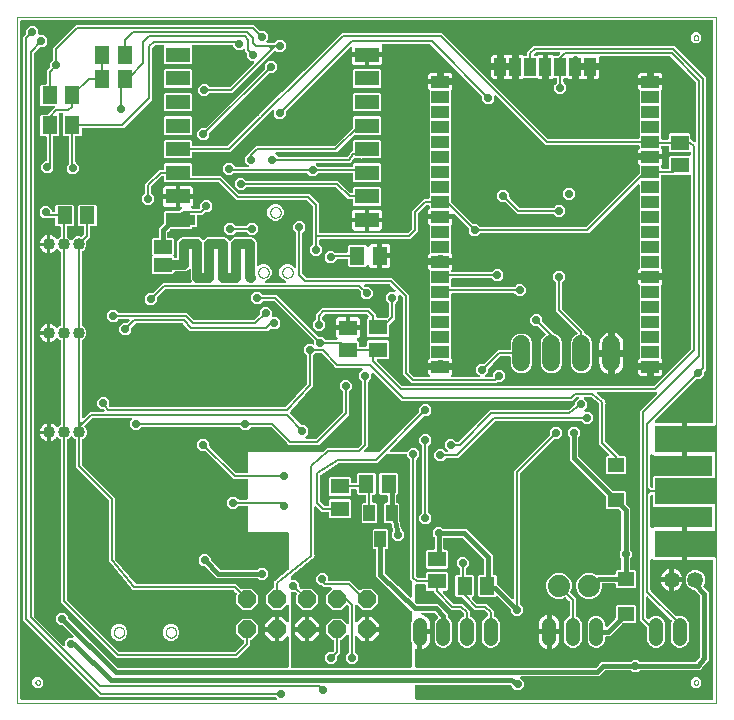
<source format=gbr>
G04 EAGLE Gerber X2 export*
%TF.Part,Single*%
%TF.FileFunction,Copper,L2,Bot,Mixed*%
%TF.FilePolarity,Positive*%
%TF.GenerationSoftware,Autodesk,EAGLE,8.6.2*%
%TF.CreationDate,2018-02-22T14:22:40Z*%
G75*
%MOMM*%
%FSLAX34Y34*%
%LPD*%
%AMOC8*
5,1,8,0,0,1.08239X$1,22.5*%
G01*
%ADD10C,0.000000*%
%ADD11R,1.400000X1.200000*%
%ADD12R,1.600000X1.300000*%
%ADD13R,1.500000X1.300000*%
%ADD14R,1.300000X1.500000*%
%ADD15C,1.016000*%
%ADD16R,2.000000X1.270000*%
%ADD17R,0.904800X0.904800*%
%ADD18R,1.600200X1.168400*%
%ADD19R,1.524000X1.016000*%
%ADD20R,1.016000X1.524000*%
%ADD21R,5.080000X2.286000*%
%ADD22P,1.649562X8X202.500000*%
%ADD23C,1.524000*%
%ADD24C,1.200000*%
%ADD25C,1.350000*%
%ADD26C,1.879600*%
%ADD27R,1.000000X1.400000*%
%ADD28C,0.203200*%
%ADD29P,0.769796X8X22.500000*%
%ADD30C,0.406400*%
%ADD31C,0.812800*%

G36*
X360163Y378518D02*
X360163Y378518D01*
X360164Y378576D01*
X360143Y378658D01*
X360131Y378742D01*
X360107Y378795D01*
X360093Y378851D01*
X360050Y378924D01*
X360015Y379001D01*
X359977Y379046D01*
X359947Y379096D01*
X359886Y379154D01*
X359831Y379218D01*
X359783Y379250D01*
X359740Y379290D01*
X359665Y379329D01*
X359595Y379376D01*
X359539Y379393D01*
X359487Y379420D01*
X359419Y379431D01*
X359324Y379461D01*
X359224Y379464D01*
X359156Y379475D01*
X357124Y379475D01*
X357066Y379467D01*
X357008Y379469D01*
X356926Y379447D01*
X356843Y379435D01*
X356789Y379412D01*
X356733Y379397D01*
X356660Y379354D01*
X356583Y379319D01*
X356538Y379281D01*
X356488Y379252D01*
X356430Y379190D01*
X356366Y379136D01*
X356334Y379087D01*
X356294Y379044D01*
X356255Y378969D01*
X356209Y378899D01*
X356191Y378843D01*
X356164Y378791D01*
X356153Y378723D01*
X356123Y378628D01*
X356120Y378528D01*
X356109Y378460D01*
X356109Y376427D01*
X347979Y376427D01*
X347979Y378794D01*
X348111Y379285D01*
X348152Y379441D01*
X348416Y379897D01*
X348487Y380020D01*
X348698Y380231D01*
X348750Y380301D01*
X348810Y380365D01*
X348836Y380414D01*
X348869Y380458D01*
X348900Y380540D01*
X348940Y380618D01*
X348948Y380665D01*
X348970Y380724D01*
X348982Y380872D01*
X348995Y380949D01*
X348995Y391802D01*
X349036Y391872D01*
X349087Y391939D01*
X349108Y391994D01*
X349137Y392044D01*
X349158Y392126D01*
X349188Y392205D01*
X349193Y392263D01*
X349207Y392320D01*
X349204Y392404D01*
X349212Y392488D01*
X349200Y392546D01*
X349198Y392604D01*
X349172Y392684D01*
X349156Y392767D01*
X349129Y392819D01*
X349111Y392875D01*
X349071Y392931D01*
X349025Y393019D01*
X348995Y393050D01*
X348995Y403911D01*
X348983Y403998D01*
X348980Y404085D01*
X348963Y404138D01*
X348955Y404193D01*
X348920Y404272D01*
X348893Y404356D01*
X348865Y404395D01*
X348839Y404452D01*
X348743Y404565D01*
X348698Y404629D01*
X348487Y404840D01*
X348152Y405419D01*
X347979Y406066D01*
X347979Y409449D01*
X357124Y409449D01*
X357182Y409457D01*
X357240Y409455D01*
X357322Y409477D01*
X357405Y409489D01*
X357459Y409513D01*
X357515Y409527D01*
X357588Y409570D01*
X357665Y409605D01*
X357709Y409643D01*
X357760Y409673D01*
X357817Y409734D01*
X357882Y409789D01*
X357914Y409837D01*
X357954Y409880D01*
X357993Y409955D01*
X358039Y410025D01*
X358057Y410081D01*
X358084Y410133D01*
X358095Y410201D01*
X358125Y410296D01*
X358128Y410396D01*
X358139Y410464D01*
X358139Y412496D01*
X358131Y412554D01*
X358132Y412612D01*
X358111Y412694D01*
X358099Y412777D01*
X358075Y412831D01*
X358061Y412887D01*
X358018Y412960D01*
X357983Y413037D01*
X357945Y413081D01*
X357915Y413132D01*
X357854Y413189D01*
X357799Y413254D01*
X357751Y413286D01*
X357708Y413326D01*
X357633Y413365D01*
X357563Y413411D01*
X357507Y413429D01*
X357455Y413456D01*
X357387Y413467D01*
X357292Y413497D01*
X357192Y413500D01*
X357124Y413511D01*
X347979Y413511D01*
X347979Y416894D01*
X348152Y417541D01*
X348487Y418120D01*
X348698Y418331D01*
X348750Y418401D01*
X348810Y418465D01*
X348836Y418514D01*
X348869Y418558D01*
X348900Y418640D01*
X348940Y418718D01*
X348948Y418765D01*
X348970Y418824D01*
X348982Y418972D01*
X348995Y419049D01*
X348995Y420624D01*
X348987Y420682D01*
X348989Y420740D01*
X348967Y420822D01*
X348955Y420906D01*
X348932Y420959D01*
X348917Y421015D01*
X348874Y421088D01*
X348839Y421165D01*
X348801Y421210D01*
X348772Y421260D01*
X348710Y421318D01*
X348656Y421382D01*
X348607Y421414D01*
X348564Y421454D01*
X348489Y421493D01*
X348419Y421540D01*
X348363Y421557D01*
X348311Y421584D01*
X348243Y421595D01*
X348148Y421625D01*
X348048Y421628D01*
X347980Y421639D01*
X346913Y421639D01*
X346826Y421627D01*
X346739Y421624D01*
X346686Y421607D01*
X346631Y421599D01*
X346552Y421564D01*
X346468Y421537D01*
X346429Y421509D01*
X346372Y421483D01*
X346259Y421387D01*
X346195Y421342D01*
X339388Y414535D01*
X339336Y414465D01*
X339276Y414401D01*
X339250Y414352D01*
X339217Y414308D01*
X339186Y414226D01*
X339146Y414148D01*
X339138Y414101D01*
X339116Y414042D01*
X339104Y413894D01*
X339091Y413817D01*
X339091Y398998D01*
X332522Y392429D01*
X256286Y392429D01*
X256228Y392421D01*
X256170Y392423D01*
X256088Y392401D01*
X256004Y392389D01*
X255951Y392366D01*
X255895Y392351D01*
X255822Y392308D01*
X255745Y392273D01*
X255700Y392235D01*
X255650Y392206D01*
X255592Y392144D01*
X255528Y392090D01*
X255496Y392041D01*
X255456Y391998D01*
X255417Y391923D01*
X255370Y391853D01*
X255353Y391797D01*
X255326Y391745D01*
X255315Y391677D01*
X255285Y391582D01*
X255282Y391482D01*
X255271Y391414D01*
X255271Y388605D01*
X255283Y388518D01*
X255286Y388431D01*
X255303Y388378D01*
X255311Y388324D01*
X255346Y388244D01*
X255373Y388160D01*
X255401Y388121D01*
X255427Y388064D01*
X255523Y387951D01*
X255568Y387887D01*
X257811Y385645D01*
X257811Y381435D01*
X254835Y378459D01*
X250625Y378459D01*
X247649Y381435D01*
X247649Y385645D01*
X249892Y387887D01*
X249944Y387957D01*
X250004Y388021D01*
X250030Y388070D01*
X250063Y388114D01*
X250094Y388196D01*
X250134Y388274D01*
X250142Y388322D01*
X250164Y388380D01*
X250176Y388528D01*
X250189Y388605D01*
X250189Y420167D01*
X250177Y420254D01*
X250174Y420341D01*
X250157Y420394D01*
X250149Y420449D01*
X250114Y420528D01*
X250087Y420612D01*
X250059Y420651D01*
X250033Y420708D01*
X249937Y420821D01*
X249892Y420885D01*
X245625Y425152D01*
X245555Y425204D01*
X245491Y425264D01*
X245442Y425290D01*
X245398Y425323D01*
X245316Y425354D01*
X245238Y425394D01*
X245191Y425402D01*
X245132Y425424D01*
X244984Y425436D01*
X244907Y425449D01*
X185638Y425449D01*
X170695Y440392D01*
X170625Y440444D01*
X170561Y440504D01*
X170512Y440530D01*
X170468Y440563D01*
X170386Y440594D01*
X170308Y440634D01*
X170261Y440642D01*
X170202Y440664D01*
X170054Y440676D01*
X169977Y440689D01*
X140799Y440689D01*
X140666Y440670D01*
X140531Y440653D01*
X140525Y440651D01*
X140518Y440649D01*
X140269Y440538D01*
X139556Y440672D01*
X139442Y440677D01*
X139369Y440689D01*
X138629Y440689D01*
X138585Y440730D01*
X138536Y440756D01*
X138492Y440789D01*
X138410Y440820D01*
X138332Y440860D01*
X138285Y440868D01*
X138226Y440890D01*
X138078Y440902D01*
X138001Y440915D01*
X125268Y440915D01*
X124375Y441808D01*
X124375Y445234D01*
X124368Y445285D01*
X124369Y445306D01*
X124368Y445310D01*
X124369Y445350D01*
X124347Y445432D01*
X124335Y445516D01*
X124312Y445569D01*
X124297Y445625D01*
X124254Y445698D01*
X124219Y445775D01*
X124181Y445820D01*
X124152Y445870D01*
X124090Y445928D01*
X124036Y445992D01*
X123987Y446024D01*
X123944Y446064D01*
X123869Y446103D01*
X123799Y446150D01*
X123743Y446167D01*
X123691Y446194D01*
X123623Y446205D01*
X123528Y446235D01*
X123428Y446238D01*
X123360Y446249D01*
X122603Y446249D01*
X122516Y446237D01*
X122429Y446234D01*
X122376Y446217D01*
X122321Y446209D01*
X122242Y446174D01*
X122158Y446147D01*
X122119Y446119D01*
X122062Y446093D01*
X121949Y445997D01*
X121885Y445952D01*
X113328Y437395D01*
X113276Y437325D01*
X113216Y437261D01*
X113190Y437212D01*
X113157Y437168D01*
X113126Y437086D01*
X113086Y437008D01*
X113078Y436961D01*
X113056Y436902D01*
X113044Y436754D01*
X113031Y436677D01*
X113031Y431785D01*
X113043Y431698D01*
X113046Y431611D01*
X113063Y431558D01*
X113071Y431504D01*
X113106Y431424D01*
X113133Y431341D01*
X113161Y431301D01*
X113187Y431244D01*
X113283Y431131D01*
X113328Y431067D01*
X115571Y428825D01*
X115571Y424615D01*
X112595Y421639D01*
X108385Y421639D01*
X105409Y424615D01*
X105409Y428825D01*
X107652Y431067D01*
X107704Y431137D01*
X107764Y431201D01*
X107790Y431250D01*
X107823Y431294D01*
X107854Y431376D01*
X107894Y431454D01*
X107902Y431502D01*
X107924Y431560D01*
X107936Y431708D01*
X107949Y431785D01*
X107949Y439202D01*
X120078Y451331D01*
X123360Y451331D01*
X123418Y451339D01*
X123476Y451337D01*
X123558Y451359D01*
X123642Y451371D01*
X123695Y451394D01*
X123751Y451409D01*
X123824Y451452D01*
X123901Y451487D01*
X123946Y451525D01*
X123996Y451554D01*
X124054Y451616D01*
X124118Y451670D01*
X124150Y451719D01*
X124190Y451762D01*
X124229Y451837D01*
X124276Y451907D01*
X124293Y451963D01*
X124320Y452015D01*
X124331Y452083D01*
X124361Y452178D01*
X124364Y452278D01*
X124375Y452346D01*
X124375Y455772D01*
X125268Y456665D01*
X146532Y456665D01*
X147425Y455772D01*
X147425Y446786D01*
X147433Y446728D01*
X147431Y446670D01*
X147453Y446588D01*
X147465Y446504D01*
X147488Y446451D01*
X147503Y446395D01*
X147546Y446322D01*
X147581Y446245D01*
X147619Y446200D01*
X147648Y446150D01*
X147710Y446092D01*
X147764Y446028D01*
X147813Y445996D01*
X147856Y445956D01*
X147931Y445917D01*
X148001Y445870D01*
X148057Y445853D01*
X148109Y445826D01*
X148177Y445815D01*
X148272Y445785D01*
X148372Y445782D01*
X148440Y445771D01*
X172502Y445771D01*
X187445Y430828D01*
X187515Y430776D01*
X187579Y430716D01*
X187628Y430690D01*
X187672Y430657D01*
X187754Y430626D01*
X187832Y430586D01*
X187879Y430578D01*
X187938Y430556D01*
X188086Y430544D01*
X188163Y430531D01*
X247432Y430531D01*
X255271Y422692D01*
X255271Y398526D01*
X255279Y398468D01*
X255277Y398410D01*
X255299Y398328D01*
X255311Y398244D01*
X255334Y398191D01*
X255349Y398135D01*
X255392Y398062D01*
X255427Y397985D01*
X255465Y397940D01*
X255494Y397890D01*
X255556Y397832D01*
X255610Y397768D01*
X255659Y397736D01*
X255702Y397696D01*
X255777Y397657D01*
X255847Y397610D01*
X255903Y397593D01*
X255955Y397566D01*
X256023Y397555D01*
X256118Y397525D01*
X256218Y397522D01*
X256286Y397511D01*
X329997Y397511D01*
X330084Y397523D01*
X330171Y397526D01*
X330224Y397543D01*
X330279Y397551D01*
X330358Y397586D01*
X330442Y397613D01*
X330481Y397641D01*
X330538Y397667D01*
X330651Y397763D01*
X330715Y397808D01*
X333712Y400805D01*
X333764Y400875D01*
X333824Y400939D01*
X333850Y400988D01*
X333883Y401032D01*
X333903Y401085D01*
X333910Y401095D01*
X333918Y401122D01*
X333954Y401192D01*
X333962Y401239D01*
X333984Y401298D01*
X333988Y401342D01*
X333995Y401366D01*
X333998Y401453D01*
X334009Y401523D01*
X334009Y416342D01*
X344388Y426721D01*
X347980Y426721D01*
X348038Y426729D01*
X348096Y426727D01*
X348178Y426749D01*
X348262Y426761D01*
X348315Y426784D01*
X348371Y426799D01*
X348444Y426842D01*
X348521Y426877D01*
X348566Y426915D01*
X348616Y426944D01*
X348674Y427006D01*
X348738Y427060D01*
X348770Y427109D01*
X348810Y427152D01*
X348849Y427227D01*
X348896Y427297D01*
X348913Y427353D01*
X348940Y427405D01*
X348951Y427473D01*
X348981Y427568D01*
X348984Y427668D01*
X348995Y427736D01*
X348995Y429902D01*
X349036Y429972D01*
X349087Y430039D01*
X349108Y430094D01*
X349137Y430144D01*
X349158Y430226D01*
X349188Y430305D01*
X349193Y430363D01*
X349207Y430420D01*
X349205Y430504D01*
X349211Y430588D01*
X349200Y430646D01*
X349198Y430704D01*
X349172Y430784D01*
X349156Y430867D01*
X349129Y430919D01*
X349111Y430975D01*
X349071Y431031D01*
X349025Y431119D01*
X348995Y431150D01*
X348995Y442602D01*
X349036Y442672D01*
X349087Y442739D01*
X349108Y442794D01*
X349137Y442844D01*
X349158Y442926D01*
X349188Y443005D01*
X349193Y443063D01*
X349207Y443120D01*
X349204Y443204D01*
X349212Y443288D01*
X349200Y443346D01*
X349198Y443404D01*
X349172Y443484D01*
X349156Y443567D01*
X349129Y443619D01*
X349111Y443675D01*
X349071Y443731D01*
X349025Y443819D01*
X348995Y443850D01*
X348995Y455302D01*
X349036Y455372D01*
X349087Y455439D01*
X349108Y455494D01*
X349137Y455544D01*
X349158Y455626D01*
X349188Y455705D01*
X349193Y455763D01*
X349207Y455820D01*
X349205Y455904D01*
X349211Y455988D01*
X349200Y456046D01*
X349198Y456104D01*
X349172Y456184D01*
X349156Y456267D01*
X349129Y456319D01*
X349111Y456375D01*
X349071Y456431D01*
X349025Y456519D01*
X348995Y456550D01*
X348995Y468002D01*
X349036Y468072D01*
X349087Y468139D01*
X349108Y468194D01*
X349137Y468244D01*
X349158Y468326D01*
X349188Y468405D01*
X349193Y468463D01*
X349207Y468520D01*
X349205Y468604D01*
X349211Y468688D01*
X349200Y468746D01*
X349198Y468804D01*
X349172Y468884D01*
X349156Y468967D01*
X349129Y469019D01*
X349111Y469075D01*
X349071Y469131D01*
X349025Y469219D01*
X348995Y469250D01*
X348995Y480702D01*
X349036Y480772D01*
X349087Y480839D01*
X349108Y480894D01*
X349137Y480944D01*
X349158Y481026D01*
X349188Y481105D01*
X349193Y481163D01*
X349207Y481220D01*
X349205Y481304D01*
X349211Y481388D01*
X349200Y481446D01*
X349198Y481504D01*
X349172Y481584D01*
X349156Y481667D01*
X349129Y481719D01*
X349111Y481775D01*
X349071Y481831D01*
X349025Y481919D01*
X348995Y481950D01*
X348995Y493402D01*
X349036Y493472D01*
X349087Y493539D01*
X349108Y493594D01*
X349137Y493644D01*
X349158Y493726D01*
X349188Y493805D01*
X349193Y493863D01*
X349207Y493920D01*
X349205Y494004D01*
X349211Y494088D01*
X349200Y494146D01*
X349198Y494204D01*
X349172Y494284D01*
X349156Y494367D01*
X349129Y494419D01*
X349111Y494475D01*
X349071Y494531D01*
X349025Y494619D01*
X348995Y494650D01*
X348995Y506102D01*
X349036Y506172D01*
X349087Y506239D01*
X349108Y506294D01*
X349137Y506344D01*
X349158Y506426D01*
X349188Y506505D01*
X349193Y506563D01*
X349207Y506620D01*
X349205Y506704D01*
X349211Y506788D01*
X349200Y506846D01*
X349198Y506904D01*
X349172Y506984D01*
X349156Y507067D01*
X349129Y507119D01*
X349111Y507175D01*
X349071Y507231D01*
X349025Y507319D01*
X348995Y507350D01*
X348995Y518211D01*
X348983Y518298D01*
X348980Y518385D01*
X348963Y518438D01*
X348955Y518493D01*
X348920Y518572D01*
X348893Y518656D01*
X348865Y518695D01*
X348839Y518752D01*
X348743Y518865D01*
X348698Y518929D01*
X348487Y519140D01*
X348152Y519719D01*
X347979Y520366D01*
X347979Y523749D01*
X355877Y523749D01*
X355926Y523700D01*
X356040Y523572D01*
X356099Y523524D01*
X356152Y523470D01*
X356153Y523470D01*
X356291Y523369D01*
X356424Y523262D01*
X356490Y523224D01*
X356552Y523179D01*
X356704Y523103D01*
X356853Y523018D01*
X356924Y522991D01*
X356992Y522957D01*
X357155Y522906D01*
X357315Y522846D01*
X357390Y522832D01*
X357463Y522809D01*
X357567Y522797D01*
X357799Y522752D01*
X358035Y522744D01*
X358140Y522733D01*
X368301Y522733D01*
X368301Y520366D01*
X368128Y519719D01*
X367793Y519140D01*
X367582Y518929D01*
X367530Y518859D01*
X367470Y518795D01*
X367444Y518746D01*
X367411Y518702D01*
X367380Y518620D01*
X367340Y518542D01*
X367332Y518495D01*
X367310Y518436D01*
X367298Y518288D01*
X367285Y518211D01*
X367285Y507358D01*
X367244Y507288D01*
X367193Y507221D01*
X367172Y507166D01*
X367143Y507116D01*
X367122Y507034D01*
X367092Y506955D01*
X367087Y506897D01*
X367073Y506840D01*
X367076Y506756D01*
X367068Y506672D01*
X367080Y506614D01*
X367082Y506556D01*
X367108Y506476D01*
X367124Y506393D01*
X367151Y506341D01*
X367169Y506285D01*
X367209Y506229D01*
X367255Y506141D01*
X367285Y506110D01*
X367285Y494658D01*
X367244Y494588D01*
X367193Y494521D01*
X367172Y494466D01*
X367143Y494416D01*
X367122Y494334D01*
X367092Y494255D01*
X367087Y494197D01*
X367073Y494140D01*
X367076Y494056D01*
X367068Y493972D01*
X367080Y493914D01*
X367082Y493856D01*
X367108Y493776D01*
X367124Y493693D01*
X367151Y493641D01*
X367169Y493585D01*
X367209Y493529D01*
X367255Y493441D01*
X367285Y493410D01*
X367285Y481958D01*
X367244Y481888D01*
X367193Y481821D01*
X367172Y481766D01*
X367143Y481716D01*
X367122Y481634D01*
X367092Y481555D01*
X367087Y481497D01*
X367073Y481440D01*
X367076Y481356D01*
X367068Y481272D01*
X367080Y481214D01*
X367082Y481156D01*
X367108Y481076D01*
X367124Y480993D01*
X367151Y480941D01*
X367169Y480885D01*
X367209Y480829D01*
X367255Y480741D01*
X367285Y480710D01*
X367285Y469258D01*
X367244Y469188D01*
X367193Y469121D01*
X367172Y469066D01*
X367143Y469016D01*
X367122Y468934D01*
X367092Y468855D01*
X367087Y468797D01*
X367073Y468740D01*
X367076Y468656D01*
X367068Y468572D01*
X367080Y468514D01*
X367082Y468456D01*
X367108Y468376D01*
X367124Y468293D01*
X367151Y468241D01*
X367169Y468185D01*
X367209Y468129D01*
X367255Y468041D01*
X367285Y468010D01*
X367285Y456558D01*
X367244Y456488D01*
X367193Y456421D01*
X367172Y456366D01*
X367143Y456316D01*
X367122Y456234D01*
X367092Y456155D01*
X367087Y456097D01*
X367073Y456040D01*
X367076Y455956D01*
X367068Y455872D01*
X367080Y455814D01*
X367082Y455756D01*
X367108Y455676D01*
X367124Y455593D01*
X367151Y455541D01*
X367169Y455485D01*
X367209Y455429D01*
X367255Y455341D01*
X367285Y455310D01*
X367285Y443858D01*
X367244Y443788D01*
X367193Y443721D01*
X367172Y443666D01*
X367143Y443616D01*
X367122Y443534D01*
X367092Y443455D01*
X367087Y443397D01*
X367073Y443340D01*
X367075Y443256D01*
X367069Y443172D01*
X367080Y443114D01*
X367082Y443056D01*
X367108Y442976D01*
X367124Y442893D01*
X367151Y442841D01*
X367169Y442785D01*
X367209Y442729D01*
X367255Y442641D01*
X367285Y442610D01*
X367285Y431158D01*
X367244Y431088D01*
X367193Y431021D01*
X367172Y430966D01*
X367143Y430916D01*
X367122Y430834D01*
X367092Y430755D01*
X367087Y430697D01*
X367073Y430640D01*
X367076Y430556D01*
X367068Y430472D01*
X367080Y430414D01*
X367082Y430356D01*
X367108Y430276D01*
X367124Y430193D01*
X367151Y430141D01*
X367169Y430085D01*
X367209Y430029D01*
X367255Y429941D01*
X367285Y429910D01*
X367285Y424129D01*
X367297Y424042D01*
X367300Y423955D01*
X367317Y423902D01*
X367325Y423847D01*
X367360Y423768D01*
X367387Y423684D01*
X367415Y423645D01*
X367441Y423588D01*
X367537Y423475D01*
X367582Y423411D01*
X385565Y405428D01*
X385635Y405376D01*
X385699Y405316D01*
X385748Y405290D01*
X385792Y405257D01*
X385874Y405226D01*
X385952Y405186D01*
X385999Y405178D01*
X386058Y405156D01*
X386206Y405144D01*
X386283Y405131D01*
X389454Y405131D01*
X391102Y403483D01*
X391697Y402888D01*
X391767Y402836D01*
X391831Y402776D01*
X391880Y402750D01*
X391924Y402717D01*
X392006Y402686D01*
X392084Y402646D01*
X392132Y402638D01*
X392190Y402616D01*
X392338Y402604D01*
X392415Y402591D01*
X481127Y402591D01*
X481214Y402603D01*
X481301Y402606D01*
X481354Y402623D01*
X481409Y402631D01*
X481488Y402666D01*
X481572Y402693D01*
X481611Y402721D01*
X481668Y402747D01*
X481781Y402843D01*
X481845Y402888D01*
X526498Y447541D01*
X526508Y447555D01*
X526514Y447560D01*
X526533Y447587D01*
X526550Y447611D01*
X526610Y447675D01*
X526636Y447724D01*
X526669Y447768D01*
X526700Y447850D01*
X526740Y447928D01*
X526748Y447975D01*
X526770Y448034D01*
X526782Y448182D01*
X526795Y448259D01*
X526795Y454711D01*
X526783Y454798D01*
X526780Y454885D01*
X526763Y454938D01*
X526755Y454993D01*
X526720Y455072D01*
X526693Y455156D01*
X526665Y455195D01*
X526639Y455252D01*
X526543Y455365D01*
X526498Y455429D01*
X526287Y455640D01*
X525952Y456219D01*
X525779Y456866D01*
X525779Y459233D01*
X535940Y459233D01*
X536016Y459239D01*
X536092Y459236D01*
X536261Y459259D01*
X536431Y459273D01*
X536505Y459291D01*
X536581Y459301D01*
X536745Y459350D01*
X536910Y459391D01*
X536980Y459421D01*
X537053Y459443D01*
X537207Y459518D01*
X537364Y459586D01*
X537428Y459627D01*
X537496Y459660D01*
X537636Y459759D01*
X537780Y459851D01*
X537836Y459902D01*
X537899Y459946D01*
X538020Y460066D01*
X538148Y460180D01*
X538195Y460239D01*
X538205Y460249D01*
X546101Y460249D01*
X546101Y456866D01*
X545928Y456219D01*
X545593Y455640D01*
X545382Y455429D01*
X545330Y455359D01*
X545270Y455295D01*
X545244Y455246D01*
X545211Y455202D01*
X545180Y455120D01*
X545140Y455042D01*
X545132Y454995D01*
X545110Y454936D01*
X545098Y454788D01*
X545085Y454711D01*
X545085Y453136D01*
X545093Y453078D01*
X545091Y453020D01*
X545113Y452938D01*
X545125Y452854D01*
X545148Y452801D01*
X545163Y452745D01*
X545206Y452672D01*
X545241Y452595D01*
X545279Y452550D01*
X545308Y452500D01*
X545370Y452442D01*
X545424Y452378D01*
X545473Y452346D01*
X545516Y452306D01*
X545591Y452267D01*
X545661Y452220D01*
X545717Y452203D01*
X545769Y452176D01*
X545837Y452165D01*
X545932Y452135D01*
X546032Y452132D01*
X546100Y452121D01*
X550538Y452121D01*
X550596Y452129D01*
X550654Y452127D01*
X550736Y452149D01*
X550820Y452161D01*
X550873Y452184D01*
X550929Y452199D01*
X551002Y452242D01*
X551079Y452277D01*
X551124Y452315D01*
X551174Y452344D01*
X551232Y452406D01*
X551296Y452460D01*
X551328Y452509D01*
X551368Y452552D01*
X551407Y452627D01*
X551454Y452697D01*
X551471Y452753D01*
X551498Y452805D01*
X551509Y452873D01*
X551539Y452968D01*
X551542Y453068D01*
X551553Y453136D01*
X551553Y462452D01*
X552446Y463345D01*
X568825Y463345D01*
X568883Y463326D01*
X568989Y463286D01*
X569018Y463284D01*
X569046Y463275D01*
X569159Y463272D01*
X569272Y463262D01*
X569301Y463268D01*
X569330Y463267D01*
X569440Y463296D01*
X569551Y463318D01*
X569577Y463332D01*
X569605Y463339D01*
X569703Y463397D01*
X569803Y463449D01*
X569825Y463470D01*
X569850Y463485D01*
X569927Y463567D01*
X570009Y463645D01*
X570024Y463670D01*
X570044Y463692D01*
X570096Y463793D01*
X570153Y463890D01*
X570160Y463919D01*
X570174Y463945D01*
X570187Y464022D01*
X570223Y464166D01*
X570221Y464228D01*
X570229Y464276D01*
X570229Y465364D01*
X570225Y465393D01*
X570228Y465422D01*
X570205Y465533D01*
X570189Y465645D01*
X570177Y465672D01*
X570172Y465701D01*
X570119Y465802D01*
X570073Y465905D01*
X570054Y465927D01*
X570041Y465953D01*
X569963Y466036D01*
X569890Y466122D01*
X569865Y466138D01*
X569845Y466160D01*
X569747Y466217D01*
X569653Y466279D01*
X569625Y466288D01*
X569599Y466303D01*
X569490Y466331D01*
X569382Y466365D01*
X569352Y466366D01*
X569324Y466373D01*
X569211Y466370D01*
X569098Y466373D01*
X569069Y466365D01*
X569040Y466364D01*
X568932Y466329D01*
X568823Y466301D01*
X568813Y466295D01*
X552446Y466295D01*
X551553Y467188D01*
X551553Y470764D01*
X551545Y470822D01*
X551547Y470880D01*
X551525Y470962D01*
X551513Y471046D01*
X551490Y471099D01*
X551475Y471155D01*
X551432Y471228D01*
X551397Y471305D01*
X551359Y471350D01*
X551330Y471400D01*
X551268Y471458D01*
X551214Y471522D01*
X551165Y471554D01*
X551122Y471594D01*
X551047Y471633D01*
X550977Y471680D01*
X550921Y471697D01*
X550869Y471724D01*
X550801Y471735D01*
X550706Y471765D01*
X550606Y471768D01*
X550538Y471779D01*
X546100Y471779D01*
X546042Y471771D01*
X545984Y471773D01*
X545902Y471751D01*
X545818Y471739D01*
X545765Y471716D01*
X545709Y471701D01*
X545636Y471658D01*
X545559Y471623D01*
X545514Y471585D01*
X545464Y471556D01*
X545406Y471494D01*
X545342Y471440D01*
X545310Y471391D01*
X545270Y471348D01*
X545231Y471273D01*
X545184Y471203D01*
X545167Y471147D01*
X545140Y471095D01*
X545129Y471027D01*
X545099Y470932D01*
X545096Y470832D01*
X545085Y470764D01*
X545085Y469849D01*
X545097Y469762D01*
X545100Y469675D01*
X545117Y469622D01*
X545125Y469567D01*
X545160Y469488D01*
X545187Y469404D01*
X545215Y469365D01*
X545241Y469308D01*
X545337Y469195D01*
X545382Y469131D01*
X545593Y468920D01*
X545928Y468341D01*
X546101Y467694D01*
X546101Y464311D01*
X538203Y464311D01*
X538154Y464361D01*
X538040Y464488D01*
X537981Y464536D01*
X537927Y464590D01*
X537789Y464691D01*
X537656Y464798D01*
X537590Y464836D01*
X537528Y464880D01*
X537376Y464957D01*
X537227Y465042D01*
X537156Y465068D01*
X537088Y465103D01*
X536925Y465154D01*
X536765Y465214D01*
X536690Y465228D01*
X536617Y465251D01*
X536513Y465263D01*
X536281Y465308D01*
X536045Y465316D01*
X535940Y465327D01*
X525779Y465327D01*
X525779Y467694D01*
X525952Y468341D01*
X526287Y468920D01*
X526498Y469131D01*
X526550Y469201D01*
X526610Y469265D01*
X526636Y469314D01*
X526669Y469358D01*
X526700Y469440D01*
X526740Y469518D01*
X526748Y469565D01*
X526770Y469624D01*
X526782Y469772D01*
X526795Y469849D01*
X526795Y471424D01*
X526787Y471482D01*
X526789Y471540D01*
X526767Y471622D01*
X526755Y471706D01*
X526732Y471759D01*
X526717Y471815D01*
X526674Y471888D01*
X526639Y471965D01*
X526601Y472010D01*
X526572Y472060D01*
X526510Y472118D01*
X526456Y472182D01*
X526407Y472214D01*
X526364Y472254D01*
X526289Y472293D01*
X526219Y472340D01*
X526163Y472357D01*
X526111Y472384D01*
X526043Y472395D01*
X525948Y472425D01*
X525848Y472428D01*
X525780Y472439D01*
X447258Y472439D01*
X444877Y474820D01*
X425551Y494146D01*
X405594Y514103D01*
X405570Y514121D01*
X405551Y514143D01*
X405457Y514206D01*
X405367Y514274D01*
X405339Y514284D01*
X405315Y514301D01*
X405207Y514335D01*
X405101Y514375D01*
X405072Y514378D01*
X405044Y514386D01*
X404930Y514389D01*
X404818Y514399D01*
X404789Y514393D01*
X404760Y514394D01*
X404650Y514365D01*
X404539Y514343D01*
X404513Y514329D01*
X404485Y514322D01*
X404387Y514264D01*
X404287Y514212D01*
X404265Y514192D01*
X404240Y514177D01*
X404163Y514094D01*
X404081Y514016D01*
X404066Y513991D01*
X404046Y513969D01*
X403994Y513868D01*
X403937Y513771D01*
X403930Y513742D01*
X403916Y513716D01*
X403903Y513639D01*
X403867Y513495D01*
X403869Y513433D01*
X403861Y513385D01*
X403861Y509705D01*
X400885Y506729D01*
X396675Y506729D01*
X393699Y509705D01*
X393699Y512877D01*
X393687Y512964D01*
X393684Y513051D01*
X393667Y513104D01*
X393659Y513159D01*
X393624Y513238D01*
X393597Y513322D01*
X393569Y513361D01*
X393543Y513418D01*
X393447Y513531D01*
X393402Y513595D01*
X392807Y514190D01*
X373503Y533494D01*
X373502Y533494D01*
X368394Y538603D01*
X359372Y547625D01*
X349828Y557168D01*
X349759Y557221D01*
X349695Y557281D01*
X349645Y557306D01*
X349601Y557339D01*
X349520Y557370D01*
X349442Y557410D01*
X349394Y557418D01*
X349336Y557441D01*
X349188Y557453D01*
X349111Y557466D01*
X309230Y557466D01*
X309182Y557459D01*
X309133Y557461D01*
X309042Y557439D01*
X308949Y557426D01*
X308904Y557406D01*
X308857Y557395D01*
X308775Y557348D01*
X308689Y557310D01*
X308652Y557278D01*
X308610Y557254D01*
X308544Y557187D01*
X308472Y557126D01*
X308445Y557085D01*
X308411Y557050D01*
X308367Y556968D01*
X308315Y556889D01*
X308300Y556843D01*
X308277Y556800D01*
X308257Y556708D01*
X308229Y556618D01*
X308228Y556570D01*
X308218Y556522D01*
X308225Y556448D01*
X308222Y556334D01*
X308244Y556250D01*
X308250Y556188D01*
X308441Y555474D01*
X308441Y550821D01*
X296916Y550821D01*
X296858Y550813D01*
X296800Y550814D01*
X296718Y550793D01*
X296635Y550781D01*
X296581Y550757D01*
X296525Y550743D01*
X296452Y550700D01*
X296375Y550665D01*
X296331Y550627D01*
X296280Y550597D01*
X296223Y550536D01*
X296158Y550481D01*
X296126Y550433D01*
X296086Y550390D01*
X296047Y550315D01*
X296001Y550245D01*
X295983Y550189D01*
X295956Y550137D01*
X295945Y550069D01*
X295915Y549974D01*
X295912Y549874D01*
X295901Y549806D01*
X295901Y548789D01*
X295899Y548789D01*
X295899Y549806D01*
X295892Y549857D01*
X295892Y549877D01*
X295891Y549881D01*
X295892Y549922D01*
X295871Y550004D01*
X295859Y550087D01*
X295835Y550141D01*
X295821Y550197D01*
X295778Y550270D01*
X295743Y550347D01*
X295705Y550391D01*
X295675Y550442D01*
X295614Y550499D01*
X295559Y550564D01*
X295511Y550596D01*
X295468Y550636D01*
X295393Y550675D01*
X295323Y550721D01*
X295267Y550739D01*
X295215Y550766D01*
X295147Y550777D01*
X295052Y550807D01*
X294952Y550810D01*
X294884Y550821D01*
X283359Y550821D01*
X283359Y554175D01*
X283355Y554204D01*
X283358Y554233D01*
X283335Y554344D01*
X283319Y554457D01*
X283307Y554483D01*
X283302Y554512D01*
X283250Y554613D01*
X283203Y554716D01*
X283184Y554738D01*
X283171Y554764D01*
X283093Y554847D01*
X283020Y554933D01*
X282995Y554949D01*
X282975Y554971D01*
X282877Y555028D01*
X282783Y555091D01*
X282755Y555099D01*
X282730Y555114D01*
X282620Y555142D01*
X282512Y555176D01*
X282482Y555177D01*
X282454Y555184D01*
X282341Y555181D01*
X282228Y555184D01*
X282199Y555176D01*
X282170Y555175D01*
X282062Y555140D01*
X281953Y555112D01*
X281927Y555097D01*
X281899Y555088D01*
X281836Y555042D01*
X281708Y554967D01*
X281665Y554921D01*
X281626Y554893D01*
X227628Y500895D01*
X227576Y500825D01*
X227516Y500761D01*
X227490Y500712D01*
X227457Y500668D01*
X227426Y500586D01*
X227386Y500508D01*
X227378Y500461D01*
X227356Y500402D01*
X227344Y500254D01*
X227331Y500177D01*
X227331Y497005D01*
X224355Y494029D01*
X220145Y494029D01*
X217169Y497005D01*
X217169Y500819D01*
X217166Y500842D01*
X217168Y500864D01*
X217146Y500982D01*
X217129Y501101D01*
X217120Y501121D01*
X217116Y501144D01*
X217062Y501251D01*
X217013Y501360D01*
X216998Y501377D01*
X216988Y501398D01*
X216907Y501486D01*
X216830Y501577D01*
X216811Y501590D01*
X216795Y501606D01*
X216693Y501668D01*
X216593Y501735D01*
X216571Y501742D01*
X216552Y501753D01*
X216436Y501784D01*
X216322Y501820D01*
X216299Y501821D01*
X216277Y501827D01*
X216157Y501825D01*
X216038Y501828D01*
X216016Y501822D01*
X215993Y501821D01*
X215878Y501786D01*
X215763Y501756D01*
X215743Y501744D01*
X215721Y501737D01*
X215659Y501694D01*
X215518Y501611D01*
X215481Y501571D01*
X215445Y501546D01*
X208166Y494450D01*
X208161Y494444D01*
X208157Y494441D01*
X182226Y468510D01*
X180440Y466724D01*
X148440Y466724D01*
X148382Y466716D01*
X148324Y466718D01*
X148242Y466696D01*
X148158Y466684D01*
X148105Y466661D01*
X148049Y466646D01*
X147976Y466603D01*
X147899Y466568D01*
X147854Y466530D01*
X147804Y466501D01*
X147746Y466439D01*
X147682Y466385D01*
X147650Y466336D01*
X147610Y466293D01*
X147571Y466218D01*
X147524Y466148D01*
X147507Y466092D01*
X147480Y466040D01*
X147469Y465972D01*
X147439Y465877D01*
X147436Y465777D01*
X147425Y465709D01*
X147425Y461808D01*
X146532Y460915D01*
X125268Y460915D01*
X124375Y461808D01*
X124375Y475772D01*
X125268Y476665D01*
X146532Y476665D01*
X147425Y475772D01*
X147425Y472821D01*
X147433Y472763D01*
X147431Y472705D01*
X147453Y472623D01*
X147465Y472539D01*
X147488Y472486D01*
X147503Y472430D01*
X147546Y472357D01*
X147581Y472280D01*
X147619Y472235D01*
X147648Y472185D01*
X147710Y472127D01*
X147764Y472063D01*
X147813Y472031D01*
X147856Y471991D01*
X147931Y471952D01*
X148001Y471905D01*
X148057Y471888D01*
X148109Y471861D01*
X148177Y471850D01*
X148272Y471820D01*
X148372Y471817D01*
X148440Y471806D01*
X177915Y471806D01*
X178001Y471818D01*
X178089Y471821D01*
X178141Y471838D01*
X178196Y471846D01*
X178276Y471881D01*
X178359Y471908D01*
X178398Y471936D01*
X178455Y471962D01*
X178569Y472058D01*
X178632Y472103D01*
X203556Y497026D01*
X203604Y497091D01*
X203660Y497149D01*
X203666Y497160D01*
X204585Y498055D01*
X204589Y498061D01*
X204594Y498064D01*
X205529Y499000D01*
X205573Y499037D01*
X205637Y499081D01*
X242366Y534885D01*
X242371Y534890D01*
X242376Y534894D01*
X274855Y567373D01*
X359510Y567373D01*
X361891Y564992D01*
X396117Y530766D01*
X396118Y530766D01*
X403766Y523117D01*
X448470Y478413D01*
X449065Y477818D01*
X449135Y477766D01*
X449199Y477706D01*
X449248Y477680D01*
X449292Y477647D01*
X449374Y477616D01*
X449452Y477576D01*
X449499Y477568D01*
X449558Y477546D01*
X449706Y477534D01*
X449783Y477521D01*
X525780Y477521D01*
X525838Y477529D01*
X525896Y477527D01*
X525978Y477549D01*
X526062Y477561D01*
X526115Y477584D01*
X526171Y477599D01*
X526244Y477642D01*
X526321Y477677D01*
X526366Y477715D01*
X526416Y477744D01*
X526474Y477806D01*
X526538Y477860D01*
X526570Y477909D01*
X526610Y477952D01*
X526649Y478027D01*
X526696Y478097D01*
X526713Y478153D01*
X526740Y478205D01*
X526751Y478273D01*
X526781Y478368D01*
X526784Y478468D01*
X526795Y478536D01*
X526795Y480702D01*
X526836Y480772D01*
X526887Y480839D01*
X526908Y480894D01*
X526937Y480944D01*
X526958Y481026D01*
X526988Y481105D01*
X526993Y481163D01*
X527007Y481220D01*
X527004Y481304D01*
X527012Y481388D01*
X527000Y481446D01*
X526998Y481504D01*
X526972Y481584D01*
X526956Y481667D01*
X526929Y481719D01*
X526911Y481775D01*
X526871Y481831D01*
X526825Y481919D01*
X526795Y481950D01*
X526795Y493402D01*
X526836Y493472D01*
X526887Y493539D01*
X526908Y493594D01*
X526937Y493644D01*
X526958Y493726D01*
X526988Y493805D01*
X526993Y493863D01*
X527007Y493920D01*
X527004Y494004D01*
X527012Y494088D01*
X527000Y494146D01*
X526998Y494204D01*
X526972Y494284D01*
X526956Y494367D01*
X526929Y494419D01*
X526911Y494475D01*
X526871Y494531D01*
X526825Y494619D01*
X526795Y494650D01*
X526795Y506102D01*
X526836Y506172D01*
X526887Y506239D01*
X526908Y506294D01*
X526937Y506344D01*
X526958Y506426D01*
X526988Y506505D01*
X526993Y506563D01*
X527007Y506620D01*
X527004Y506704D01*
X527012Y506788D01*
X527000Y506846D01*
X526998Y506904D01*
X526972Y506984D01*
X526956Y507067D01*
X526929Y507119D01*
X526911Y507175D01*
X526871Y507231D01*
X526825Y507319D01*
X526795Y507350D01*
X526795Y518211D01*
X526783Y518298D01*
X526780Y518385D01*
X526763Y518438D01*
X526755Y518493D01*
X526720Y518572D01*
X526693Y518656D01*
X526665Y518695D01*
X526639Y518752D01*
X526543Y518865D01*
X526498Y518929D01*
X526287Y519140D01*
X525952Y519719D01*
X525779Y520366D01*
X525779Y522733D01*
X535940Y522733D01*
X546101Y522733D01*
X546101Y520366D01*
X545928Y519719D01*
X545593Y519140D01*
X545382Y518929D01*
X545330Y518859D01*
X545270Y518795D01*
X545244Y518746D01*
X545211Y518702D01*
X545180Y518620D01*
X545140Y518542D01*
X545132Y518495D01*
X545110Y518436D01*
X545098Y518288D01*
X545085Y518211D01*
X545085Y507358D01*
X545044Y507288D01*
X544993Y507221D01*
X544972Y507166D01*
X544943Y507116D01*
X544922Y507034D01*
X544892Y506955D01*
X544887Y506897D01*
X544873Y506840D01*
X544875Y506756D01*
X544869Y506672D01*
X544880Y506614D01*
X544882Y506556D01*
X544908Y506476D01*
X544924Y506393D01*
X544951Y506341D01*
X544969Y506285D01*
X545009Y506229D01*
X545055Y506141D01*
X545085Y506110D01*
X545085Y494658D01*
X545044Y494588D01*
X544993Y494521D01*
X544972Y494466D01*
X544943Y494416D01*
X544922Y494334D01*
X544892Y494255D01*
X544887Y494197D01*
X544873Y494140D01*
X544875Y494056D01*
X544869Y493972D01*
X544880Y493914D01*
X544882Y493856D01*
X544908Y493776D01*
X544924Y493693D01*
X544951Y493641D01*
X544969Y493585D01*
X545009Y493529D01*
X545055Y493441D01*
X545085Y493410D01*
X545085Y481958D01*
X545044Y481888D01*
X544993Y481821D01*
X544972Y481766D01*
X544943Y481716D01*
X544922Y481634D01*
X544892Y481555D01*
X544887Y481497D01*
X544873Y481440D01*
X544875Y481356D01*
X544869Y481272D01*
X544880Y481214D01*
X544882Y481156D01*
X544908Y481076D01*
X544924Y480993D01*
X544951Y480941D01*
X544969Y480885D01*
X545009Y480829D01*
X545055Y480741D01*
X545085Y480710D01*
X545085Y477876D01*
X545093Y477818D01*
X545091Y477760D01*
X545113Y477678D01*
X545125Y477594D01*
X545148Y477541D01*
X545163Y477485D01*
X545206Y477412D01*
X545241Y477335D01*
X545279Y477290D01*
X545308Y477240D01*
X545370Y477182D01*
X545424Y477118D01*
X545473Y477086D01*
X545516Y477046D01*
X545591Y477007D01*
X545661Y476960D01*
X545717Y476943D01*
X545769Y476916D01*
X545837Y476905D01*
X545932Y476875D01*
X546032Y476872D01*
X546100Y476861D01*
X550538Y476861D01*
X550596Y476869D01*
X550654Y476867D01*
X550736Y476889D01*
X550820Y476901D01*
X550873Y476924D01*
X550929Y476939D01*
X551002Y476982D01*
X551079Y477017D01*
X551124Y477055D01*
X551174Y477084D01*
X551232Y477146D01*
X551296Y477200D01*
X551328Y477249D01*
X551368Y477292D01*
X551407Y477367D01*
X551454Y477437D01*
X551471Y477493D01*
X551498Y477545D01*
X551509Y477613D01*
X551539Y477708D01*
X551542Y477808D01*
X551553Y477876D01*
X551553Y481452D01*
X552446Y482345D01*
X568710Y482345D01*
X569603Y481452D01*
X569603Y477876D01*
X569611Y477818D01*
X569609Y477760D01*
X569631Y477678D01*
X569643Y477594D01*
X569666Y477541D01*
X569681Y477485D01*
X569724Y477412D01*
X569759Y477335D01*
X569797Y477290D01*
X569826Y477240D01*
X569888Y477182D01*
X569942Y477118D01*
X569991Y477086D01*
X570034Y477046D01*
X570109Y477007D01*
X570179Y476960D01*
X570235Y476943D01*
X570287Y476916D01*
X570355Y476905D01*
X570450Y476875D01*
X570550Y476872D01*
X570618Y476861D01*
X570672Y476861D01*
X572560Y474973D01*
X572584Y474955D01*
X572603Y474933D01*
X572697Y474870D01*
X572787Y474802D01*
X572815Y474792D01*
X572839Y474775D01*
X572947Y474741D01*
X573053Y474701D01*
X573082Y474698D01*
X573110Y474690D01*
X573224Y474687D01*
X573336Y474677D01*
X573365Y474683D01*
X573394Y474682D01*
X573504Y474711D01*
X573615Y474733D01*
X573641Y474747D01*
X573669Y474754D01*
X573767Y474812D01*
X573867Y474864D01*
X573889Y474884D01*
X573914Y474899D01*
X573991Y474982D01*
X574073Y475060D01*
X574088Y475085D01*
X574108Y475107D01*
X574160Y475208D01*
X574217Y475305D01*
X574224Y475334D01*
X574238Y475360D01*
X574251Y475437D01*
X574287Y475581D01*
X574285Y475643D01*
X574293Y475691D01*
X574293Y525374D01*
X574281Y525461D01*
X574278Y525548D01*
X574261Y525601D01*
X574253Y525656D01*
X574218Y525735D01*
X574191Y525819D01*
X574163Y525858D01*
X574137Y525915D01*
X574072Y525992D01*
X574049Y526030D01*
X574021Y526057D01*
X573996Y526092D01*
X553016Y547072D01*
X552946Y547124D01*
X552882Y547184D01*
X552833Y547210D01*
X552789Y547243D01*
X552707Y547274D01*
X552629Y547314D01*
X552582Y547322D01*
X552523Y547344D01*
X552375Y547356D01*
X552298Y547369D01*
X493776Y547369D01*
X493718Y547361D01*
X493660Y547363D01*
X493578Y547341D01*
X493494Y547329D01*
X493441Y547306D01*
X493385Y547291D01*
X493312Y547248D01*
X493235Y547213D01*
X493190Y547175D01*
X493140Y547146D01*
X493082Y547084D01*
X493018Y547030D01*
X492986Y546981D01*
X492946Y546938D01*
X492907Y546863D01*
X492860Y546793D01*
X492843Y546737D01*
X492816Y546685D01*
X492805Y546617D01*
X492775Y546522D01*
X492772Y546422D01*
X492761Y546354D01*
X492761Y541527D01*
X485140Y541527D01*
X474471Y541527D01*
X474471Y546354D01*
X474463Y546412D01*
X474464Y546470D01*
X474443Y546552D01*
X474431Y546636D01*
X474407Y546689D01*
X474393Y546745D01*
X474350Y546818D01*
X474315Y546895D01*
X474277Y546940D01*
X474247Y546990D01*
X474186Y547048D01*
X474131Y547112D01*
X474083Y547144D01*
X474040Y547184D01*
X473965Y547223D01*
X473895Y547270D01*
X473839Y547287D01*
X473787Y547314D01*
X473719Y547325D01*
X473624Y547355D01*
X473524Y547358D01*
X473456Y547369D01*
X471424Y547369D01*
X471366Y547361D01*
X471308Y547363D01*
X471226Y547341D01*
X471143Y547329D01*
X471089Y547306D01*
X471033Y547291D01*
X470960Y547248D01*
X470883Y547213D01*
X470838Y547175D01*
X470788Y547146D01*
X470730Y547084D01*
X470666Y547030D01*
X470634Y546981D01*
X470594Y546938D01*
X470555Y546863D01*
X470509Y546793D01*
X470491Y546737D01*
X470464Y546685D01*
X470453Y546617D01*
X470423Y546522D01*
X470420Y546422D01*
X470409Y546354D01*
X470409Y540743D01*
X470360Y540694D01*
X470232Y540580D01*
X470184Y540521D01*
X470130Y540467D01*
X470029Y540329D01*
X469922Y540196D01*
X469884Y540130D01*
X469839Y540068D01*
X469763Y539916D01*
X469678Y539767D01*
X469651Y539696D01*
X469617Y539628D01*
X469566Y539465D01*
X469506Y539305D01*
X469492Y539230D01*
X469469Y539157D01*
X469457Y539053D01*
X469412Y538821D01*
X469404Y538585D01*
X469393Y538480D01*
X469393Y528319D01*
X467026Y528319D01*
X466379Y528492D01*
X465800Y528827D01*
X465589Y529038D01*
X465519Y529090D01*
X465455Y529150D01*
X465406Y529176D01*
X465362Y529209D01*
X465280Y529240D01*
X465202Y529280D01*
X465155Y529288D01*
X465096Y529310D01*
X464948Y529322D01*
X464871Y529335D01*
X463296Y529335D01*
X463238Y529327D01*
X463180Y529329D01*
X463098Y529307D01*
X463014Y529295D01*
X462961Y529272D01*
X462905Y529257D01*
X462832Y529214D01*
X462755Y529179D01*
X462710Y529141D01*
X462660Y529112D01*
X462602Y529050D01*
X462538Y528996D01*
X462506Y528947D01*
X462466Y528904D01*
X462427Y528829D01*
X462380Y528759D01*
X462363Y528703D01*
X462336Y528651D01*
X462325Y528583D01*
X462295Y528488D01*
X462292Y528388D01*
X462281Y528320D01*
X462281Y525765D01*
X462293Y525678D01*
X462296Y525591D01*
X462313Y525538D01*
X462321Y525484D01*
X462356Y525404D01*
X462383Y525321D01*
X462411Y525281D01*
X462437Y525224D01*
X462533Y525111D01*
X462578Y525047D01*
X464508Y523118D01*
X464508Y523117D01*
X464821Y522804D01*
X464821Y518595D01*
X461845Y515619D01*
X457635Y515619D01*
X454659Y518595D01*
X454659Y522804D01*
X454972Y523117D01*
X454973Y523118D01*
X456902Y525047D01*
X456954Y525117D01*
X457014Y525181D01*
X457040Y525230D01*
X457073Y525274D01*
X457104Y525356D01*
X457144Y525434D01*
X457152Y525482D01*
X457174Y525540D01*
X457186Y525688D01*
X457199Y525765D01*
X457199Y528320D01*
X457191Y528378D01*
X457193Y528436D01*
X457171Y528518D01*
X457159Y528602D01*
X457136Y528655D01*
X457121Y528711D01*
X457078Y528784D01*
X457043Y528861D01*
X457005Y528906D01*
X456976Y528956D01*
X456914Y529014D01*
X456860Y529078D01*
X456811Y529110D01*
X456768Y529150D01*
X456693Y529189D01*
X456623Y529236D01*
X456567Y529253D01*
X456515Y529280D01*
X456447Y529291D01*
X456352Y529321D01*
X456252Y529324D01*
X456184Y529335D01*
X454609Y529335D01*
X454522Y529323D01*
X454435Y529320D01*
X454382Y529303D01*
X454327Y529295D01*
X454248Y529260D01*
X454164Y529233D01*
X454125Y529205D01*
X454068Y529179D01*
X453955Y529083D01*
X453891Y529038D01*
X453680Y528827D01*
X453101Y528492D01*
X452454Y528319D01*
X450087Y528319D01*
X450087Y538480D01*
X450081Y538556D01*
X450084Y538632D01*
X450061Y538801D01*
X450047Y538971D01*
X450029Y539045D01*
X450019Y539121D01*
X449970Y539285D01*
X449929Y539450D01*
X449899Y539520D01*
X449877Y539593D01*
X449802Y539747D01*
X449734Y539904D01*
X449693Y539968D01*
X449660Y540036D01*
X449561Y540176D01*
X449469Y540320D01*
X449418Y540376D01*
X449374Y540439D01*
X449254Y540560D01*
X449140Y540688D01*
X449081Y540735D01*
X449071Y540745D01*
X449071Y548641D01*
X452454Y548641D01*
X453101Y548468D01*
X453680Y548133D01*
X453891Y547922D01*
X453961Y547870D01*
X454025Y547810D01*
X454074Y547784D01*
X454118Y547751D01*
X454200Y547720D01*
X454278Y547680D01*
X454325Y547672D01*
X454384Y547650D01*
X454532Y547638D01*
X454609Y547625D01*
X457251Y547625D01*
X457338Y547637D01*
X457425Y547640D01*
X457478Y547657D01*
X457533Y547665D01*
X457612Y547700D01*
X457696Y547727D01*
X457735Y547755D01*
X457792Y547781D01*
X457905Y547877D01*
X457969Y547922D01*
X458985Y548938D01*
X459239Y549192D01*
X459257Y549216D01*
X459279Y549235D01*
X459342Y549329D01*
X459410Y549419D01*
X459420Y549447D01*
X459437Y549471D01*
X459471Y549579D01*
X459511Y549685D01*
X459514Y549714D01*
X459522Y549742D01*
X459525Y549855D01*
X459535Y549968D01*
X459529Y549997D01*
X459530Y550026D01*
X459501Y550136D01*
X459479Y550247D01*
X459465Y550273D01*
X459458Y550301D01*
X459400Y550399D01*
X459348Y550499D01*
X459328Y550521D01*
X459313Y550546D01*
X459230Y550623D01*
X459152Y550705D01*
X459127Y550720D01*
X459105Y550740D01*
X459005Y550792D01*
X458907Y550849D01*
X458878Y550856D01*
X458852Y550870D01*
X458775Y550883D01*
X458631Y550919D01*
X458569Y550917D01*
X458521Y550925D01*
X439369Y550925D01*
X439282Y550913D01*
X439195Y550910D01*
X439142Y550893D01*
X439087Y550885D01*
X439008Y550850D01*
X438924Y550823D01*
X438885Y550795D01*
X438828Y550769D01*
X438715Y550673D01*
X438651Y550628D01*
X437381Y549358D01*
X437363Y549334D01*
X437341Y549315D01*
X437278Y549221D01*
X437210Y549131D01*
X437200Y549103D01*
X437183Y549079D01*
X437149Y548971D01*
X437109Y548865D01*
X437106Y548836D01*
X437098Y548808D01*
X437095Y548694D01*
X437085Y548582D01*
X437091Y548553D01*
X437090Y548524D01*
X437119Y548414D01*
X437141Y548303D01*
X437155Y548277D01*
X437162Y548249D01*
X437220Y548151D01*
X437272Y548051D01*
X437292Y548029D01*
X437307Y548004D01*
X437390Y547927D01*
X437468Y547845D01*
X437493Y547830D01*
X437515Y547810D01*
X437616Y547758D01*
X437713Y547701D01*
X437742Y547694D01*
X437768Y547680D01*
X437845Y547667D01*
X437989Y547631D01*
X438051Y547633D01*
X438099Y547625D01*
X439471Y547625D01*
X439558Y547637D01*
X439645Y547640D01*
X439698Y547657D01*
X439753Y547665D01*
X439832Y547700D01*
X439916Y547727D01*
X439955Y547755D01*
X440012Y547781D01*
X440125Y547877D01*
X440189Y547922D01*
X440400Y548133D01*
X440979Y548468D01*
X441626Y548641D01*
X445009Y548641D01*
X445009Y540743D01*
X444959Y540694D01*
X444832Y540580D01*
X444784Y540521D01*
X444730Y540467D01*
X444629Y540329D01*
X444522Y540196D01*
X444484Y540130D01*
X444439Y540068D01*
X444363Y539916D01*
X444278Y539767D01*
X444251Y539696D01*
X444217Y539628D01*
X444166Y539465D01*
X444106Y539305D01*
X444092Y539230D01*
X444069Y539157D01*
X444057Y539053D01*
X444012Y538821D01*
X444004Y538585D01*
X443993Y538480D01*
X443993Y528319D01*
X441626Y528319D01*
X441113Y528457D01*
X440979Y528492D01*
X440475Y528784D01*
X440400Y528827D01*
X440189Y529038D01*
X440119Y529090D01*
X440055Y529150D01*
X440006Y529176D01*
X439962Y529209D01*
X439880Y529240D01*
X439802Y529280D01*
X439755Y529288D01*
X439696Y529310D01*
X439548Y529322D01*
X439471Y529335D01*
X429209Y529335D01*
X429122Y529323D01*
X429035Y529320D01*
X428982Y529303D01*
X428927Y529295D01*
X428848Y529260D01*
X428764Y529233D01*
X428725Y529205D01*
X428668Y529179D01*
X428555Y529083D01*
X428491Y529038D01*
X428280Y528827D01*
X428205Y528784D01*
X427701Y528492D01*
X427567Y528457D01*
X427054Y528319D01*
X424687Y528319D01*
X424687Y538480D01*
X424687Y548641D01*
X427054Y548641D01*
X427701Y548468D01*
X428280Y548133D01*
X428491Y547922D01*
X428561Y547870D01*
X428625Y547810D01*
X428674Y547784D01*
X428718Y547751D01*
X428800Y547720D01*
X428878Y547680D01*
X428925Y547672D01*
X428984Y547650D01*
X429132Y547638D01*
X429209Y547625D01*
X430784Y547625D01*
X430842Y547633D01*
X430900Y547631D01*
X430982Y547653D01*
X431066Y547665D01*
X431119Y547688D01*
X431175Y547703D01*
X431248Y547746D01*
X431325Y547781D01*
X431370Y547819D01*
X431420Y547848D01*
X431478Y547910D01*
X431542Y547964D01*
X431574Y548013D01*
X431614Y548056D01*
X431653Y548131D01*
X431700Y548201D01*
X431717Y548257D01*
X431744Y548309D01*
X431755Y548377D01*
X431785Y548472D01*
X431788Y548572D01*
X431799Y548640D01*
X431799Y550962D01*
X437098Y556261D01*
X439217Y556261D01*
X439229Y556252D01*
X439293Y556192D01*
X439342Y556166D01*
X439386Y556133D01*
X439468Y556102D01*
X439546Y556062D01*
X439593Y556054D01*
X439652Y556032D01*
X439800Y556020D01*
X439877Y556007D01*
X556296Y556007D01*
X582931Y529372D01*
X582931Y282158D01*
X581958Y281185D01*
X581906Y281115D01*
X581846Y281051D01*
X581820Y281002D01*
X581787Y280958D01*
X581756Y280876D01*
X581716Y280798D01*
X581708Y280751D01*
X581686Y280692D01*
X581674Y280544D01*
X581661Y280467D01*
X581661Y277295D01*
X578685Y274319D01*
X575513Y274319D01*
X575426Y274307D01*
X575339Y274304D01*
X575286Y274287D01*
X575231Y274279D01*
X575152Y274244D01*
X575068Y274217D01*
X575029Y274189D01*
X574972Y274163D01*
X574859Y274067D01*
X574795Y274022D01*
X539743Y238970D01*
X539725Y238946D01*
X539703Y238927D01*
X539640Y238833D01*
X539572Y238743D01*
X539562Y238715D01*
X539545Y238691D01*
X539511Y238583D01*
X539471Y238477D01*
X539468Y238448D01*
X539460Y238420D01*
X539457Y238306D01*
X539447Y238194D01*
X539453Y238165D01*
X539452Y238136D01*
X539481Y238026D01*
X539503Y237915D01*
X539517Y237889D01*
X539524Y237861D01*
X539582Y237763D01*
X539634Y237663D01*
X539654Y237641D01*
X539669Y237616D01*
X539752Y237539D01*
X539830Y237457D01*
X539855Y237442D01*
X539877Y237422D01*
X539978Y237370D01*
X540075Y237313D01*
X540104Y237306D01*
X540130Y237292D01*
X540207Y237279D01*
X540351Y237243D01*
X540413Y237245D01*
X540461Y237237D01*
X562865Y237237D01*
X562865Y224282D01*
X562873Y224224D01*
X562871Y224166D01*
X562893Y224084D01*
X562905Y224001D01*
X562929Y223947D01*
X562943Y223891D01*
X562986Y223818D01*
X563021Y223741D01*
X563059Y223697D01*
X563089Y223646D01*
X563150Y223589D01*
X563205Y223524D01*
X563253Y223492D01*
X563296Y223452D01*
X563371Y223413D01*
X563441Y223367D01*
X563497Y223349D01*
X563549Y223322D01*
X563617Y223311D01*
X563712Y223281D01*
X563812Y223278D01*
X563880Y223267D01*
X565912Y223267D01*
X565970Y223275D01*
X566028Y223274D01*
X566110Y223295D01*
X566193Y223307D01*
X566247Y223331D01*
X566303Y223345D01*
X566376Y223388D01*
X566453Y223423D01*
X566497Y223461D01*
X566548Y223491D01*
X566605Y223552D01*
X566670Y223607D01*
X566702Y223655D01*
X566742Y223698D01*
X566781Y223773D01*
X566827Y223843D01*
X566845Y223899D01*
X566872Y223951D01*
X566883Y224019D01*
X566913Y224114D01*
X566916Y224214D01*
X566927Y224282D01*
X566927Y237237D01*
X588264Y237237D01*
X588322Y237245D01*
X588380Y237243D01*
X588462Y237265D01*
X588546Y237277D01*
X588599Y237300D01*
X588655Y237315D01*
X588728Y237358D01*
X588805Y237393D01*
X588850Y237431D01*
X588900Y237460D01*
X588958Y237522D01*
X589022Y237576D01*
X589054Y237625D01*
X589094Y237668D01*
X589133Y237743D01*
X589180Y237813D01*
X589197Y237869D01*
X589224Y237921D01*
X589235Y237989D01*
X589265Y238084D01*
X589268Y238184D01*
X589279Y238252D01*
X589279Y576834D01*
X589271Y576892D01*
X589273Y576950D01*
X589251Y577032D01*
X589239Y577116D01*
X589216Y577169D01*
X589201Y577225D01*
X589158Y577298D01*
X589123Y577375D01*
X589085Y577420D01*
X589056Y577470D01*
X588994Y577528D01*
X588940Y577592D01*
X588891Y577624D01*
X588848Y577664D01*
X588773Y577703D01*
X588703Y577750D01*
X588647Y577767D01*
X588595Y577794D01*
X588527Y577805D01*
X588432Y577835D01*
X588332Y577838D01*
X588264Y577849D01*
X3556Y577849D01*
X3498Y577841D01*
X3440Y577843D01*
X3358Y577821D01*
X3274Y577809D01*
X3221Y577786D01*
X3165Y577771D01*
X3092Y577728D01*
X3015Y577693D01*
X2970Y577655D01*
X2920Y577626D01*
X2862Y577564D01*
X2798Y577510D01*
X2766Y577461D01*
X2726Y577418D01*
X2687Y577343D01*
X2640Y577273D01*
X2623Y577217D01*
X2596Y577165D01*
X2585Y577097D01*
X2555Y577002D01*
X2552Y576902D01*
X2541Y576834D01*
X2541Y3556D01*
X2549Y3498D01*
X2547Y3440D01*
X2569Y3358D01*
X2581Y3274D01*
X2604Y3221D01*
X2619Y3165D01*
X2662Y3092D01*
X2697Y3015D01*
X2735Y2970D01*
X2764Y2920D01*
X2826Y2862D01*
X2880Y2798D01*
X2929Y2766D01*
X2972Y2726D01*
X3047Y2687D01*
X3117Y2640D01*
X3173Y2623D01*
X3225Y2596D01*
X3293Y2585D01*
X3388Y2555D01*
X3488Y2552D01*
X3556Y2541D01*
X218963Y2541D01*
X218992Y2545D01*
X219021Y2542D01*
X219132Y2565D01*
X219245Y2581D01*
X219271Y2593D01*
X219300Y2598D01*
X219401Y2651D01*
X219504Y2697D01*
X219526Y2716D01*
X219552Y2729D01*
X219635Y2807D01*
X219721Y2880D01*
X219737Y2905D01*
X219758Y2925D01*
X219816Y3023D01*
X219879Y3117D01*
X219887Y3145D01*
X219902Y3170D01*
X219930Y3280D01*
X219964Y3388D01*
X219965Y3418D01*
X219972Y3446D01*
X219969Y3559D01*
X219972Y3672D01*
X219964Y3701D01*
X219963Y3730D01*
X219928Y3838D01*
X219900Y3947D01*
X219885Y3973D01*
X219876Y4001D01*
X219830Y4065D01*
X219755Y4192D01*
X219709Y4235D01*
X219681Y4274D01*
X219173Y4782D01*
X219103Y4835D01*
X219039Y4894D01*
X218990Y4920D01*
X218946Y4953D01*
X218864Y4984D01*
X218786Y5024D01*
X218738Y5032D01*
X218680Y5054D01*
X218532Y5066D01*
X218455Y5079D01*
X70068Y5079D01*
X5079Y70068D01*
X5079Y563662D01*
X7322Y565905D01*
X7374Y565975D01*
X7434Y566039D01*
X7460Y566088D01*
X7493Y566132D01*
X7524Y566214D01*
X7564Y566292D01*
X7572Y566339D01*
X7594Y566398D01*
X7606Y566546D01*
X7619Y566623D01*
X7619Y569795D01*
X10595Y572771D01*
X14805Y572771D01*
X17781Y569795D01*
X17781Y566166D01*
X17789Y566108D01*
X17787Y566050D01*
X17809Y565968D01*
X17821Y565884D01*
X17844Y565831D01*
X17859Y565775D01*
X17902Y565702D01*
X17937Y565625D01*
X17975Y565580D01*
X18004Y565530D01*
X18066Y565472D01*
X18120Y565408D01*
X18169Y565376D01*
X18212Y565336D01*
X18287Y565297D01*
X18357Y565250D01*
X18413Y565233D01*
X18465Y565206D01*
X18533Y565195D01*
X18628Y565165D01*
X18728Y565162D01*
X18796Y565151D01*
X22425Y565151D01*
X25401Y562175D01*
X25401Y557965D01*
X22425Y554989D01*
X19253Y554989D01*
X19166Y554977D01*
X19079Y554974D01*
X19026Y554957D01*
X18971Y554949D01*
X18892Y554914D01*
X18808Y554887D01*
X18769Y554859D01*
X18712Y554833D01*
X18599Y554737D01*
X18535Y554692D01*
X14268Y550425D01*
X14216Y550355D01*
X14156Y550291D01*
X14130Y550242D01*
X14097Y550198D01*
X14066Y550116D01*
X14026Y550038D01*
X14018Y549991D01*
X13996Y549932D01*
X13984Y549784D01*
X13971Y549707D01*
X13971Y73812D01*
X13983Y73725D01*
X13986Y73638D01*
X14003Y73585D01*
X14011Y73530D01*
X14046Y73451D01*
X14073Y73367D01*
X14101Y73328D01*
X14127Y73271D01*
X14223Y73158D01*
X14268Y73094D01*
X38906Y48456D01*
X38930Y48438D01*
X38949Y48416D01*
X39043Y48353D01*
X39133Y48285D01*
X39161Y48275D01*
X39185Y48258D01*
X39293Y48224D01*
X39399Y48184D01*
X39428Y48181D01*
X39456Y48173D01*
X39570Y48170D01*
X39682Y48160D01*
X39711Y48166D01*
X39740Y48165D01*
X39850Y48194D01*
X39961Y48216D01*
X39987Y48230D01*
X40015Y48237D01*
X40113Y48295D01*
X40213Y48347D01*
X40235Y48367D01*
X40260Y48382D01*
X40337Y48465D01*
X40419Y48543D01*
X40434Y48568D01*
X40454Y48590D01*
X40506Y48691D01*
X40563Y48788D01*
X40570Y48817D01*
X40584Y48843D01*
X40597Y48920D01*
X40633Y49064D01*
X40631Y49126D01*
X40639Y49174D01*
X40639Y52270D01*
X43615Y55246D01*
X46493Y55246D01*
X46522Y55250D01*
X46552Y55247D01*
X46663Y55270D01*
X46775Y55286D01*
X46801Y55298D01*
X46830Y55303D01*
X46931Y55355D01*
X47034Y55402D01*
X47057Y55421D01*
X47083Y55434D01*
X47165Y55512D01*
X47251Y55585D01*
X47267Y55610D01*
X47289Y55630D01*
X47346Y55728D01*
X47409Y55822D01*
X47418Y55850D01*
X47432Y55875D01*
X47460Y55985D01*
X47495Y56093D01*
X47495Y56123D01*
X47503Y56151D01*
X47499Y56264D01*
X47502Y56377D01*
X47494Y56406D01*
X47493Y56435D01*
X47459Y56543D01*
X47430Y56652D01*
X47415Y56678D01*
X47406Y56706D01*
X47360Y56769D01*
X47285Y56897D01*
X47239Y56940D01*
X47211Y56979D01*
X38448Y65742D01*
X38378Y65794D01*
X38314Y65854D01*
X38265Y65880D01*
X38221Y65913D01*
X38139Y65944D01*
X38061Y65984D01*
X38014Y65992D01*
X37955Y66014D01*
X37808Y66026D01*
X37730Y66039D01*
X35995Y66039D01*
X33019Y69015D01*
X33019Y73225D01*
X35995Y76201D01*
X40205Y76201D01*
X43181Y73225D01*
X43181Y71490D01*
X43193Y71403D01*
X43196Y71316D01*
X43213Y71263D01*
X43221Y71208D01*
X43256Y71128D01*
X43283Y71045D01*
X43311Y71006D01*
X43337Y70949D01*
X43433Y70836D01*
X43478Y70772D01*
X84361Y29889D01*
X84431Y29837D01*
X84495Y29777D01*
X84544Y29751D01*
X84588Y29718D01*
X84670Y29687D01*
X84748Y29647D01*
X84795Y29639D01*
X84854Y29617D01*
X85001Y29605D01*
X85079Y29592D01*
X228600Y29592D01*
X228658Y29600D01*
X228716Y29598D01*
X228798Y29620D01*
X228882Y29632D01*
X228935Y29655D01*
X228991Y29670D01*
X229064Y29713D01*
X229141Y29748D01*
X229186Y29786D01*
X229236Y29815D01*
X229294Y29877D01*
X229358Y29931D01*
X229390Y29980D01*
X229430Y30023D01*
X229469Y30098D01*
X229516Y30168D01*
X229533Y30224D01*
X229560Y30276D01*
X229571Y30344D01*
X229601Y30439D01*
X229604Y30539D01*
X229615Y30607D01*
X229615Y55315D01*
X229611Y55344D01*
X229614Y55373D01*
X229591Y55484D01*
X229575Y55596D01*
X229563Y55623D01*
X229558Y55652D01*
X229506Y55752D01*
X229459Y55856D01*
X229440Y55878D01*
X229427Y55904D01*
X229349Y55986D01*
X229276Y56073D01*
X229251Y56089D01*
X229231Y56110D01*
X229133Y56168D01*
X229039Y56230D01*
X229011Y56239D01*
X228986Y56254D01*
X228876Y56282D01*
X228768Y56316D01*
X228738Y56317D01*
X228710Y56324D01*
X228597Y56320D01*
X228484Y56323D01*
X228455Y56316D01*
X228426Y56315D01*
X228318Y56280D01*
X228209Y56252D01*
X228183Y56237D01*
X228155Y56228D01*
X228092Y56182D01*
X227964Y56106D01*
X227921Y56061D01*
X227882Y56033D01*
X223919Y52069D01*
X221741Y52069D01*
X221741Y61214D01*
X221733Y61272D01*
X221735Y61330D01*
X221713Y61412D01*
X221701Y61495D01*
X221677Y61549D01*
X221663Y61605D01*
X221620Y61678D01*
X221585Y61755D01*
X221547Y61799D01*
X221517Y61850D01*
X221456Y61907D01*
X221401Y61972D01*
X221353Y62004D01*
X221310Y62044D01*
X221235Y62083D01*
X221165Y62129D01*
X221109Y62147D01*
X221057Y62174D01*
X220989Y62185D01*
X220894Y62215D01*
X220794Y62218D01*
X220726Y62229D01*
X219709Y62229D01*
X219709Y62231D01*
X220726Y62231D01*
X220784Y62239D01*
X220842Y62238D01*
X220924Y62259D01*
X221007Y62271D01*
X221061Y62295D01*
X221117Y62309D01*
X221190Y62352D01*
X221267Y62387D01*
X221312Y62425D01*
X221362Y62455D01*
X221420Y62516D01*
X221484Y62571D01*
X221516Y62619D01*
X221556Y62662D01*
X221595Y62737D01*
X221641Y62807D01*
X221659Y62863D01*
X221686Y62915D01*
X221697Y62983D01*
X221727Y63078D01*
X221730Y63178D01*
X221741Y63246D01*
X221741Y72391D01*
X223919Y72391D01*
X227882Y68427D01*
X227906Y68410D01*
X227925Y68387D01*
X228019Y68324D01*
X228109Y68256D01*
X228137Y68246D01*
X228161Y68230D01*
X228269Y68195D01*
X228375Y68155D01*
X228404Y68153D01*
X228432Y68144D01*
X228546Y68141D01*
X228658Y68132D01*
X228687Y68137D01*
X228716Y68137D01*
X228826Y68165D01*
X228937Y68188D01*
X228963Y68201D01*
X228991Y68208D01*
X229089Y68266D01*
X229189Y68319D01*
X229211Y68339D01*
X229236Y68354D01*
X229313Y68436D01*
X229395Y68514D01*
X229410Y68540D01*
X229430Y68561D01*
X229482Y68662D01*
X229539Y68760D01*
X229546Y68788D01*
X229560Y68814D01*
X229573Y68892D01*
X229609Y69035D01*
X229607Y69098D01*
X229615Y69145D01*
X229615Y82152D01*
X229611Y82181D01*
X229614Y82210D01*
X229591Y82321D01*
X229575Y82433D01*
X229563Y82460D01*
X229558Y82489D01*
X229506Y82589D01*
X229459Y82693D01*
X229440Y82715D01*
X229427Y82741D01*
X229349Y82823D01*
X229276Y82910D01*
X229251Y82926D01*
X229231Y82947D01*
X229133Y83004D01*
X229039Y83067D01*
X229011Y83076D01*
X228986Y83091D01*
X228876Y83119D01*
X228768Y83153D01*
X228738Y83154D01*
X228710Y83161D01*
X228597Y83157D01*
X228484Y83160D01*
X228455Y83153D01*
X228426Y83152D01*
X228318Y83117D01*
X228209Y83088D01*
X228183Y83073D01*
X228155Y83064D01*
X228092Y83019D01*
X227964Y82943D01*
X227921Y82897D01*
X227882Y82870D01*
X223498Y78485D01*
X215922Y78485D01*
X210565Y83842D01*
X210565Y91418D01*
X215922Y96775D01*
X216154Y96775D01*
X216212Y96783D01*
X216270Y96781D01*
X216352Y96803D01*
X216436Y96815D01*
X216489Y96838D01*
X216545Y96853D01*
X216618Y96896D01*
X216695Y96931D01*
X216740Y96969D01*
X216790Y96998D01*
X216848Y97060D01*
X216912Y97114D01*
X216944Y97163D01*
X216984Y97206D01*
X217023Y97281D01*
X217070Y97351D01*
X217087Y97407D01*
X217114Y97459D01*
X217125Y97527D01*
X217155Y97622D01*
X217158Y97722D01*
X217169Y97790D01*
X217169Y100374D01*
X217166Y100400D01*
X217168Y100426D01*
X217146Y100540D01*
X217129Y100655D01*
X217119Y100679D01*
X217114Y100705D01*
X217077Y100773D01*
X217055Y100821D01*
X217162Y101693D01*
X217160Y101763D01*
X217169Y101816D01*
X217169Y102693D01*
X217217Y102757D01*
X217227Y102781D01*
X217241Y102803D01*
X217263Y102877D01*
X217282Y102926D01*
X217974Y103468D01*
X218023Y103518D01*
X218066Y103549D01*
X218686Y104169D01*
X218765Y104181D01*
X218789Y104191D01*
X218815Y104196D01*
X218883Y104233D01*
X219025Y104297D01*
X219070Y104335D01*
X219110Y104356D01*
X229226Y112273D01*
X229230Y112278D01*
X229236Y112281D01*
X229328Y112380D01*
X229423Y112478D01*
X229426Y112484D01*
X229430Y112489D01*
X229492Y112610D01*
X229555Y112730D01*
X229557Y112736D01*
X229560Y112742D01*
X229567Y112786D01*
X229613Y113008D01*
X229610Y113044D01*
X229615Y113073D01*
X229615Y143510D01*
X229607Y143568D01*
X229609Y143626D01*
X229587Y143708D01*
X229575Y143792D01*
X229552Y143845D01*
X229537Y143901D01*
X229494Y143974D01*
X229459Y144051D01*
X229421Y144096D01*
X229392Y144146D01*
X229330Y144204D01*
X229276Y144268D01*
X229227Y144300D01*
X229184Y144340D01*
X229109Y144379D01*
X229039Y144426D01*
X228983Y144443D01*
X228931Y144470D01*
X228863Y144481D01*
X228768Y144511D01*
X228668Y144514D01*
X228600Y144525D01*
X195325Y144525D01*
X195325Y166056D01*
X195318Y166105D01*
X195319Y166112D01*
X195317Y166118D01*
X195319Y166172D01*
X195297Y166254D01*
X195285Y166338D01*
X195262Y166391D01*
X195247Y166447D01*
X195204Y166520D01*
X195169Y166597D01*
X195131Y166642D01*
X195102Y166692D01*
X195040Y166750D01*
X194986Y166814D01*
X194937Y166846D01*
X194894Y166886D01*
X194819Y166925D01*
X194749Y166972D01*
X194693Y166989D01*
X194641Y167016D01*
X194573Y167027D01*
X194478Y167057D01*
X194378Y167060D01*
X194310Y167071D01*
X187377Y167071D01*
X187290Y167059D01*
X187203Y167056D01*
X187150Y167039D01*
X187096Y167032D01*
X187016Y166996D01*
X186933Y166969D01*
X186893Y166941D01*
X186836Y166915D01*
X186723Y166819D01*
X186659Y166774D01*
X184417Y164531D01*
X180208Y164531D01*
X177231Y167508D01*
X177231Y171717D01*
X180208Y174693D01*
X184417Y174693D01*
X186659Y172450D01*
X186729Y172398D01*
X186793Y172338D01*
X186842Y172312D01*
X186886Y172279D01*
X186968Y172248D01*
X187046Y172208D01*
X187094Y172200D01*
X187152Y172178D01*
X187300Y172166D01*
X187377Y172153D01*
X194310Y172153D01*
X194368Y172161D01*
X194426Y172159D01*
X194508Y172181D01*
X194592Y172193D01*
X194645Y172217D01*
X194701Y172231D01*
X194774Y172274D01*
X194851Y172309D01*
X194896Y172347D01*
X194946Y172377D01*
X195004Y172438D01*
X195068Y172493D01*
X195100Y172541D01*
X195140Y172584D01*
X195179Y172659D01*
X195226Y172729D01*
X195243Y172785D01*
X195270Y172837D01*
X195281Y172905D01*
X195311Y173000D01*
X195314Y173100D01*
X195325Y173168D01*
X195325Y188214D01*
X195317Y188272D01*
X195319Y188330D01*
X195297Y188412D01*
X195285Y188496D01*
X195262Y188549D01*
X195247Y188605D01*
X195204Y188678D01*
X195169Y188755D01*
X195131Y188800D01*
X195102Y188850D01*
X195040Y188908D01*
X194986Y188972D01*
X194937Y189004D01*
X194894Y189044D01*
X194819Y189083D01*
X194749Y189130D01*
X194693Y189147D01*
X194641Y189174D01*
X194573Y189185D01*
X194478Y189215D01*
X194378Y189218D01*
X194310Y189229D01*
X183098Y189229D01*
X159265Y213062D01*
X159195Y213114D01*
X159131Y213174D01*
X159082Y213200D01*
X159038Y213233D01*
X158956Y213264D01*
X158878Y213304D01*
X158831Y213312D01*
X158772Y213334D01*
X158624Y213346D01*
X158547Y213359D01*
X155375Y213359D01*
X152399Y216335D01*
X152399Y220545D01*
X155375Y223521D01*
X159585Y223521D01*
X162561Y220545D01*
X162561Y217373D01*
X162573Y217286D01*
X162576Y217199D01*
X162593Y217146D01*
X162601Y217091D01*
X162636Y217012D01*
X162663Y216928D01*
X162691Y216889D01*
X162717Y216832D01*
X162813Y216719D01*
X162858Y216655D01*
X184905Y194608D01*
X184975Y194556D01*
X185039Y194496D01*
X185088Y194470D01*
X185132Y194437D01*
X185214Y194406D01*
X185292Y194366D01*
X185339Y194358D01*
X185398Y194336D01*
X185546Y194324D01*
X185623Y194311D01*
X194310Y194311D01*
X194368Y194319D01*
X194426Y194317D01*
X194508Y194339D01*
X194592Y194351D01*
X194645Y194374D01*
X194701Y194389D01*
X194774Y194432D01*
X194851Y194467D01*
X194896Y194505D01*
X194946Y194534D01*
X195004Y194596D01*
X195068Y194650D01*
X195100Y194699D01*
X195140Y194742D01*
X195179Y194817D01*
X195226Y194887D01*
X195243Y194943D01*
X195270Y194995D01*
X195281Y195063D01*
X195311Y195158D01*
X195314Y195258D01*
X195325Y195326D01*
X195325Y212345D01*
X257604Y212345D01*
X257666Y212354D01*
X257730Y212353D01*
X257807Y212373D01*
X257885Y212385D01*
X257943Y212410D01*
X258004Y212427D01*
X258060Y212463D01*
X258145Y212501D01*
X258226Y212570D01*
X258287Y212609D01*
X261118Y215183D01*
X261135Y215204D01*
X261153Y215216D01*
X261888Y215951D01*
X262926Y215902D01*
X262953Y215904D01*
X262974Y215901D01*
X288087Y215901D01*
X288174Y215913D01*
X288261Y215916D01*
X288314Y215933D01*
X288369Y215941D01*
X288448Y215976D01*
X288532Y216003D01*
X288571Y216031D01*
X288628Y216057D01*
X288741Y216153D01*
X288805Y216198D01*
X291802Y219195D01*
X291854Y219265D01*
X291914Y219329D01*
X291940Y219378D01*
X291973Y219422D01*
X292004Y219504D01*
X292044Y219582D01*
X292052Y219629D01*
X292074Y219688D01*
X292086Y219836D01*
X292099Y219913D01*
X292099Y271795D01*
X292087Y271882D01*
X292084Y271969D01*
X292067Y272022D01*
X292059Y272076D01*
X292024Y272156D01*
X291997Y272239D01*
X291969Y272279D01*
X291943Y272336D01*
X291847Y272449D01*
X291802Y272513D01*
X289559Y274755D01*
X289559Y278965D01*
X292071Y281476D01*
X292089Y281500D01*
X292111Y281519D01*
X292174Y281613D01*
X292242Y281703D01*
X292252Y281731D01*
X292269Y281755D01*
X292303Y281863D01*
X292343Y281969D01*
X292345Y281998D01*
X292354Y282026D01*
X292357Y282140D01*
X292367Y282252D01*
X292361Y282281D01*
X292362Y282310D01*
X292333Y282420D01*
X292311Y282531D01*
X292297Y282557D01*
X292290Y282585D01*
X292232Y282683D01*
X292180Y282783D01*
X292160Y282805D01*
X292145Y282830D01*
X292062Y282907D01*
X291984Y282989D01*
X291959Y283004D01*
X291937Y283024D01*
X291836Y283076D01*
X291739Y283133D01*
X291710Y283140D01*
X291684Y283154D01*
X291607Y283167D01*
X291463Y283203D01*
X291401Y283201D01*
X291353Y283209D01*
X271875Y283209D01*
X271814Y283201D01*
X271753Y283202D01*
X271674Y283181D01*
X271593Y283169D01*
X271552Y283151D01*
X270470Y283208D01*
X270440Y283205D01*
X270417Y283209D01*
X269378Y283209D01*
X268684Y283981D01*
X268662Y284000D01*
X268648Y284019D01*
X267890Y284777D01*
X267889Y284781D01*
X267853Y284838D01*
X267813Y284926D01*
X267746Y285005D01*
X267709Y285065D01*
X258251Y295573D01*
X258164Y295646D01*
X258080Y295724D01*
X258055Y295737D01*
X258033Y295756D01*
X257929Y295802D01*
X257827Y295854D01*
X257802Y295858D01*
X257773Y295871D01*
X257518Y295906D01*
X257496Y295909D01*
X252715Y295909D01*
X252628Y295897D01*
X252541Y295894D01*
X252488Y295877D01*
X252434Y295869D01*
X252354Y295834D01*
X252270Y295807D01*
X252231Y295779D01*
X252174Y295753D01*
X252061Y295657D01*
X251997Y295612D01*
X250488Y294103D01*
X250436Y294033D01*
X250376Y293969D01*
X250350Y293920D01*
X250317Y293876D01*
X250286Y293794D01*
X250246Y293716D01*
X250238Y293668D01*
X250216Y293610D01*
X250204Y293462D01*
X250191Y293385D01*
X250191Y269351D01*
X250196Y269316D01*
X250193Y269288D01*
X250257Y268254D01*
X249525Y267522D01*
X249504Y267494D01*
X249482Y267476D01*
X231395Y246977D01*
X231364Y246930D01*
X231326Y246890D01*
X231286Y246812D01*
X231238Y246740D01*
X231222Y246686D01*
X231214Y246670D01*
X231006Y246463D01*
X230971Y246416D01*
X230928Y246376D01*
X230886Y246303D01*
X230835Y246236D01*
X230814Y246181D01*
X230785Y246131D01*
X230764Y246049D01*
X230734Y245970D01*
X230729Y245912D01*
X230715Y245855D01*
X230717Y245771D01*
X230710Y245687D01*
X230722Y245629D01*
X230724Y245571D01*
X230750Y245491D01*
X230766Y245408D01*
X230793Y245356D01*
X230811Y245300D01*
X230851Y245244D01*
X230897Y245156D01*
X230966Y245083D01*
X231006Y245027D01*
X231230Y244803D01*
X231259Y244759D01*
X231297Y244674D01*
X231366Y244593D01*
X231391Y244550D01*
X231397Y244545D01*
X231405Y244532D01*
X239813Y235283D01*
X239898Y235212D01*
X239980Y235136D01*
X240008Y235121D01*
X240032Y235102D01*
X240134Y235057D01*
X240233Y235006D01*
X240261Y235002D01*
X240292Y234988D01*
X240526Y234957D01*
X240564Y234951D01*
X243405Y234951D01*
X246381Y231975D01*
X246381Y227765D01*
X243869Y225254D01*
X243851Y225230D01*
X243829Y225211D01*
X243766Y225117D01*
X243698Y225027D01*
X243688Y224999D01*
X243671Y224975D01*
X243637Y224867D01*
X243597Y224761D01*
X243595Y224732D01*
X243586Y224704D01*
X243583Y224590D01*
X243573Y224478D01*
X243579Y224449D01*
X243578Y224420D01*
X243607Y224310D01*
X243629Y224199D01*
X243643Y224173D01*
X243650Y224145D01*
X243708Y224047D01*
X243760Y223947D01*
X243780Y223925D01*
X243795Y223900D01*
X243878Y223823D01*
X243956Y223741D01*
X243981Y223726D01*
X244003Y223706D01*
X244104Y223654D01*
X244201Y223597D01*
X244230Y223590D01*
X244256Y223576D01*
X244333Y223563D01*
X244477Y223527D01*
X244539Y223529D01*
X244587Y223521D01*
X252527Y223521D01*
X252614Y223533D01*
X252701Y223536D01*
X252754Y223553D01*
X252809Y223561D01*
X252888Y223596D01*
X252972Y223623D01*
X253011Y223651D01*
X253068Y223677D01*
X253181Y223773D01*
X253245Y223818D01*
X275292Y245865D01*
X275344Y245935D01*
X275404Y245999D01*
X275430Y246048D01*
X275463Y246092D01*
X275494Y246174D01*
X275534Y246252D01*
X275542Y246299D01*
X275564Y246358D01*
X275576Y246506D01*
X275589Y246583D01*
X275589Y262905D01*
X275577Y262992D01*
X275574Y263079D01*
X275557Y263132D01*
X275549Y263186D01*
X275514Y263266D01*
X275487Y263349D01*
X275459Y263389D01*
X275433Y263446D01*
X275337Y263559D01*
X275292Y263623D01*
X273049Y265865D01*
X273049Y270075D01*
X276025Y273051D01*
X280235Y273051D01*
X283211Y270075D01*
X283211Y265865D01*
X280968Y263623D01*
X280916Y263553D01*
X280856Y263489D01*
X280830Y263440D01*
X280797Y263396D01*
X280766Y263314D01*
X280726Y263236D01*
X280718Y263188D01*
X280696Y263130D01*
X280684Y262982D01*
X280671Y262905D01*
X280671Y244058D01*
X278885Y242272D01*
X255052Y218439D01*
X230088Y218439D01*
X228302Y220225D01*
X215145Y233382D01*
X215075Y233434D01*
X215011Y233494D01*
X214962Y233520D01*
X214918Y233553D01*
X214836Y233584D01*
X214758Y233624D01*
X214711Y233632D01*
X214652Y233654D01*
X214504Y233666D01*
X214427Y233679D01*
X198105Y233679D01*
X198018Y233667D01*
X197931Y233664D01*
X197878Y233647D01*
X197824Y233639D01*
X197744Y233604D01*
X197661Y233577D01*
X197621Y233549D01*
X197564Y233523D01*
X197451Y233427D01*
X197387Y233382D01*
X195145Y231139D01*
X190935Y231139D01*
X188693Y233382D01*
X188623Y233434D01*
X188559Y233494D01*
X188510Y233520D01*
X188466Y233553D01*
X188384Y233584D01*
X188306Y233624D01*
X188258Y233632D01*
X188200Y233654D01*
X188052Y233666D01*
X187975Y233679D01*
X105395Y233679D01*
X105308Y233667D01*
X105221Y233664D01*
X105168Y233647D01*
X105114Y233639D01*
X105034Y233604D01*
X104951Y233577D01*
X104911Y233549D01*
X104854Y233523D01*
X104741Y233427D01*
X104677Y233382D01*
X102435Y231139D01*
X98225Y231139D01*
X95249Y234115D01*
X95249Y238325D01*
X96491Y239566D01*
X96509Y239590D01*
X96531Y239609D01*
X96594Y239703D01*
X96662Y239793D01*
X96672Y239821D01*
X96689Y239845D01*
X96723Y239953D01*
X96763Y240059D01*
X96765Y240088D01*
X96774Y240116D01*
X96777Y240230D01*
X96787Y240342D01*
X96781Y240371D01*
X96782Y240400D01*
X96753Y240510D01*
X96731Y240621D01*
X96717Y240647D01*
X96710Y240675D01*
X96652Y240773D01*
X96600Y240873D01*
X96579Y240895D01*
X96565Y240920D01*
X96482Y240997D01*
X96404Y241079D01*
X96379Y241094D01*
X96357Y241114D01*
X96256Y241166D01*
X96159Y241223D01*
X96130Y241230D01*
X96104Y241244D01*
X96027Y241257D01*
X95883Y241293D01*
X95821Y241291D01*
X95773Y241299D01*
X63703Y241299D01*
X63616Y241287D01*
X63529Y241284D01*
X63476Y241267D01*
X63421Y241259D01*
X63342Y241224D01*
X63258Y241197D01*
X63219Y241169D01*
X63162Y241143D01*
X63049Y241047D01*
X62985Y241002D01*
X58083Y236100D01*
X56969Y234986D01*
X56934Y234939D01*
X56891Y234899D01*
X56848Y234826D01*
X56798Y234758D01*
X56777Y234704D01*
X56747Y234653D01*
X56727Y234571D01*
X56697Y234493D01*
X56692Y234434D01*
X56677Y234378D01*
X56680Y234293D01*
X56673Y234209D01*
X56685Y234152D01*
X56686Y234094D01*
X56712Y234013D01*
X56729Y233931D01*
X56756Y233879D01*
X56774Y233823D01*
X56814Y233767D01*
X56860Y233678D01*
X56929Y233606D01*
X56969Y233550D01*
X57669Y232849D01*
X58675Y230422D01*
X58675Y227794D01*
X57669Y225367D01*
X55811Y223509D01*
X55237Y223271D01*
X55236Y223270D01*
X55235Y223270D01*
X55116Y223200D01*
X54993Y223127D01*
X54992Y223125D01*
X54990Y223125D01*
X54893Y223021D01*
X54797Y222920D01*
X54797Y222918D01*
X54796Y222917D01*
X54732Y222794D01*
X54667Y222667D01*
X54667Y222666D01*
X54666Y222664D01*
X54664Y222649D01*
X54612Y222388D01*
X54615Y222358D01*
X54611Y222333D01*
X54611Y202133D01*
X54623Y202046D01*
X54626Y201959D01*
X54643Y201906D01*
X54651Y201851D01*
X54686Y201772D01*
X54713Y201688D01*
X54741Y201649D01*
X54767Y201592D01*
X54863Y201479D01*
X54908Y201415D01*
X82551Y173772D01*
X82551Y121937D01*
X82557Y121896D01*
X82554Y121855D01*
X82576Y121756D01*
X82591Y121656D01*
X82608Y121618D01*
X82617Y121577D01*
X82656Y121511D01*
X82707Y121397D01*
X82757Y121337D01*
X82786Y121287D01*
X99946Y100696D01*
X100044Y100607D01*
X100141Y100516D01*
X100150Y100511D01*
X100156Y100505D01*
X100276Y100447D01*
X100394Y100386D01*
X100403Y100385D01*
X100412Y100380D01*
X100692Y100331D01*
X100710Y100333D01*
X100726Y100331D01*
X185202Y100331D01*
X186988Y98545D01*
X188922Y96611D01*
X188969Y96576D01*
X189009Y96533D01*
X189082Y96490D01*
X189150Y96440D01*
X189204Y96419D01*
X189255Y96389D01*
X189336Y96369D01*
X189415Y96339D01*
X189474Y96334D01*
X189530Y96319D01*
X189614Y96322D01*
X189699Y96315D01*
X189756Y96327D01*
X189814Y96328D01*
X189895Y96354D01*
X189977Y96371D01*
X190029Y96398D01*
X190085Y96416D01*
X190141Y96456D01*
X190230Y96502D01*
X190302Y96571D01*
X190358Y96611D01*
X190522Y96775D01*
X198098Y96775D01*
X203455Y91418D01*
X203455Y83842D01*
X198098Y78485D01*
X190522Y78485D01*
X185165Y83842D01*
X185165Y91418D01*
X185329Y91582D01*
X185364Y91628D01*
X185407Y91669D01*
X185450Y91742D01*
X185500Y91809D01*
X185521Y91864D01*
X185551Y91914D01*
X185571Y91996D01*
X185601Y92075D01*
X185606Y92133D01*
X185621Y92190D01*
X185618Y92274D01*
X185625Y92358D01*
X185613Y92415D01*
X185612Y92474D01*
X185586Y92554D01*
X185569Y92637D01*
X185542Y92689D01*
X185524Y92744D01*
X185484Y92800D01*
X185438Y92889D01*
X185369Y92961D01*
X185329Y93018D01*
X183395Y94952D01*
X183325Y95004D01*
X183261Y95064D01*
X183212Y95090D01*
X183168Y95123D01*
X183086Y95154D01*
X183008Y95194D01*
X182961Y95202D01*
X182902Y95224D01*
X182754Y95236D01*
X182677Y95249D01*
X100347Y95249D01*
X100306Y95243D01*
X100265Y95246D01*
X100166Y95224D01*
X100066Y95209D01*
X100028Y95192D01*
X99987Y95183D01*
X99945Y95158D01*
X98991Y95245D01*
X98939Y95243D01*
X98899Y95249D01*
X97953Y95249D01*
X97947Y95254D01*
X97908Y95269D01*
X97872Y95291D01*
X97825Y95304D01*
X97212Y96039D01*
X97173Y96074D01*
X97150Y96107D01*
X96481Y96776D01*
X96479Y96784D01*
X96462Y96822D01*
X96453Y96863D01*
X96414Y96929D01*
X96363Y97043D01*
X96313Y97103D01*
X96284Y97153D01*
X78161Y118899D01*
X78123Y118934D01*
X78099Y118967D01*
X77431Y119636D01*
X77429Y119644D01*
X77412Y119682D01*
X77403Y119723D01*
X77378Y119765D01*
X77465Y120719D01*
X77463Y120771D01*
X77469Y120811D01*
X77469Y171247D01*
X77457Y171334D01*
X77454Y171421D01*
X77437Y171474D01*
X77429Y171529D01*
X77394Y171608D01*
X77367Y171692D01*
X77339Y171731D01*
X77313Y171788D01*
X77217Y171901D01*
X77172Y171965D01*
X49529Y199608D01*
X49529Y222333D01*
X49529Y222335D01*
X49529Y222336D01*
X49509Y222476D01*
X49489Y222615D01*
X49489Y222616D01*
X49489Y222618D01*
X49432Y222744D01*
X49373Y222874D01*
X49372Y222875D01*
X49371Y222877D01*
X49280Y222984D01*
X49190Y223091D01*
X49188Y223092D01*
X49187Y223093D01*
X49174Y223101D01*
X48953Y223249D01*
X48924Y223258D01*
X48903Y223271D01*
X48329Y223509D01*
X46438Y225400D01*
X46391Y225435D01*
X46351Y225477D01*
X46278Y225520D01*
X46211Y225570D01*
X46156Y225591D01*
X46106Y225621D01*
X46024Y225642D01*
X45945Y225672D01*
X45887Y225677D01*
X45830Y225691D01*
X45746Y225688D01*
X45662Y225695D01*
X45604Y225684D01*
X45546Y225682D01*
X45466Y225656D01*
X45383Y225639D01*
X45331Y225612D01*
X45275Y225594D01*
X45219Y225554D01*
X45131Y225508D01*
X45058Y225440D01*
X45002Y225400D01*
X43111Y223509D01*
X42537Y223271D01*
X42536Y223270D01*
X42535Y223270D01*
X42416Y223199D01*
X42293Y223127D01*
X42292Y223125D01*
X42290Y223125D01*
X42192Y223020D01*
X42097Y222920D01*
X42097Y222919D01*
X42096Y222917D01*
X42031Y222791D01*
X41967Y222667D01*
X41967Y222666D01*
X41966Y222664D01*
X41964Y222650D01*
X41912Y222388D01*
X41915Y222358D01*
X41911Y222333D01*
X41911Y87833D01*
X41923Y87746D01*
X41926Y87659D01*
X41943Y87606D01*
X41951Y87551D01*
X41986Y87472D01*
X42013Y87388D01*
X42041Y87349D01*
X42067Y87292D01*
X42120Y87229D01*
X42146Y87186D01*
X42182Y87152D01*
X42208Y87115D01*
X86099Y43224D01*
X86169Y43172D01*
X86233Y43112D01*
X86282Y43086D01*
X86326Y43053D01*
X86408Y43022D01*
X86486Y42982D01*
X86533Y42974D01*
X86592Y42952D01*
X86740Y42940D01*
X86817Y42927D01*
X183693Y42927D01*
X183780Y42939D01*
X183867Y42942D01*
X183920Y42959D01*
X183975Y42967D01*
X184054Y43002D01*
X184138Y43029D01*
X184177Y43057D01*
X184234Y43083D01*
X184347Y43179D01*
X184411Y43224D01*
X191472Y50285D01*
X191524Y50355D01*
X191584Y50419D01*
X191610Y50468D01*
X191643Y50512D01*
X191674Y50594D01*
X191714Y50672D01*
X191722Y50719D01*
X191744Y50778D01*
X191756Y50926D01*
X191769Y51003D01*
X191769Y52070D01*
X191761Y52128D01*
X191763Y52186D01*
X191741Y52268D01*
X191729Y52352D01*
X191706Y52405D01*
X191691Y52461D01*
X191648Y52534D01*
X191613Y52611D01*
X191575Y52656D01*
X191546Y52706D01*
X191484Y52764D01*
X191430Y52828D01*
X191381Y52860D01*
X191338Y52900D01*
X191263Y52939D01*
X191193Y52986D01*
X191137Y53003D01*
X191085Y53030D01*
X191017Y53041D01*
X190922Y53071D01*
X190822Y53074D01*
X190754Y53085D01*
X190522Y53085D01*
X185165Y58442D01*
X185165Y66018D01*
X190522Y71375D01*
X198098Y71375D01*
X203455Y66018D01*
X203455Y58442D01*
X198098Y53085D01*
X197866Y53085D01*
X197808Y53077D01*
X197750Y53079D01*
X197668Y53057D01*
X197584Y53045D01*
X197531Y53022D01*
X197475Y53007D01*
X197402Y52964D01*
X197325Y52929D01*
X197280Y52891D01*
X197230Y52862D01*
X197172Y52800D01*
X197108Y52746D01*
X197076Y52697D01*
X197036Y52654D01*
X196997Y52579D01*
X196950Y52509D01*
X196933Y52453D01*
X196906Y52401D01*
X196895Y52333D01*
X196865Y52238D01*
X196862Y52138D01*
X196851Y52070D01*
X196851Y48478D01*
X186218Y37845D01*
X84292Y37845D01*
X36829Y85308D01*
X36829Y222333D01*
X36829Y222335D01*
X36829Y222336D01*
X36809Y222478D01*
X36789Y222615D01*
X36789Y222616D01*
X36789Y222618D01*
X36730Y222747D01*
X36673Y222874D01*
X36672Y222875D01*
X36671Y222877D01*
X36578Y222986D01*
X36490Y223091D01*
X36488Y223092D01*
X36487Y223093D01*
X36474Y223101D01*
X36253Y223249D01*
X36224Y223258D01*
X36203Y223271D01*
X35629Y223509D01*
X34385Y224753D01*
X34372Y224762D01*
X34363Y224774D01*
X34258Y224848D01*
X34157Y224924D01*
X34143Y224929D01*
X34130Y224938D01*
X34010Y224980D01*
X33892Y225025D01*
X33876Y225026D01*
X33862Y225031D01*
X33735Y225038D01*
X33608Y225049D01*
X33593Y225046D01*
X33578Y225046D01*
X33454Y225018D01*
X33330Y224993D01*
X33316Y224986D01*
X33301Y224982D01*
X33190Y224920D01*
X33077Y224862D01*
X33066Y224851D01*
X33053Y224843D01*
X33005Y224793D01*
X32871Y224666D01*
X32848Y224626D01*
X32823Y224599D01*
X32589Y224250D01*
X31528Y223189D01*
X30280Y222355D01*
X28893Y221780D01*
X28066Y221616D01*
X28066Y228727D01*
X28058Y228785D01*
X28060Y228843D01*
X28038Y228925D01*
X28026Y229008D01*
X28003Y229062D01*
X27989Y229115D01*
X28011Y229158D01*
X28022Y229226D01*
X28052Y229321D01*
X28055Y229421D01*
X28066Y229489D01*
X28066Y236600D01*
X28893Y236436D01*
X30280Y235861D01*
X31528Y235027D01*
X32589Y233966D01*
X32823Y233617D01*
X32833Y233605D01*
X32840Y233592D01*
X32928Y233500D01*
X33012Y233405D01*
X33025Y233397D01*
X33036Y233386D01*
X33145Y233321D01*
X33253Y233254D01*
X33268Y233250D01*
X33281Y233242D01*
X33403Y233211D01*
X33526Y233176D01*
X33542Y233176D01*
X33557Y233172D01*
X33683Y233176D01*
X33810Y233176D01*
X33825Y233180D01*
X33841Y233181D01*
X33961Y233220D01*
X34083Y233255D01*
X34097Y233264D01*
X34111Y233268D01*
X34167Y233308D01*
X34324Y233407D01*
X34355Y233442D01*
X34385Y233463D01*
X35629Y234707D01*
X35949Y234840D01*
X35950Y234841D01*
X35951Y234841D01*
X36068Y234910D01*
X36193Y234984D01*
X36195Y234985D01*
X36196Y234986D01*
X36291Y235087D01*
X36389Y235191D01*
X36389Y235192D01*
X36390Y235193D01*
X36455Y235319D01*
X36519Y235444D01*
X36519Y235445D01*
X36520Y235447D01*
X36522Y235461D01*
X36574Y235723D01*
X36571Y235753D01*
X36575Y235778D01*
X36575Y306407D01*
X36575Y306409D01*
X36575Y306410D01*
X36555Y306550D01*
X36535Y306689D01*
X36535Y306690D01*
X36535Y306692D01*
X36478Y306816D01*
X36419Y306948D01*
X36418Y306949D01*
X36417Y306951D01*
X36326Y307058D01*
X36236Y307165D01*
X36234Y307166D01*
X36233Y307167D01*
X36220Y307175D01*
X35999Y307323D01*
X35970Y307332D01*
X35949Y307345D01*
X35375Y307583D01*
X34131Y308827D01*
X34118Y308836D01*
X34109Y308848D01*
X34005Y308921D01*
X33903Y308998D01*
X33889Y309003D01*
X33876Y309012D01*
X33757Y309054D01*
X33638Y309099D01*
X33622Y309100D01*
X33608Y309105D01*
X33481Y309112D01*
X33354Y309123D01*
X33339Y309120D01*
X33324Y309120D01*
X33200Y309092D01*
X33076Y309067D01*
X33062Y309060D01*
X33047Y309056D01*
X32936Y308994D01*
X32823Y308936D01*
X32812Y308925D01*
X32799Y308917D01*
X32752Y308867D01*
X32617Y308740D01*
X32594Y308700D01*
X32569Y308673D01*
X32335Y308324D01*
X31274Y307263D01*
X30026Y306429D01*
X28639Y305854D01*
X27812Y305690D01*
X27812Y312801D01*
X27804Y312859D01*
X27806Y312917D01*
X27784Y312999D01*
X27772Y313082D01*
X27749Y313136D01*
X27735Y313189D01*
X27757Y313232D01*
X27768Y313300D01*
X27798Y313395D01*
X27801Y313495D01*
X27812Y313563D01*
X27812Y320674D01*
X28639Y320510D01*
X30026Y319935D01*
X31274Y319101D01*
X32335Y318040D01*
X32569Y317691D01*
X32579Y317679D01*
X32586Y317666D01*
X32601Y317650D01*
X32602Y317648D01*
X32611Y317640D01*
X32674Y317574D01*
X32758Y317479D01*
X32771Y317471D01*
X32782Y317460D01*
X32891Y317395D01*
X32999Y317328D01*
X33014Y317324D01*
X33027Y317316D01*
X33149Y317285D01*
X33272Y317250D01*
X33288Y317250D01*
X33303Y317246D01*
X33429Y317250D01*
X33556Y317250D01*
X33571Y317254D01*
X33587Y317255D01*
X33707Y317294D01*
X33829Y317329D01*
X33843Y317338D01*
X33857Y317342D01*
X33913Y317382D01*
X33975Y317421D01*
X33982Y317424D01*
X33988Y317430D01*
X34070Y317481D01*
X34101Y317516D01*
X34131Y317537D01*
X35375Y318781D01*
X35949Y319019D01*
X35950Y319020D01*
X35951Y319020D01*
X36070Y319090D01*
X36193Y319163D01*
X36194Y319165D01*
X36196Y319165D01*
X36293Y319269D01*
X36389Y319370D01*
X36389Y319372D01*
X36390Y319373D01*
X36453Y319496D01*
X36519Y319623D01*
X36519Y319624D01*
X36520Y319626D01*
X36522Y319641D01*
X36574Y319902D01*
X36571Y319932D01*
X36575Y319957D01*
X36575Y381591D01*
X36575Y381593D01*
X36575Y381594D01*
X36555Y381733D01*
X36535Y381873D01*
X36535Y381874D01*
X36535Y381876D01*
X36478Y382002D01*
X36419Y382132D01*
X36418Y382133D01*
X36417Y382135D01*
X36326Y382242D01*
X36236Y382349D01*
X36234Y382350D01*
X36233Y382351D01*
X36220Y382359D01*
X35999Y382507D01*
X35970Y382516D01*
X35949Y382529D01*
X35375Y382767D01*
X34131Y384011D01*
X34118Y384020D01*
X34109Y384032D01*
X34041Y384080D01*
X34030Y384090D01*
X34018Y384096D01*
X34004Y384106D01*
X33903Y384182D01*
X33889Y384187D01*
X33876Y384196D01*
X33756Y384238D01*
X33638Y384283D01*
X33622Y384284D01*
X33608Y384289D01*
X33481Y384296D01*
X33354Y384307D01*
X33339Y384304D01*
X33324Y384304D01*
X33200Y384276D01*
X33076Y384251D01*
X33062Y384244D01*
X33047Y384240D01*
X32936Y384178D01*
X32823Y384120D01*
X32812Y384109D01*
X32799Y384101D01*
X32751Y384051D01*
X32617Y383924D01*
X32594Y383884D01*
X32569Y383857D01*
X32335Y383508D01*
X31274Y382447D01*
X30026Y381613D01*
X28639Y381038D01*
X27812Y380874D01*
X27812Y387985D01*
X27804Y388043D01*
X27806Y388101D01*
X27784Y388183D01*
X27772Y388266D01*
X27749Y388320D01*
X27735Y388373D01*
X27757Y388416D01*
X27768Y388484D01*
X27798Y388579D01*
X27801Y388679D01*
X27812Y388747D01*
X27812Y395858D01*
X28639Y395694D01*
X30026Y395119D01*
X31274Y394285D01*
X32335Y393224D01*
X32569Y392875D01*
X32579Y392863D01*
X32586Y392850D01*
X32674Y392758D01*
X32758Y392663D01*
X32771Y392655D01*
X32782Y392644D01*
X32891Y392579D01*
X32999Y392512D01*
X33014Y392508D01*
X33027Y392500D01*
X33149Y392469D01*
X33272Y392434D01*
X33288Y392434D01*
X33303Y392430D01*
X33429Y392434D01*
X33556Y392434D01*
X33571Y392438D01*
X33587Y392439D01*
X33707Y392478D01*
X33829Y392513D01*
X33843Y392522D01*
X33857Y392526D01*
X33913Y392566D01*
X34070Y392665D01*
X34101Y392700D01*
X34131Y392721D01*
X35375Y393965D01*
X35949Y394203D01*
X35950Y394204D01*
X35951Y394204D01*
X36070Y394274D01*
X36193Y394347D01*
X36194Y394349D01*
X36196Y394349D01*
X36293Y394453D01*
X36389Y394554D01*
X36389Y394556D01*
X36390Y394557D01*
X36453Y394680D01*
X36519Y394807D01*
X36519Y394808D01*
X36520Y394810D01*
X36522Y394825D01*
X36574Y395086D01*
X36571Y395116D01*
X36575Y395141D01*
X36575Y402710D01*
X36567Y402768D01*
X36569Y402826D01*
X36547Y402908D01*
X36535Y402992D01*
X36512Y403045D01*
X36497Y403101D01*
X36454Y403174D01*
X36419Y403251D01*
X36381Y403296D01*
X36352Y403346D01*
X36290Y403404D01*
X36236Y403468D01*
X36187Y403500D01*
X36144Y403540D01*
X36069Y403579D01*
X35999Y403626D01*
X35943Y403643D01*
X35891Y403670D01*
X35823Y403681D01*
X35728Y403711D01*
X35628Y403714D01*
X35560Y403725D01*
X32898Y403725D01*
X32005Y404618D01*
X32005Y409194D01*
X31997Y409252D01*
X31999Y409310D01*
X31977Y409392D01*
X31965Y409476D01*
X31942Y409529D01*
X31927Y409585D01*
X31884Y409658D01*
X31849Y409735D01*
X31811Y409780D01*
X31782Y409830D01*
X31720Y409888D01*
X31666Y409952D01*
X31617Y409984D01*
X31574Y410024D01*
X31499Y410063D01*
X31429Y410110D01*
X31373Y410127D01*
X31321Y410154D01*
X31253Y410165D01*
X31158Y410195D01*
X31058Y410198D01*
X30990Y410209D01*
X22025Y410209D01*
X19049Y413185D01*
X19049Y417395D01*
X22025Y420371D01*
X26235Y420371D01*
X29211Y417395D01*
X29211Y416306D01*
X29219Y416248D01*
X29217Y416190D01*
X29239Y416108D01*
X29251Y416024D01*
X29274Y415971D01*
X29289Y415915D01*
X29332Y415842D01*
X29367Y415765D01*
X29405Y415720D01*
X29434Y415670D01*
X29496Y415612D01*
X29550Y415548D01*
X29599Y415516D01*
X29642Y415476D01*
X29717Y415437D01*
X29787Y415390D01*
X29843Y415373D01*
X29895Y415346D01*
X29963Y415335D01*
X30058Y415305D01*
X30158Y415302D01*
X30226Y415291D01*
X30990Y415291D01*
X31048Y415299D01*
X31106Y415297D01*
X31188Y415319D01*
X31272Y415331D01*
X31325Y415354D01*
X31381Y415369D01*
X31454Y415412D01*
X31531Y415447D01*
X31576Y415485D01*
X31626Y415514D01*
X31684Y415576D01*
X31748Y415630D01*
X31780Y415679D01*
X31820Y415722D01*
X31859Y415797D01*
X31906Y415867D01*
X31923Y415923D01*
X31950Y415975D01*
X31961Y416043D01*
X31991Y416138D01*
X31994Y416238D01*
X32005Y416306D01*
X32005Y420882D01*
X32898Y421775D01*
X47162Y421775D01*
X48055Y420882D01*
X48055Y404618D01*
X47162Y403725D01*
X42672Y403725D01*
X42614Y403717D01*
X42556Y403719D01*
X42474Y403697D01*
X42390Y403685D01*
X42337Y403662D01*
X42281Y403647D01*
X42208Y403604D01*
X42131Y403569D01*
X42086Y403531D01*
X42036Y403502D01*
X41978Y403440D01*
X41914Y403386D01*
X41882Y403337D01*
X41842Y403294D01*
X41803Y403219D01*
X41756Y403149D01*
X41739Y403093D01*
X41712Y403041D01*
X41701Y402973D01*
X41671Y402878D01*
X41668Y402778D01*
X41657Y402710D01*
X41657Y395141D01*
X41657Y395139D01*
X41657Y395138D01*
X41677Y394998D01*
X41697Y394859D01*
X41697Y394858D01*
X41697Y394856D01*
X41754Y394730D01*
X41813Y394600D01*
X41814Y394599D01*
X41815Y394597D01*
X41906Y394490D01*
X41996Y394383D01*
X41998Y394382D01*
X41999Y394381D01*
X42012Y394373D01*
X42233Y394225D01*
X42262Y394216D01*
X42283Y394203D01*
X42857Y393965D01*
X44748Y392074D01*
X44795Y392039D01*
X44835Y391997D01*
X44908Y391954D01*
X44975Y391904D01*
X45030Y391883D01*
X45080Y391853D01*
X45162Y391832D01*
X45241Y391802D01*
X45299Y391797D01*
X45356Y391783D01*
X45440Y391786D01*
X45524Y391779D01*
X45582Y391790D01*
X45640Y391792D01*
X45720Y391818D01*
X45803Y391835D01*
X45855Y391862D01*
X45911Y391880D01*
X45967Y391920D01*
X46055Y391966D01*
X46128Y392034D01*
X46184Y392074D01*
X48075Y393965D01*
X50502Y394971D01*
X53130Y394971D01*
X53704Y394733D01*
X53705Y394733D01*
X53707Y394732D01*
X53838Y394698D01*
X53979Y394662D01*
X53980Y394662D01*
X53982Y394662D01*
X54123Y394666D01*
X54263Y394670D01*
X54265Y394671D01*
X54266Y394671D01*
X54403Y394715D01*
X54534Y394757D01*
X54535Y394758D01*
X54537Y394758D01*
X54550Y394768D01*
X54770Y394915D01*
X54790Y394939D01*
X54810Y394953D01*
X56192Y396335D01*
X56244Y396405D01*
X56304Y396469D01*
X56330Y396518D01*
X56363Y396562D01*
X56394Y396644D01*
X56434Y396722D01*
X56442Y396769D01*
X56464Y396828D01*
X56476Y396976D01*
X56489Y397053D01*
X56489Y402710D01*
X56481Y402768D01*
X56483Y402826D01*
X56461Y402908D01*
X56449Y402992D01*
X56426Y403045D01*
X56411Y403101D01*
X56368Y403174D01*
X56333Y403251D01*
X56295Y403296D01*
X56266Y403346D01*
X56204Y403404D01*
X56150Y403468D01*
X56101Y403500D01*
X56058Y403540D01*
X55983Y403579D01*
X55913Y403626D01*
X55857Y403643D01*
X55805Y403670D01*
X55737Y403681D01*
X55642Y403711D01*
X55542Y403714D01*
X55474Y403725D01*
X51898Y403725D01*
X51005Y404618D01*
X51005Y420882D01*
X51898Y421775D01*
X66162Y421775D01*
X67055Y420882D01*
X67055Y404618D01*
X66162Y403725D01*
X62586Y403725D01*
X62528Y403717D01*
X62470Y403719D01*
X62388Y403697D01*
X62304Y403685D01*
X62251Y403662D01*
X62195Y403647D01*
X62122Y403604D01*
X62045Y403569D01*
X62000Y403531D01*
X61950Y403502D01*
X61892Y403440D01*
X61828Y403386D01*
X61796Y403337D01*
X61756Y403294D01*
X61717Y403219D01*
X61670Y403149D01*
X61653Y403093D01*
X61626Y403041D01*
X61615Y402973D01*
X61585Y402878D01*
X61582Y402778D01*
X61571Y402710D01*
X61571Y394528D01*
X58403Y391360D01*
X58402Y391359D01*
X58401Y391358D01*
X58316Y391244D01*
X58232Y391133D01*
X58232Y391131D01*
X58231Y391130D01*
X58181Y390998D01*
X58131Y390867D01*
X58131Y390866D01*
X58130Y390864D01*
X58119Y390725D01*
X58107Y390584D01*
X58108Y390582D01*
X58108Y390581D01*
X58111Y390566D01*
X58163Y390305D01*
X58177Y390278D01*
X58183Y390254D01*
X58421Y389680D01*
X58421Y387052D01*
X57415Y384625D01*
X55557Y382767D01*
X54983Y382529D01*
X54982Y382528D01*
X54981Y382528D01*
X54859Y382456D01*
X54739Y382385D01*
X54738Y382383D01*
X54736Y382383D01*
X54639Y382279D01*
X54543Y382178D01*
X54543Y382176D01*
X54542Y382175D01*
X54478Y382052D01*
X54413Y381925D01*
X54413Y381924D01*
X54412Y381922D01*
X54410Y381907D01*
X54358Y381646D01*
X54361Y381616D01*
X54357Y381591D01*
X54357Y319957D01*
X54357Y319955D01*
X54357Y319954D01*
X54377Y319814D01*
X54397Y319675D01*
X54397Y319674D01*
X54397Y319672D01*
X54454Y319546D01*
X54513Y319416D01*
X54514Y319415D01*
X54515Y319413D01*
X54606Y319306D01*
X54696Y319199D01*
X54698Y319198D01*
X54699Y319197D01*
X54712Y319189D01*
X54933Y319041D01*
X54962Y319032D01*
X54983Y319019D01*
X55557Y318781D01*
X57415Y316923D01*
X58421Y314496D01*
X58421Y311868D01*
X57415Y309441D01*
X55557Y307583D01*
X55237Y307450D01*
X55236Y307449D01*
X55235Y307449D01*
X55118Y307380D01*
X54993Y307306D01*
X54991Y307305D01*
X54990Y307304D01*
X54895Y307202D01*
X54797Y307099D01*
X54797Y307098D01*
X54796Y307097D01*
X54731Y306971D01*
X54667Y306846D01*
X54667Y306845D01*
X54666Y306843D01*
X54664Y306829D01*
X54612Y306567D01*
X54615Y306537D01*
X54611Y306512D01*
X54611Y242265D01*
X54615Y242236D01*
X54612Y242207D01*
X54635Y242096D01*
X54651Y241983D01*
X54663Y241957D01*
X54668Y241928D01*
X54720Y241827D01*
X54767Y241724D01*
X54786Y241702D01*
X54799Y241676D01*
X54877Y241593D01*
X54950Y241507D01*
X54975Y241491D01*
X54995Y241469D01*
X55093Y241412D01*
X55187Y241349D01*
X55215Y241341D01*
X55240Y241326D01*
X55350Y241298D01*
X55458Y241264D01*
X55488Y241263D01*
X55516Y241256D01*
X55629Y241259D01*
X55742Y241256D01*
X55771Y241264D01*
X55800Y241265D01*
X55908Y241300D01*
X56017Y241328D01*
X56043Y241343D01*
X56071Y241352D01*
X56134Y241398D01*
X56262Y241473D01*
X56305Y241519D01*
X56344Y241547D01*
X59392Y244595D01*
X61178Y246381D01*
X72700Y246381D01*
X72777Y246392D01*
X72855Y246393D01*
X72917Y246411D01*
X72982Y246421D01*
X73053Y246452D01*
X73127Y246475D01*
X73182Y246510D01*
X73241Y246537D01*
X73300Y246587D01*
X73366Y246629D01*
X73408Y246678D01*
X73458Y246720D01*
X73501Y246785D01*
X73552Y246844D01*
X73580Y246903D01*
X73616Y246957D01*
X73639Y247031D01*
X73672Y247102D01*
X73682Y247166D01*
X73701Y247228D01*
X73703Y247306D01*
X73715Y247383D01*
X73707Y247447D01*
X73709Y247512D01*
X73689Y247588D01*
X73679Y247665D01*
X73656Y247715D01*
X73637Y247787D01*
X73571Y247899D01*
X73538Y247969D01*
X73408Y248160D01*
X73381Y248189D01*
X73361Y248222D01*
X73286Y248293D01*
X73216Y248370D01*
X73182Y248390D01*
X73154Y248417D01*
X73062Y248464D01*
X72973Y248518D01*
X72936Y248528D01*
X72901Y248546D01*
X72824Y248559D01*
X72699Y248593D01*
X72625Y248593D01*
X72570Y248602D01*
X70603Y248602D01*
X67627Y251578D01*
X67627Y255787D01*
X70603Y258763D01*
X74812Y258763D01*
X77788Y255787D01*
X77788Y251206D01*
X77796Y251148D01*
X77795Y251090D01*
X77816Y251008D01*
X77828Y250924D01*
X77852Y250871D01*
X77867Y250815D01*
X77910Y250742D01*
X77944Y250665D01*
X77982Y250620D01*
X78012Y250570D01*
X78074Y250512D01*
X78128Y250448D01*
X78177Y250416D01*
X78219Y250376D01*
X78294Y250337D01*
X78365Y250290D01*
X78420Y250273D01*
X78472Y250246D01*
X78540Y250235D01*
X78636Y250205D01*
X78735Y250202D01*
X78803Y250191D01*
X226995Y250191D01*
X227113Y250207D01*
X227231Y250219D01*
X227253Y250227D01*
X227277Y250231D01*
X227385Y250279D01*
X227496Y250323D01*
X227512Y250336D01*
X227536Y250347D01*
X227753Y250530D01*
X227755Y250533D01*
X227757Y250534D01*
X244855Y269913D01*
X244886Y269960D01*
X244924Y270000D01*
X244964Y270078D01*
X245012Y270150D01*
X245028Y270204D01*
X245054Y270253D01*
X245065Y270323D01*
X245096Y270422D01*
X245098Y270518D01*
X245109Y270585D01*
X245109Y293385D01*
X245097Y293472D01*
X245094Y293559D01*
X245077Y293612D01*
X245069Y293666D01*
X245034Y293746D01*
X245007Y293830D01*
X244979Y293869D01*
X244953Y293926D01*
X244857Y294039D01*
X244812Y294103D01*
X242569Y296345D01*
X242569Y300555D01*
X245545Y303531D01*
X249759Y303531D01*
X249769Y303519D01*
X249863Y303456D01*
X249953Y303388D01*
X249981Y303378D01*
X250005Y303361D01*
X250113Y303327D01*
X250219Y303287D01*
X250248Y303285D01*
X250276Y303276D01*
X250389Y303273D01*
X250502Y303263D01*
X250531Y303269D01*
X250560Y303268D01*
X250670Y303297D01*
X250781Y303319D01*
X250807Y303333D01*
X250835Y303340D01*
X250933Y303398D01*
X251033Y303450D01*
X251055Y303470D01*
X251080Y303485D01*
X251157Y303568D01*
X251239Y303646D01*
X251254Y303671D01*
X251274Y303693D01*
X251326Y303794D01*
X251383Y303891D01*
X251390Y303920D01*
X251404Y303946D01*
X251417Y304023D01*
X251453Y304167D01*
X251451Y304229D01*
X251459Y304277D01*
X251459Y305867D01*
X251447Y305954D01*
X251444Y306041D01*
X251427Y306094D01*
X251419Y306149D01*
X251384Y306228D01*
X251357Y306312D01*
X251329Y306351D01*
X251303Y306408D01*
X251207Y306521D01*
X251162Y306585D01*
X217685Y340062D01*
X217615Y340114D01*
X217551Y340174D01*
X217502Y340200D01*
X217458Y340233D01*
X217376Y340264D01*
X217298Y340304D01*
X217251Y340312D01*
X217192Y340334D01*
X217044Y340346D01*
X216967Y340359D01*
X208265Y340359D01*
X208178Y340347D01*
X208091Y340344D01*
X208038Y340327D01*
X207984Y340319D01*
X207904Y340284D01*
X207821Y340257D01*
X207781Y340229D01*
X207724Y340203D01*
X207611Y340107D01*
X207547Y340062D01*
X205305Y337819D01*
X201095Y337819D01*
X198119Y340795D01*
X198119Y345005D01*
X201095Y347981D01*
X205305Y347981D01*
X207547Y345738D01*
X207617Y345686D01*
X207681Y345626D01*
X207730Y345600D01*
X207774Y345567D01*
X207856Y345536D01*
X207934Y345496D01*
X207982Y345488D01*
X208040Y345466D01*
X208188Y345454D01*
X208265Y345441D01*
X219492Y345441D01*
X221278Y343655D01*
X254755Y310178D01*
X254825Y310126D01*
X254889Y310066D01*
X254938Y310040D01*
X254982Y310007D01*
X255064Y309976D01*
X255142Y309936D01*
X255189Y309928D01*
X255248Y309906D01*
X255396Y309894D01*
X255473Y309881D01*
X258645Y309881D01*
X260887Y307638D01*
X260957Y307586D01*
X261021Y307526D01*
X261070Y307500D01*
X261114Y307467D01*
X261196Y307436D01*
X261274Y307396D01*
X261322Y307388D01*
X261380Y307366D01*
X261528Y307354D01*
X261605Y307341D01*
X270125Y307341D01*
X270154Y307345D01*
X270183Y307342D01*
X270295Y307365D01*
X270407Y307381D01*
X270433Y307393D01*
X270462Y307398D01*
X270563Y307451D01*
X270666Y307497D01*
X270688Y307516D01*
X270714Y307529D01*
X270797Y307607D01*
X270883Y307680D01*
X270899Y307705D01*
X270921Y307725D01*
X270978Y307823D01*
X271041Y307917D01*
X271049Y307945D01*
X271064Y307970D01*
X271092Y308080D01*
X271126Y308188D01*
X271127Y308218D01*
X271134Y308246D01*
X271131Y308359D01*
X271134Y308472D01*
X271126Y308501D01*
X271125Y308530D01*
X271090Y308638D01*
X271062Y308747D01*
X271047Y308773D01*
X271038Y308801D01*
X270992Y308865D01*
X270917Y308992D01*
X270871Y309035D01*
X270843Y309074D01*
X270375Y309542D01*
X270040Y310121D01*
X269867Y310768D01*
X269867Y315571D01*
X278892Y315571D01*
X278950Y315579D01*
X279008Y315577D01*
X279090Y315599D01*
X279173Y315611D01*
X279227Y315635D01*
X279283Y315649D01*
X279356Y315692D01*
X279433Y315727D01*
X279477Y315765D01*
X279528Y315795D01*
X279585Y315856D01*
X279650Y315911D01*
X279682Y315959D01*
X279722Y316002D01*
X279761Y316077D01*
X279807Y316147D01*
X279825Y316203D01*
X279852Y316255D01*
X279863Y316323D01*
X279893Y316418D01*
X279896Y316518D01*
X279907Y316586D01*
X279907Y317603D01*
X279909Y317603D01*
X279909Y316586D01*
X279917Y316528D01*
X279916Y316470D01*
X279937Y316388D01*
X279949Y316305D01*
X279973Y316251D01*
X279987Y316195D01*
X280030Y316122D01*
X280065Y316045D01*
X280103Y316000D01*
X280133Y315950D01*
X280194Y315892D01*
X280249Y315828D01*
X280297Y315796D01*
X280340Y315756D01*
X280415Y315717D01*
X280485Y315671D01*
X280541Y315653D01*
X280593Y315626D01*
X280661Y315615D01*
X280756Y315585D01*
X280856Y315582D01*
X280924Y315571D01*
X289949Y315571D01*
X289949Y310768D01*
X289776Y310121D01*
X289441Y309542D01*
X288968Y309069D01*
X288389Y308734D01*
X287971Y308623D01*
X287962Y308619D01*
X287953Y308617D01*
X287832Y308563D01*
X287710Y308511D01*
X287702Y308505D01*
X287693Y308501D01*
X287592Y308416D01*
X287489Y308332D01*
X287484Y308324D01*
X287476Y308317D01*
X287403Y308207D01*
X287327Y308098D01*
X287324Y308089D01*
X287319Y308081D01*
X287279Y307954D01*
X287236Y307829D01*
X287236Y307819D01*
X287233Y307810D01*
X287230Y307677D01*
X287224Y307545D01*
X287226Y307535D01*
X287226Y307526D01*
X287259Y307397D01*
X287290Y307269D01*
X287295Y307260D01*
X287297Y307251D01*
X287365Y307137D01*
X287431Y307021D01*
X287438Y307015D01*
X287443Y307006D01*
X287540Y306915D01*
X287634Y306823D01*
X287643Y306818D01*
X287650Y306812D01*
X287769Y306751D01*
X287885Y306689D01*
X287894Y306687D01*
X287903Y306682D01*
X287959Y306673D01*
X288003Y306663D01*
X288933Y305734D01*
X288933Y302158D01*
X288941Y302100D01*
X288939Y302042D01*
X288961Y301960D01*
X288973Y301876D01*
X288996Y301823D01*
X289011Y301767D01*
X289054Y301694D01*
X289089Y301617D01*
X289127Y301572D01*
X289156Y301522D01*
X289218Y301464D01*
X289272Y301400D01*
X289321Y301368D01*
X289364Y301328D01*
X289439Y301289D01*
X289509Y301242D01*
X289565Y301225D01*
X289617Y301198D01*
X289685Y301187D01*
X289780Y301157D01*
X289880Y301154D01*
X289948Y301143D01*
X294514Y301143D01*
X294572Y301151D01*
X294630Y301149D01*
X294712Y301171D01*
X294796Y301183D01*
X294849Y301206D01*
X294905Y301221D01*
X294978Y301264D01*
X295055Y301299D01*
X295100Y301337D01*
X295150Y301366D01*
X295208Y301428D01*
X295272Y301482D01*
X295304Y301531D01*
X295344Y301574D01*
X295383Y301649D01*
X295430Y301719D01*
X295447Y301775D01*
X295474Y301827D01*
X295485Y301895D01*
X295515Y301990D01*
X295518Y302090D01*
X295529Y302158D01*
X295529Y306242D01*
X296422Y307135D01*
X313686Y307135D01*
X314579Y306242D01*
X314579Y291978D01*
X313686Y291085D01*
X305509Y291085D01*
X305480Y291081D01*
X305451Y291084D01*
X305340Y291061D01*
X305227Y291045D01*
X305201Y291033D01*
X305172Y291028D01*
X305071Y290976D01*
X304968Y290929D01*
X304946Y290910D01*
X304920Y290897D01*
X304837Y290819D01*
X304751Y290746D01*
X304735Y290721D01*
X304713Y290701D01*
X304656Y290603D01*
X304593Y290509D01*
X304585Y290481D01*
X304570Y290456D01*
X304542Y290346D01*
X304508Y290238D01*
X304507Y290208D01*
X304500Y290180D01*
X304503Y290067D01*
X304500Y289954D01*
X304508Y289925D01*
X304509Y289896D01*
X304544Y289788D01*
X304572Y289679D01*
X304587Y289653D01*
X304596Y289625D01*
X304642Y289562D01*
X304717Y289434D01*
X304763Y289391D01*
X304791Y289352D01*
X325558Y268586D01*
X325627Y268533D01*
X325691Y268473D01*
X325741Y268448D01*
X325785Y268415D01*
X325866Y268384D01*
X325944Y268344D01*
X325992Y268336D01*
X326050Y268313D01*
X326198Y268301D01*
X326275Y268288D01*
X538595Y268288D01*
X538681Y268300D01*
X538769Y268303D01*
X538821Y268320D01*
X538876Y268328D01*
X538956Y268364D01*
X539039Y268391D01*
X539078Y268419D01*
X539135Y268444D01*
X539249Y268540D01*
X539312Y268586D01*
X539907Y269181D01*
X539908Y269181D01*
X542384Y271657D01*
X542384Y271658D01*
X551303Y280576D01*
X553335Y282608D01*
X569932Y299205D01*
X569984Y299275D01*
X570044Y299339D01*
X570070Y299388D01*
X570103Y299432D01*
X570134Y299514D01*
X570174Y299592D01*
X570182Y299639D01*
X570204Y299698D01*
X570216Y299846D01*
X570229Y299923D01*
X570229Y446364D01*
X570225Y446393D01*
X570228Y446422D01*
X570205Y446533D01*
X570189Y446645D01*
X570177Y446672D01*
X570172Y446701D01*
X570119Y446802D01*
X570073Y446905D01*
X570054Y446927D01*
X570041Y446953D01*
X569963Y447035D01*
X569890Y447122D01*
X569865Y447138D01*
X569845Y447160D01*
X569747Y447217D01*
X569653Y447279D01*
X569625Y447288D01*
X569599Y447303D01*
X569490Y447331D01*
X569382Y447365D01*
X569352Y447366D01*
X569324Y447373D01*
X569211Y447370D01*
X569098Y447373D01*
X569069Y447365D01*
X569040Y447364D01*
X568932Y447329D01*
X568823Y447301D01*
X568813Y447295D01*
X556567Y447295D01*
X556480Y447283D01*
X556393Y447280D01*
X556340Y447263D01*
X556285Y447255D01*
X556206Y447220D01*
X556122Y447193D01*
X556083Y447165D01*
X556026Y447139D01*
X555913Y447043D01*
X555907Y447039D01*
X546100Y447039D01*
X546042Y447031D01*
X545984Y447033D01*
X545902Y447011D01*
X545818Y446999D01*
X545765Y446976D01*
X545709Y446961D01*
X545636Y446918D01*
X545559Y446883D01*
X545514Y446845D01*
X545464Y446816D01*
X545406Y446754D01*
X545342Y446700D01*
X545310Y446651D01*
X545270Y446608D01*
X545231Y446533D01*
X545184Y446463D01*
X545167Y446407D01*
X545140Y446355D01*
X545129Y446287D01*
X545099Y446192D01*
X545096Y446092D01*
X545085Y446024D01*
X545085Y443858D01*
X545044Y443788D01*
X544993Y443721D01*
X544972Y443666D01*
X544943Y443616D01*
X544922Y443534D01*
X544892Y443455D01*
X544887Y443397D01*
X544873Y443340D01*
X544876Y443256D01*
X544868Y443172D01*
X544880Y443114D01*
X544882Y443056D01*
X544908Y442976D01*
X544924Y442893D01*
X544951Y442841D01*
X544969Y442785D01*
X545009Y442729D01*
X545055Y442641D01*
X545085Y442610D01*
X545085Y431158D01*
X545044Y431088D01*
X544993Y431021D01*
X544972Y430966D01*
X544943Y430916D01*
X544922Y430834D01*
X544892Y430755D01*
X544887Y430697D01*
X544873Y430640D01*
X544876Y430556D01*
X544868Y430472D01*
X544880Y430414D01*
X544882Y430356D01*
X544908Y430276D01*
X544924Y430193D01*
X544951Y430141D01*
X544969Y430085D01*
X545009Y430029D01*
X545055Y429941D01*
X545085Y429910D01*
X545085Y418458D01*
X545044Y418388D01*
X544993Y418321D01*
X544972Y418266D01*
X544943Y418216D01*
X544922Y418134D01*
X544892Y418055D01*
X544887Y417997D01*
X544873Y417940D01*
X544876Y417856D01*
X544868Y417772D01*
X544880Y417714D01*
X544882Y417656D01*
X544908Y417576D01*
X544924Y417493D01*
X544951Y417441D01*
X544969Y417385D01*
X545009Y417329D01*
X545055Y417241D01*
X545085Y417210D01*
X545085Y405758D01*
X545044Y405688D01*
X544993Y405621D01*
X544972Y405566D01*
X544943Y405516D01*
X544922Y405434D01*
X544892Y405355D01*
X544887Y405297D01*
X544873Y405240D01*
X544876Y405156D01*
X544868Y405072D01*
X544880Y405014D01*
X544882Y404956D01*
X544908Y404876D01*
X544924Y404793D01*
X544951Y404741D01*
X544969Y404685D01*
X545009Y404629D01*
X545055Y404541D01*
X545085Y404510D01*
X545085Y393058D01*
X545044Y392988D01*
X544993Y392921D01*
X544972Y392866D01*
X544943Y392816D01*
X544922Y392734D01*
X544892Y392655D01*
X544887Y392597D01*
X544873Y392540D01*
X544876Y392456D01*
X544868Y392372D01*
X544880Y392314D01*
X544882Y392256D01*
X544908Y392176D01*
X544924Y392093D01*
X544951Y392041D01*
X544969Y391985D01*
X545009Y391929D01*
X545055Y391841D01*
X545085Y391810D01*
X545085Y380358D01*
X545044Y380288D01*
X544993Y380221D01*
X544972Y380166D01*
X544943Y380116D01*
X544922Y380034D01*
X544892Y379955D01*
X544887Y379897D01*
X544873Y379840D01*
X544876Y379756D01*
X544868Y379672D01*
X544880Y379614D01*
X544882Y379556D01*
X544908Y379476D01*
X544924Y379393D01*
X544951Y379341D01*
X544969Y379285D01*
X545009Y379229D01*
X545055Y379141D01*
X545085Y379110D01*
X545085Y368249D01*
X545097Y368162D01*
X545100Y368075D01*
X545117Y368022D01*
X545125Y367967D01*
X545160Y367888D01*
X545187Y367804D01*
X545215Y367765D01*
X545241Y367708D01*
X545337Y367595D01*
X545382Y367531D01*
X545593Y367320D01*
X545928Y366741D01*
X545993Y366496D01*
X546101Y366094D01*
X546101Y363727D01*
X535940Y363727D01*
X525779Y363727D01*
X525779Y366094D01*
X525887Y366496D01*
X525952Y366741D01*
X526287Y367320D01*
X526498Y367531D01*
X526550Y367601D01*
X526610Y367665D01*
X526636Y367714D01*
X526669Y367758D01*
X526700Y367840D01*
X526740Y367918D01*
X526748Y367965D01*
X526770Y368024D01*
X526782Y368172D01*
X526795Y368249D01*
X526795Y379102D01*
X526836Y379172D01*
X526887Y379239D01*
X526908Y379294D01*
X526937Y379344D01*
X526958Y379426D01*
X526988Y379505D01*
X526993Y379563D01*
X527007Y379620D01*
X527005Y379704D01*
X527011Y379788D01*
X527000Y379846D01*
X526998Y379904D01*
X526972Y379984D01*
X526956Y380067D01*
X526929Y380119D01*
X526911Y380175D01*
X526871Y380231D01*
X526825Y380319D01*
X526795Y380350D01*
X526795Y391802D01*
X526836Y391872D01*
X526887Y391939D01*
X526908Y391994D01*
X526937Y392044D01*
X526958Y392126D01*
X526988Y392205D01*
X526993Y392263D01*
X527007Y392320D01*
X527005Y392404D01*
X527011Y392488D01*
X527000Y392546D01*
X526998Y392604D01*
X526972Y392684D01*
X526956Y392767D01*
X526929Y392819D01*
X526911Y392875D01*
X526871Y392931D01*
X526825Y393019D01*
X526795Y393050D01*
X526795Y404502D01*
X526836Y404572D01*
X526887Y404639D01*
X526908Y404694D01*
X526937Y404744D01*
X526958Y404826D01*
X526988Y404905D01*
X526993Y404963D01*
X527007Y405020D01*
X527005Y405104D01*
X527011Y405188D01*
X527000Y405246D01*
X526998Y405304D01*
X526972Y405384D01*
X526956Y405467D01*
X526929Y405519D01*
X526911Y405575D01*
X526871Y405631D01*
X526825Y405719D01*
X526795Y405750D01*
X526795Y417202D01*
X526836Y417272D01*
X526887Y417339D01*
X526908Y417394D01*
X526937Y417444D01*
X526958Y417526D01*
X526988Y417605D01*
X526993Y417663D01*
X527007Y417720D01*
X527005Y417804D01*
X527011Y417888D01*
X527000Y417946D01*
X526998Y418004D01*
X526972Y418084D01*
X526956Y418167D01*
X526929Y418219D01*
X526911Y418275D01*
X526871Y418331D01*
X526825Y418419D01*
X526795Y418450D01*
X526795Y429902D01*
X526836Y429972D01*
X526887Y430039D01*
X526908Y430094D01*
X526937Y430144D01*
X526958Y430226D01*
X526988Y430305D01*
X526993Y430363D01*
X527007Y430420D01*
X527005Y430504D01*
X527011Y430588D01*
X527000Y430646D01*
X526998Y430704D01*
X526972Y430784D01*
X526956Y430867D01*
X526929Y430919D01*
X526911Y430975D01*
X526871Y431031D01*
X526825Y431119D01*
X526795Y431150D01*
X526795Y438201D01*
X526791Y438230D01*
X526794Y438259D01*
X526771Y438370D01*
X526755Y438483D01*
X526743Y438509D01*
X526738Y438538D01*
X526686Y438639D01*
X526639Y438742D01*
X526620Y438764D01*
X526607Y438790D01*
X526529Y438872D01*
X526456Y438959D01*
X526431Y438975D01*
X526411Y438997D01*
X526313Y439054D01*
X526219Y439117D01*
X526191Y439125D01*
X526166Y439140D01*
X526056Y439168D01*
X525948Y439202D01*
X525918Y439203D01*
X525890Y439210D01*
X525777Y439207D01*
X525664Y439210D01*
X525635Y439202D01*
X525606Y439201D01*
X525498Y439166D01*
X525389Y439138D01*
X525363Y439123D01*
X525335Y439114D01*
X525272Y439068D01*
X525144Y438993D01*
X525101Y438947D01*
X525062Y438919D01*
X504352Y418209D01*
X483652Y397509D01*
X392415Y397509D01*
X392328Y397497D01*
X392241Y397494D01*
X392188Y397477D01*
X392134Y397469D01*
X392054Y397434D01*
X391970Y397407D01*
X391931Y397379D01*
X391874Y397353D01*
X391761Y397257D01*
X391697Y397212D01*
X391102Y396617D01*
X389454Y394969D01*
X385245Y394969D01*
X382269Y397945D01*
X382269Y401117D01*
X382257Y401204D01*
X382254Y401291D01*
X382237Y401344D01*
X382229Y401399D01*
X382194Y401478D01*
X382167Y401562D01*
X382139Y401601D01*
X382113Y401658D01*
X382017Y401771D01*
X381972Y401835D01*
X381377Y402430D01*
X376045Y407762D01*
X370034Y413773D01*
X370010Y413791D01*
X369991Y413813D01*
X369897Y413876D01*
X369807Y413944D01*
X369779Y413954D01*
X369755Y413971D01*
X369647Y414005D01*
X369541Y414045D01*
X369512Y414048D01*
X369484Y414056D01*
X369370Y414059D01*
X369258Y414069D01*
X369229Y414063D01*
X369200Y414064D01*
X369090Y414035D01*
X368979Y414013D01*
X368953Y413999D01*
X368925Y413992D01*
X368827Y413934D01*
X368727Y413882D01*
X368705Y413862D01*
X368680Y413847D01*
X368603Y413764D01*
X368521Y413686D01*
X368506Y413661D01*
X368486Y413639D01*
X368434Y413538D01*
X368418Y413511D01*
X359156Y413511D01*
X359098Y413503D01*
X359040Y413504D01*
X358958Y413483D01*
X358875Y413471D01*
X358821Y413447D01*
X358765Y413433D01*
X358692Y413390D01*
X358615Y413355D01*
X358571Y413317D01*
X358520Y413287D01*
X358463Y413226D01*
X358398Y413171D01*
X358366Y413123D01*
X358326Y413080D01*
X358287Y413005D01*
X358241Y412935D01*
X358223Y412879D01*
X358196Y412827D01*
X358185Y412759D01*
X358155Y412664D01*
X358152Y412564D01*
X358141Y412496D01*
X358141Y410464D01*
X358149Y410406D01*
X358148Y410348D01*
X358169Y410266D01*
X358181Y410183D01*
X358205Y410129D01*
X358219Y410073D01*
X358262Y410000D01*
X358297Y409923D01*
X358335Y409878D01*
X358365Y409828D01*
X358426Y409770D01*
X358481Y409706D01*
X358529Y409674D01*
X358572Y409634D01*
X358647Y409595D01*
X358717Y409549D01*
X358773Y409531D01*
X358825Y409504D01*
X358893Y409493D01*
X358988Y409463D01*
X359088Y409460D01*
X359156Y409449D01*
X368301Y409449D01*
X368301Y406066D01*
X368128Y405419D01*
X367793Y404840D01*
X367582Y404629D01*
X367530Y404559D01*
X367470Y404495D01*
X367444Y404446D01*
X367411Y404402D01*
X367380Y404320D01*
X367340Y404242D01*
X367332Y404195D01*
X367310Y404136D01*
X367298Y403988D01*
X367285Y403911D01*
X367285Y393058D01*
X367244Y392988D01*
X367193Y392921D01*
X367172Y392866D01*
X367143Y392816D01*
X367122Y392734D01*
X367092Y392655D01*
X367087Y392597D01*
X367073Y392540D01*
X367075Y392456D01*
X367069Y392372D01*
X367080Y392314D01*
X367082Y392256D01*
X367108Y392176D01*
X367124Y392093D01*
X367151Y392041D01*
X367169Y391985D01*
X367209Y391929D01*
X367255Y391841D01*
X367285Y391810D01*
X367285Y380949D01*
X367297Y380862D01*
X367300Y380775D01*
X367317Y380722D01*
X367325Y380667D01*
X367360Y380588D01*
X367387Y380504D01*
X367415Y380465D01*
X367441Y380408D01*
X367537Y380295D01*
X367582Y380231D01*
X367793Y380020D01*
X367864Y379897D01*
X368128Y379441D01*
X368169Y379285D01*
X368301Y378794D01*
X368301Y376427D01*
X360171Y376427D01*
X360171Y378460D01*
X360163Y378518D01*
G37*
G36*
X588322Y2549D02*
X588322Y2549D01*
X588380Y2547D01*
X588462Y2569D01*
X588546Y2581D01*
X588599Y2604D01*
X588655Y2619D01*
X588728Y2662D01*
X588805Y2697D01*
X588850Y2735D01*
X588900Y2764D01*
X588958Y2826D01*
X589022Y2880D01*
X589054Y2929D01*
X589094Y2972D01*
X589133Y3047D01*
X589180Y3117D01*
X589197Y3173D01*
X589224Y3225D01*
X589235Y3293D01*
X589265Y3388D01*
X589268Y3488D01*
X589279Y3556D01*
X589279Y119888D01*
X589271Y119946D01*
X589273Y120004D01*
X589251Y120086D01*
X589239Y120170D01*
X589216Y120223D01*
X589201Y120279D01*
X589158Y120352D01*
X589123Y120429D01*
X589085Y120474D01*
X589056Y120524D01*
X588994Y120582D01*
X588940Y120646D01*
X588891Y120678D01*
X588848Y120718D01*
X588773Y120757D01*
X588703Y120804D01*
X588647Y120821D01*
X588595Y120848D01*
X588527Y120859D01*
X588432Y120889D01*
X588332Y120892D01*
X588264Y120903D01*
X566927Y120903D01*
X566927Y133858D01*
X566919Y133916D01*
X566920Y133974D01*
X566899Y134056D01*
X566887Y134139D01*
X566863Y134193D01*
X566849Y134249D01*
X566806Y134322D01*
X566771Y134399D01*
X566733Y134443D01*
X566703Y134494D01*
X566642Y134551D01*
X566587Y134616D01*
X566539Y134648D01*
X566496Y134688D01*
X566421Y134727D01*
X566351Y134773D01*
X566295Y134791D01*
X566243Y134818D01*
X566175Y134829D01*
X566080Y134859D01*
X565980Y134862D01*
X565912Y134873D01*
X563880Y134873D01*
X563822Y134865D01*
X563764Y134866D01*
X563682Y134845D01*
X563599Y134833D01*
X563545Y134809D01*
X563489Y134795D01*
X563416Y134752D01*
X563339Y134717D01*
X563294Y134679D01*
X563244Y134649D01*
X563186Y134588D01*
X563122Y134533D01*
X563090Y134485D01*
X563050Y134442D01*
X563011Y134367D01*
X562965Y134297D01*
X562947Y134241D01*
X562920Y134189D01*
X562909Y134121D01*
X562879Y134026D01*
X562876Y133926D01*
X562865Y133858D01*
X562865Y120903D01*
X539162Y120903D01*
X538515Y121076D01*
X537936Y121411D01*
X537674Y121673D01*
X537650Y121691D01*
X537631Y121713D01*
X537537Y121776D01*
X537447Y121844D01*
X537419Y121854D01*
X537395Y121871D01*
X537287Y121905D01*
X537181Y121945D01*
X537152Y121948D01*
X537124Y121956D01*
X537011Y121959D01*
X536898Y121969D01*
X536869Y121963D01*
X536840Y121964D01*
X536730Y121935D01*
X536619Y121913D01*
X536593Y121899D01*
X536565Y121892D01*
X536467Y121834D01*
X536367Y121782D01*
X536345Y121762D01*
X536320Y121747D01*
X536243Y121664D01*
X536161Y121586D01*
X536146Y121561D01*
X536126Y121539D01*
X536074Y121439D01*
X536017Y121341D01*
X536010Y121312D01*
X535996Y121286D01*
X535983Y121209D01*
X535947Y121065D01*
X535949Y121003D01*
X535941Y120955D01*
X535941Y95453D01*
X535953Y95366D01*
X535956Y95279D01*
X535973Y95226D01*
X535981Y95171D01*
X536016Y95092D01*
X536043Y95008D01*
X536071Y94969D01*
X536097Y94912D01*
X536193Y94799D01*
X536238Y94735D01*
X557354Y73619D01*
X557356Y73618D01*
X557357Y73617D01*
X557470Y73532D01*
X557581Y73448D01*
X557583Y73447D01*
X557584Y73446D01*
X557716Y73397D01*
X557847Y73347D01*
X557849Y73347D01*
X557850Y73346D01*
X557989Y73335D01*
X558130Y73323D01*
X558132Y73323D01*
X558134Y73323D01*
X558148Y73327D01*
X558409Y73379D01*
X558436Y73393D01*
X558461Y73399D01*
X559163Y73690D01*
X562157Y73690D01*
X564922Y72544D01*
X567039Y70427D01*
X568185Y67662D01*
X568185Y52668D01*
X567039Y49903D01*
X564922Y47786D01*
X562157Y46640D01*
X559163Y46640D01*
X556398Y47786D01*
X554281Y49903D01*
X553135Y52668D01*
X553135Y67662D01*
X553751Y69149D01*
X553752Y69151D01*
X553753Y69152D01*
X553787Y69286D01*
X553822Y69424D01*
X553822Y69426D01*
X553823Y69428D01*
X553818Y69564D01*
X553814Y69709D01*
X553814Y69710D01*
X553814Y69712D01*
X553771Y69845D01*
X553741Y69938D01*
X553741Y69939D01*
X553728Y69979D01*
X553727Y69981D01*
X553726Y69982D01*
X553718Y69994D01*
X553629Y70126D01*
X553595Y70183D01*
X553584Y70194D01*
X553569Y70216D01*
X553546Y70235D01*
X553531Y70256D01*
X533864Y89923D01*
X533840Y89941D01*
X533821Y89963D01*
X533727Y90026D01*
X533637Y90094D01*
X533609Y90104D01*
X533585Y90121D01*
X533477Y90155D01*
X533371Y90195D01*
X533342Y90198D01*
X533314Y90206D01*
X533200Y90209D01*
X533088Y90219D01*
X533059Y90213D01*
X533030Y90214D01*
X532920Y90185D01*
X532809Y90163D01*
X532783Y90149D01*
X532755Y90142D01*
X532657Y90084D01*
X532557Y90032D01*
X532535Y90012D01*
X532510Y89997D01*
X532433Y89914D01*
X532351Y89836D01*
X532336Y89811D01*
X532316Y89789D01*
X532264Y89688D01*
X532207Y89591D01*
X532200Y89562D01*
X532186Y89536D01*
X532173Y89459D01*
X532137Y89315D01*
X532139Y89253D01*
X532131Y89205D01*
X532131Y72708D01*
X532143Y72621D01*
X532146Y72534D01*
X532163Y72481D01*
X532171Y72426D01*
X532206Y72347D01*
X532233Y72263D01*
X532261Y72224D01*
X532287Y72167D01*
X532383Y72054D01*
X532428Y71990D01*
X533418Y71000D01*
X533465Y70965D01*
X533505Y70923D01*
X533578Y70880D01*
X533645Y70829D01*
X533700Y70809D01*
X533750Y70779D01*
X533832Y70758D01*
X533911Y70728D01*
X533969Y70723D01*
X534026Y70709D01*
X534110Y70712D01*
X534194Y70705D01*
X534251Y70716D01*
X534310Y70718D01*
X534390Y70744D01*
X534473Y70760D01*
X534525Y70787D01*
X534580Y70805D01*
X534637Y70846D01*
X534725Y70891D01*
X534797Y70960D01*
X534854Y71000D01*
X536398Y72544D01*
X539163Y73690D01*
X542157Y73690D01*
X544922Y72544D01*
X547039Y70427D01*
X548185Y67662D01*
X548185Y52668D01*
X547039Y49903D01*
X544922Y47786D01*
X542157Y46640D01*
X539163Y46640D01*
X536398Y47786D01*
X534281Y49903D01*
X533135Y52668D01*
X533135Y63676D01*
X533123Y63763D01*
X533120Y63850D01*
X533103Y63903D01*
X533095Y63958D01*
X533060Y64037D01*
X533033Y64121D01*
X533005Y64160D01*
X532979Y64217D01*
X532883Y64330D01*
X532838Y64394D01*
X527049Y70183D01*
X527049Y247261D01*
X541262Y261474D01*
X541279Y261497D01*
X541302Y261516D01*
X541365Y261610D01*
X541433Y261701D01*
X541443Y261728D01*
X541459Y261753D01*
X541494Y261861D01*
X541534Y261966D01*
X541536Y261996D01*
X541545Y262024D01*
X541548Y262137D01*
X541557Y262250D01*
X541552Y262278D01*
X541552Y262308D01*
X541524Y262417D01*
X541502Y262529D01*
X541488Y262555D01*
X541481Y262583D01*
X541423Y262680D01*
X541371Y262781D01*
X541350Y262802D01*
X541335Y262827D01*
X541253Y262905D01*
X541175Y262987D01*
X541149Y263002D01*
X541128Y263022D01*
X541027Y263073D01*
X540930Y263131D01*
X540901Y263138D01*
X540875Y263151D01*
X540798Y263164D01*
X540654Y263201D01*
X540592Y263199D01*
X540544Y263207D01*
X491645Y263207D01*
X491577Y263197D01*
X491508Y263197D01*
X491437Y263177D01*
X491364Y263167D01*
X491301Y263139D01*
X491234Y263120D01*
X491172Y263081D01*
X491104Y263051D01*
X491052Y263006D01*
X490993Y262969D01*
X490944Y262915D01*
X490887Y262867D01*
X490849Y262810D01*
X490803Y262758D01*
X490771Y262692D01*
X490730Y262630D01*
X490709Y262564D01*
X490679Y262502D01*
X490666Y262430D01*
X490644Y262359D01*
X490642Y262290D01*
X490630Y262222D01*
X490639Y262149D01*
X490637Y262075D01*
X490654Y262008D01*
X490662Y261940D01*
X490690Y261871D01*
X490709Y261800D01*
X490744Y261741D01*
X490770Y261677D01*
X490810Y261629D01*
X490854Y261556D01*
X490938Y261477D01*
X490986Y261420D01*
X495953Y257177D01*
X495993Y257151D01*
X496028Y257119D01*
X496112Y257075D01*
X496192Y257024D01*
X496238Y257011D01*
X496281Y256989D01*
X496300Y256986D01*
X496998Y256288D01*
X497034Y256261D01*
X497057Y256234D01*
X497809Y255591D01*
X497815Y255581D01*
X497829Y255535D01*
X497841Y255519D01*
X497841Y254532D01*
X497847Y254488D01*
X497844Y254453D01*
X497921Y253466D01*
X497918Y253455D01*
X497896Y253412D01*
X497884Y253338D01*
X497851Y253228D01*
X497851Y253142D01*
X497841Y253081D01*
X497841Y221183D01*
X497853Y221096D01*
X497856Y221009D01*
X497873Y220956D01*
X497881Y220901D01*
X497916Y220822D01*
X497943Y220738D01*
X497971Y220699D01*
X497997Y220642D01*
X498093Y220529D01*
X498138Y220465D01*
X509345Y209258D01*
X509415Y209206D01*
X509479Y209146D01*
X509528Y209120D01*
X509572Y209087D01*
X509654Y209056D01*
X509732Y209016D01*
X509779Y209008D01*
X509838Y208986D01*
X509986Y208974D01*
X510063Y208961D01*
X514616Y208961D01*
X515509Y208068D01*
X515509Y194804D01*
X514616Y193911D01*
X499352Y193911D01*
X498459Y194804D01*
X498459Y208068D01*
X499352Y208961D01*
X500005Y208961D01*
X500034Y208965D01*
X500063Y208962D01*
X500174Y208985D01*
X500287Y209001D01*
X500313Y209013D01*
X500342Y209018D01*
X500443Y209070D01*
X500546Y209117D01*
X500568Y209136D01*
X500594Y209149D01*
X500676Y209227D01*
X500763Y209300D01*
X500779Y209325D01*
X500801Y209345D01*
X500858Y209443D01*
X500921Y209537D01*
X500929Y209565D01*
X500944Y209590D01*
X500972Y209700D01*
X501006Y209808D01*
X501007Y209838D01*
X501014Y209866D01*
X501011Y209979D01*
X501014Y210092D01*
X501006Y210121D01*
X501005Y210150D01*
X500970Y210258D01*
X500942Y210367D01*
X500927Y210393D01*
X500918Y210421D01*
X500872Y210484D01*
X500797Y210612D01*
X500751Y210655D01*
X500723Y210694D01*
X492759Y218658D01*
X492759Y252754D01*
X492741Y252880D01*
X492728Y253006D01*
X492722Y253020D01*
X492719Y253035D01*
X492668Y253151D01*
X492619Y253269D01*
X492610Y253279D01*
X492603Y253295D01*
X492420Y253512D01*
X492410Y253518D01*
X492403Y253526D01*
X485936Y259050D01*
X485896Y259076D01*
X485861Y259108D01*
X485777Y259152D01*
X485696Y259203D01*
X485651Y259216D01*
X485608Y259238D01*
X485535Y259250D01*
X485424Y259283D01*
X485338Y259283D01*
X485277Y259293D01*
X480593Y259293D01*
X480564Y259289D01*
X480535Y259292D01*
X480424Y259269D01*
X480311Y259253D01*
X480285Y259241D01*
X480256Y259236D01*
X480155Y259183D01*
X480052Y259137D01*
X480030Y259118D01*
X480004Y259105D01*
X479921Y259027D01*
X479835Y258954D01*
X479819Y258929D01*
X479798Y258909D01*
X479740Y258811D01*
X479677Y258717D01*
X479669Y258689D01*
X479654Y258664D01*
X479626Y258554D01*
X479592Y258446D01*
X479591Y258416D01*
X479584Y258388D01*
X479587Y258275D01*
X479584Y258162D01*
X479592Y258133D01*
X479593Y258104D01*
X479628Y257996D01*
X479656Y257887D01*
X479671Y257861D01*
X479680Y257833D01*
X479726Y257770D01*
X479801Y257642D01*
X479847Y257599D01*
X479875Y257560D01*
X482601Y254835D01*
X482601Y250625D01*
X480089Y248114D01*
X480071Y248090D01*
X480049Y248071D01*
X479986Y247977D01*
X479918Y247887D01*
X479908Y247859D01*
X479891Y247835D01*
X479857Y247727D01*
X479817Y247621D01*
X479815Y247592D01*
X479806Y247564D01*
X479803Y247450D01*
X479793Y247338D01*
X479799Y247309D01*
X479798Y247280D01*
X479827Y247170D01*
X479849Y247059D01*
X479863Y247033D01*
X479870Y247005D01*
X479928Y246907D01*
X479980Y246807D01*
X480000Y246785D01*
X480015Y246760D01*
X480098Y246683D01*
X480176Y246601D01*
X480201Y246586D01*
X480223Y246566D01*
X480324Y246514D01*
X480421Y246457D01*
X480450Y246450D01*
X480476Y246436D01*
X480553Y246423D01*
X480697Y246387D01*
X480759Y246389D01*
X480807Y246381D01*
X484705Y246381D01*
X487681Y243405D01*
X487681Y239195D01*
X484705Y236219D01*
X480495Y236219D01*
X478253Y238462D01*
X478183Y238514D01*
X478119Y238574D01*
X478070Y238600D01*
X478026Y238633D01*
X477944Y238664D01*
X477866Y238704D01*
X477818Y238712D01*
X477760Y238734D01*
X477612Y238746D01*
X477535Y238759D01*
X405333Y238759D01*
X405246Y238747D01*
X405159Y238744D01*
X405106Y238727D01*
X405051Y238719D01*
X404972Y238684D01*
X404888Y238657D01*
X404849Y238629D01*
X404792Y238603D01*
X404679Y238507D01*
X404615Y238462D01*
X373162Y207009D01*
X363205Y207009D01*
X363118Y206997D01*
X363031Y206994D01*
X362978Y206977D01*
X362924Y206969D01*
X362844Y206934D01*
X362760Y206907D01*
X362721Y206879D01*
X362664Y206853D01*
X362551Y206757D01*
X362487Y206712D01*
X360245Y204469D01*
X356035Y204469D01*
X353059Y207445D01*
X353059Y211655D01*
X356035Y214631D01*
X360245Y214631D01*
X362487Y212388D01*
X362557Y212336D01*
X362621Y212276D01*
X362670Y212250D01*
X362714Y212217D01*
X362796Y212186D01*
X362874Y212146D01*
X362922Y212138D01*
X362980Y212116D01*
X363128Y212104D01*
X363205Y212091D01*
X363743Y212091D01*
X363772Y212095D01*
X363801Y212092D01*
X363912Y212115D01*
X364025Y212131D01*
X364051Y212143D01*
X364080Y212148D01*
X364181Y212201D01*
X364284Y212247D01*
X364306Y212266D01*
X364332Y212279D01*
X364415Y212357D01*
X364501Y212430D01*
X364517Y212455D01*
X364538Y212475D01*
X364596Y212573D01*
X364659Y212667D01*
X364667Y212695D01*
X364682Y212720D01*
X364710Y212830D01*
X364744Y212938D01*
X364745Y212968D01*
X364752Y212996D01*
X364749Y213109D01*
X364752Y213222D01*
X364744Y213251D01*
X364743Y213280D01*
X364708Y213388D01*
X364680Y213497D01*
X364665Y213523D01*
X364656Y213551D01*
X364610Y213614D01*
X364535Y213742D01*
X364489Y213785D01*
X364461Y213824D01*
X361949Y216335D01*
X361949Y220545D01*
X364925Y223521D01*
X369135Y223521D01*
X371377Y221278D01*
X371447Y221226D01*
X371511Y221166D01*
X371560Y221140D01*
X371604Y221107D01*
X371686Y221076D01*
X371764Y221036D01*
X371812Y221028D01*
X371870Y221006D01*
X372018Y220994D01*
X372095Y220981D01*
X372963Y220981D01*
X373050Y220993D01*
X373137Y220996D01*
X373190Y221013D01*
X373245Y221021D01*
X373324Y221056D01*
X373408Y221083D01*
X373447Y221111D01*
X373504Y221137D01*
X373617Y221233D01*
X373681Y221278D01*
X400268Y247865D01*
X466460Y247865D01*
X466475Y247867D01*
X466491Y247865D01*
X466616Y247887D01*
X466741Y247905D01*
X466756Y247911D01*
X466771Y247914D01*
X466832Y247945D01*
X467001Y248021D01*
X467036Y248051D01*
X467069Y248068D01*
X472033Y251791D01*
X472045Y251803D01*
X472060Y251812D01*
X472146Y251903D01*
X472234Y251992D01*
X472243Y252006D01*
X472254Y252019D01*
X472311Y252130D01*
X472372Y252240D01*
X472376Y252257D01*
X472384Y252272D01*
X472395Y252342D01*
X472436Y252517D01*
X472433Y252565D01*
X472439Y252603D01*
X472439Y254835D01*
X475165Y257560D01*
X475183Y257584D01*
X475205Y257603D01*
X475268Y257697D01*
X475336Y257787D01*
X475346Y257815D01*
X475363Y257839D01*
X475397Y257947D01*
X475437Y258053D01*
X475439Y258082D01*
X475448Y258110D01*
X475451Y258224D01*
X475461Y258336D01*
X475455Y258365D01*
X475456Y258394D01*
X475427Y258504D01*
X475405Y258615D01*
X475391Y258641D01*
X475384Y258669D01*
X475326Y258767D01*
X475274Y258867D01*
X475254Y258889D01*
X475239Y258914D01*
X475156Y258991D01*
X475078Y259073D01*
X475053Y259088D01*
X475031Y259108D01*
X474930Y259160D01*
X474833Y259217D01*
X474804Y259224D01*
X474778Y259238D01*
X474701Y259251D01*
X474557Y259287D01*
X474495Y259285D01*
X474447Y259293D01*
X473734Y259293D01*
X473647Y259281D01*
X473560Y259278D01*
X473507Y259261D01*
X473453Y259253D01*
X473373Y259218D01*
X473289Y259191D01*
X473250Y259163D01*
X473193Y259137D01*
X473080Y259041D01*
X473016Y258996D01*
X469290Y255269D01*
X325338Y255269D01*
X301454Y279153D01*
X301430Y279171D01*
X301411Y279193D01*
X301317Y279256D01*
X301227Y279324D01*
X301199Y279334D01*
X301175Y279351D01*
X301067Y279385D01*
X300961Y279425D01*
X300932Y279428D01*
X300904Y279436D01*
X300790Y279439D01*
X300678Y279449D01*
X300649Y279443D01*
X300620Y279444D01*
X300510Y279415D01*
X300399Y279393D01*
X300373Y279379D01*
X300345Y279372D01*
X300247Y279314D01*
X300147Y279262D01*
X300125Y279242D01*
X300100Y279227D01*
X300023Y279144D01*
X299941Y279066D01*
X299926Y279041D01*
X299906Y279019D01*
X299854Y278918D01*
X299797Y278821D01*
X299790Y278792D01*
X299776Y278766D01*
X299763Y278689D01*
X299727Y278545D01*
X299729Y278483D01*
X299721Y278435D01*
X299721Y274755D01*
X297478Y272513D01*
X297426Y272443D01*
X297366Y272379D01*
X297340Y272330D01*
X297307Y272286D01*
X297276Y272204D01*
X297236Y272126D01*
X297228Y272078D01*
X297206Y272020D01*
X297194Y271872D01*
X297181Y271795D01*
X297181Y217388D01*
X293871Y214078D01*
X293853Y214054D01*
X293831Y214036D01*
X293768Y213941D01*
X293700Y213851D01*
X293690Y213823D01*
X293673Y213799D01*
X293639Y213691D01*
X293599Y213585D01*
X293596Y213556D01*
X293588Y213528D01*
X293585Y213414D01*
X293575Y213302D01*
X293581Y213273D01*
X293580Y213244D01*
X293609Y213134D01*
X293631Y213023D01*
X293645Y212997D01*
X293652Y212969D01*
X293710Y212871D01*
X293762Y212771D01*
X293782Y212749D01*
X293797Y212724D01*
X293880Y212647D01*
X293958Y212565D01*
X293983Y212550D01*
X294005Y212530D01*
X294106Y212478D01*
X294203Y212421D01*
X294232Y212414D01*
X294258Y212400D01*
X294335Y212387D01*
X294479Y212351D01*
X294541Y212353D01*
X294589Y212345D01*
X306121Y212345D01*
X306208Y212357D01*
X306295Y212360D01*
X306348Y212377D01*
X306403Y212385D01*
X306482Y212420D01*
X306566Y212447D01*
X306605Y212475D01*
X306662Y212501D01*
X306775Y212597D01*
X306839Y212642D01*
X340062Y245865D01*
X340114Y245935D01*
X340174Y245999D01*
X340200Y246048D01*
X340233Y246092D01*
X340264Y246174D01*
X340304Y246252D01*
X340312Y246299D01*
X340334Y246358D01*
X340346Y246506D01*
X340359Y246583D01*
X340359Y249755D01*
X343335Y252731D01*
X347545Y252731D01*
X350521Y249755D01*
X350521Y245545D01*
X347545Y242569D01*
X344373Y242569D01*
X344286Y242557D01*
X344199Y242554D01*
X344146Y242537D01*
X344091Y242529D01*
X344012Y242494D01*
X343928Y242467D01*
X343889Y242439D01*
X343832Y242413D01*
X343719Y242317D01*
X343655Y242272D01*
X315461Y214078D01*
X315443Y214055D01*
X315421Y214036D01*
X315358Y213941D01*
X315290Y213851D01*
X315280Y213823D01*
X315263Y213799D01*
X315229Y213691D01*
X315189Y213585D01*
X315186Y213556D01*
X315178Y213528D01*
X315175Y213414D01*
X315165Y213302D01*
X315171Y213273D01*
X315170Y213244D01*
X315199Y213134D01*
X315221Y213023D01*
X315235Y212997D01*
X315242Y212969D01*
X315300Y212871D01*
X315352Y212771D01*
X315372Y212749D01*
X315387Y212724D01*
X315470Y212647D01*
X315548Y212565D01*
X315573Y212550D01*
X315595Y212530D01*
X315696Y212478D01*
X315793Y212421D01*
X315822Y212414D01*
X315848Y212400D01*
X315925Y212387D01*
X316069Y212351D01*
X316131Y212353D01*
X316179Y212345D01*
X329199Y212345D01*
X329286Y212357D01*
X329373Y212360D01*
X329426Y212377D01*
X329480Y212385D01*
X329560Y212420D01*
X329644Y212447D01*
X329683Y212475D01*
X329740Y212501D01*
X329853Y212597D01*
X329917Y212642D01*
X333175Y215901D01*
X337385Y215901D01*
X340361Y212925D01*
X340361Y208715D01*
X338118Y206473D01*
X338066Y206403D01*
X338006Y206339D01*
X337980Y206290D01*
X337947Y206246D01*
X337916Y206164D01*
X337876Y206086D01*
X337868Y206038D01*
X337846Y205980D01*
X337834Y205832D01*
X337821Y205755D01*
X337821Y106883D01*
X337833Y106796D01*
X337836Y106709D01*
X337853Y106656D01*
X337861Y106601D01*
X337896Y106522D01*
X337923Y106438D01*
X337951Y106399D01*
X337977Y106342D01*
X338073Y106229D01*
X338118Y106165D01*
X338677Y105606D01*
X338747Y105554D01*
X338811Y105494D01*
X338860Y105468D01*
X338904Y105435D01*
X338986Y105404D01*
X339064Y105364D01*
X339111Y105356D01*
X339170Y105334D01*
X339318Y105322D01*
X339395Y105309D01*
X345052Y105309D01*
X345110Y105317D01*
X345168Y105315D01*
X345250Y105337D01*
X345334Y105349D01*
X345387Y105372D01*
X345443Y105387D01*
X345516Y105430D01*
X345593Y105465D01*
X345638Y105503D01*
X345688Y105532D01*
X345746Y105594D01*
X345810Y105648D01*
X345842Y105697D01*
X345882Y105740D01*
X345921Y105815D01*
X345968Y105885D01*
X345985Y105941D01*
X346012Y105993D01*
X346023Y106061D01*
X346053Y106156D01*
X346056Y106256D01*
X346067Y106324D01*
X346067Y109900D01*
X346960Y110793D01*
X363224Y110793D01*
X364117Y109900D01*
X364117Y95636D01*
X363224Y94743D01*
X360881Y94743D01*
X360852Y94739D01*
X360823Y94742D01*
X360712Y94719D01*
X360599Y94703D01*
X360573Y94691D01*
X360544Y94686D01*
X360443Y94634D01*
X360340Y94587D01*
X360318Y94568D01*
X360292Y94555D01*
X360210Y94477D01*
X360123Y94404D01*
X360107Y94379D01*
X360085Y94359D01*
X360028Y94261D01*
X359965Y94167D01*
X359957Y94139D01*
X359942Y94114D01*
X359914Y94004D01*
X359880Y93896D01*
X359879Y93866D01*
X359872Y93838D01*
X359875Y93725D01*
X359872Y93612D01*
X359880Y93583D01*
X359881Y93554D01*
X359916Y93446D01*
X359944Y93337D01*
X359959Y93311D01*
X359968Y93283D01*
X360014Y93220D01*
X360089Y93092D01*
X360135Y93049D01*
X360163Y93010D01*
X369055Y84118D01*
X369125Y84066D01*
X369189Y84006D01*
X369238Y83980D01*
X369282Y83947D01*
X369364Y83916D01*
X369442Y83876D01*
X369489Y83868D01*
X369548Y83846D01*
X369696Y83834D01*
X369773Y83821D01*
X376972Y83821D01*
X383181Y77612D01*
X383181Y73936D01*
X383181Y73934D01*
X383181Y73933D01*
X383201Y73789D01*
X383221Y73654D01*
X383221Y73653D01*
X383221Y73651D01*
X383278Y73525D01*
X383337Y73395D01*
X383338Y73394D01*
X383339Y73392D01*
X383430Y73285D01*
X383520Y73178D01*
X383522Y73177D01*
X383523Y73176D01*
X383536Y73168D01*
X383757Y73020D01*
X383786Y73011D01*
X383807Y72998D01*
X384902Y72544D01*
X387019Y70427D01*
X388165Y67662D01*
X388165Y52668D01*
X387019Y49903D01*
X384902Y47786D01*
X382137Y46640D01*
X379143Y46640D01*
X376378Y47786D01*
X374261Y49903D01*
X373115Y52668D01*
X373115Y67662D01*
X374261Y70427D01*
X376378Y72544D01*
X377473Y72998D01*
X377474Y72999D01*
X377475Y72999D01*
X377596Y73070D01*
X377717Y73142D01*
X377718Y73143D01*
X377720Y73144D01*
X377817Y73248D01*
X377913Y73349D01*
X377913Y73350D01*
X377914Y73351D01*
X377977Y73474D01*
X378043Y73602D01*
X378043Y73603D01*
X378044Y73605D01*
X378046Y73619D01*
X378098Y73881D01*
X378095Y73911D01*
X378099Y73936D01*
X378099Y75087D01*
X378087Y75174D01*
X378084Y75261D01*
X378067Y75314D01*
X378059Y75369D01*
X378024Y75448D01*
X377997Y75532D01*
X377969Y75571D01*
X377943Y75628D01*
X377847Y75741D01*
X377802Y75805D01*
X375165Y78442D01*
X375095Y78494D01*
X375031Y78554D01*
X374982Y78580D01*
X374938Y78613D01*
X374856Y78644D01*
X374778Y78684D01*
X374731Y78692D01*
X374672Y78714D01*
X374524Y78726D01*
X374447Y78739D01*
X367248Y78739D01*
X352551Y93436D01*
X352551Y93728D01*
X352543Y93786D01*
X352545Y93844D01*
X352523Y93926D01*
X352511Y94010D01*
X352488Y94063D01*
X352473Y94119D01*
X352430Y94192D01*
X352395Y94269D01*
X352357Y94314D01*
X352328Y94364D01*
X352266Y94422D01*
X352212Y94486D01*
X352163Y94518D01*
X352120Y94558D01*
X352045Y94597D01*
X351975Y94644D01*
X351919Y94661D01*
X351867Y94688D01*
X351799Y94699D01*
X351704Y94729D01*
X351604Y94732D01*
X351536Y94743D01*
X346960Y94743D01*
X346067Y95636D01*
X346067Y99212D01*
X346059Y99270D01*
X346061Y99328D01*
X346039Y99410D01*
X346027Y99494D01*
X346004Y99547D01*
X345989Y99603D01*
X345946Y99676D01*
X345911Y99753D01*
X345873Y99798D01*
X345844Y99848D01*
X345782Y99906D01*
X345728Y99970D01*
X345679Y100002D01*
X345636Y100042D01*
X345561Y100081D01*
X345491Y100128D01*
X345435Y100145D01*
X345383Y100172D01*
X345315Y100183D01*
X345220Y100213D01*
X345120Y100216D01*
X345052Y100227D01*
X337820Y100227D01*
X337762Y100219D01*
X337704Y100221D01*
X337622Y100199D01*
X337539Y100187D01*
X337485Y100164D01*
X337429Y100149D01*
X337356Y100106D01*
X337279Y100071D01*
X337234Y100033D01*
X337184Y100004D01*
X337126Y99942D01*
X337062Y99888D01*
X337030Y99839D01*
X336990Y99796D01*
X336951Y99721D01*
X336905Y99651D01*
X336887Y99595D01*
X336860Y99543D01*
X336849Y99475D01*
X336819Y99380D01*
X336816Y99280D01*
X336805Y99212D01*
X336805Y85122D01*
X336819Y85024D01*
X336824Y84926D01*
X336838Y84884D01*
X336845Y84840D01*
X336885Y84751D01*
X336917Y84657D01*
X336941Y84626D01*
X336961Y84581D01*
X337075Y84446D01*
X337118Y84388D01*
X337683Y83848D01*
X337745Y83804D01*
X337800Y83752D01*
X337860Y83721D01*
X337914Y83683D01*
X337986Y83657D01*
X338053Y83622D01*
X338110Y83613D01*
X338182Y83587D01*
X338308Y83580D01*
X338385Y83567D01*
X355803Y83567D01*
X364197Y75173D01*
X364197Y73515D01*
X364197Y73513D01*
X364197Y73512D01*
X364218Y73367D01*
X364237Y73233D01*
X364237Y73232D01*
X364237Y73230D01*
X364298Y73097D01*
X364353Y72974D01*
X364354Y72973D01*
X364355Y72971D01*
X364447Y72862D01*
X364536Y72757D01*
X364538Y72756D01*
X364539Y72755D01*
X364552Y72746D01*
X364773Y72599D01*
X364802Y72590D01*
X364824Y72577D01*
X364903Y72544D01*
X367019Y70427D01*
X368165Y67662D01*
X368165Y52668D01*
X367019Y49903D01*
X364902Y47786D01*
X362137Y46640D01*
X359143Y46640D01*
X356378Y47786D01*
X354261Y49903D01*
X353115Y52668D01*
X353115Y67662D01*
X354261Y70427D01*
X355854Y72020D01*
X355889Y72067D01*
X355931Y72107D01*
X355974Y72180D01*
X356025Y72248D01*
X356046Y72302D01*
X356075Y72353D01*
X356096Y72434D01*
X356126Y72513D01*
X356131Y72572D01*
X356145Y72628D01*
X356143Y72712D01*
X356150Y72797D01*
X356138Y72854D01*
X356136Y72912D01*
X356110Y72993D01*
X356094Y73075D01*
X356067Y73127D01*
X356049Y73183D01*
X356009Y73239D01*
X355963Y73328D01*
X355894Y73400D01*
X355854Y73456D01*
X353154Y76156D01*
X353084Y76208D01*
X353020Y76268D01*
X352971Y76294D01*
X352927Y76327D01*
X352845Y76358D01*
X352767Y76398D01*
X352720Y76406D01*
X352661Y76428D01*
X352514Y76440D01*
X352436Y76453D01*
X343004Y76453D01*
X342961Y76447D01*
X342918Y76450D01*
X342821Y76427D01*
X342722Y76413D01*
X342683Y76396D01*
X342641Y76386D01*
X342554Y76338D01*
X342463Y76297D01*
X342430Y76269D01*
X342392Y76248D01*
X342322Y76178D01*
X342246Y76114D01*
X342222Y76078D01*
X342191Y76047D01*
X342143Y75960D01*
X342088Y75877D01*
X342075Y75836D01*
X342054Y75798D01*
X342033Y75701D01*
X342002Y75606D01*
X342001Y75563D01*
X341992Y75521D01*
X341998Y75421D01*
X341995Y75322D01*
X342006Y75280D01*
X342009Y75237D01*
X342042Y75143D01*
X342067Y75047D01*
X342089Y75010D01*
X342103Y74969D01*
X342161Y74888D01*
X342212Y74802D01*
X342244Y74773D01*
X342269Y74738D01*
X342347Y74676D01*
X342420Y74608D01*
X342458Y74588D01*
X342492Y74561D01*
X342563Y74534D01*
X342673Y74478D01*
X342741Y74467D01*
X342806Y74442D01*
X343131Y74378D01*
X344686Y73734D01*
X346084Y72799D01*
X347274Y71609D01*
X348209Y70211D01*
X348853Y68656D01*
X349181Y67006D01*
X349181Y62164D01*
X341624Y62164D01*
X341566Y62156D01*
X341508Y62158D01*
X341426Y62136D01*
X341343Y62124D01*
X341289Y62101D01*
X341233Y62086D01*
X341160Y62043D01*
X341083Y62008D01*
X341039Y61970D01*
X340988Y61941D01*
X340931Y61879D01*
X340866Y61825D01*
X340834Y61776D01*
X340794Y61733D01*
X340755Y61658D01*
X340709Y61588D01*
X340691Y61532D01*
X340664Y61480D01*
X340653Y61412D01*
X340623Y61317D01*
X340620Y61217D01*
X340609Y61149D01*
X340609Y60196D01*
X339656Y60196D01*
X339598Y60188D01*
X339540Y60189D01*
X339458Y60168D01*
X339374Y60156D01*
X339321Y60132D01*
X339265Y60118D01*
X339192Y60074D01*
X339115Y60040D01*
X339070Y60002D01*
X339020Y59972D01*
X338962Y59911D01*
X338898Y59856D01*
X338866Y59808D01*
X338826Y59765D01*
X338787Y59690D01*
X338740Y59620D01*
X338723Y59564D01*
X338696Y59512D01*
X338685Y59444D01*
X338655Y59349D01*
X338652Y59249D01*
X338641Y59181D01*
X338641Y45855D01*
X338051Y45972D01*
X338048Y45972D01*
X337988Y45991D01*
X337960Y45992D01*
X337934Y45999D01*
X337819Y45995D01*
X337704Y45998D01*
X337677Y45991D01*
X337650Y45991D01*
X337540Y45956D01*
X337429Y45927D01*
X337405Y45913D01*
X337379Y45904D01*
X337283Y45840D01*
X337184Y45781D01*
X337165Y45761D01*
X337143Y45746D01*
X337069Y45658D01*
X336990Y45574D01*
X336977Y45550D01*
X336960Y45529D01*
X336913Y45423D01*
X336860Y45321D01*
X336856Y45297D01*
X336844Y45269D01*
X336807Y45001D01*
X336805Y44990D01*
X336805Y30607D01*
X336813Y30549D01*
X336811Y30491D01*
X336833Y30409D01*
X336845Y30325D01*
X336869Y30272D01*
X336883Y30216D01*
X336926Y30143D01*
X336961Y30066D01*
X336999Y30021D01*
X337029Y29971D01*
X337090Y29913D01*
X337145Y29849D01*
X337193Y29817D01*
X337236Y29777D01*
X337311Y29738D01*
X337381Y29691D01*
X337437Y29674D01*
X337489Y29647D01*
X337557Y29636D01*
X337652Y29606D01*
X337752Y29603D01*
X337820Y29592D01*
X488961Y29592D01*
X489048Y29604D01*
X489135Y29607D01*
X489188Y29624D01*
X489243Y29632D01*
X489323Y29667D01*
X489406Y29694D01*
X489445Y29722D01*
X489502Y29748D01*
X489615Y29844D01*
X489679Y29889D01*
X492081Y32291D01*
X494462Y34672D01*
X519191Y34672D01*
X519278Y34684D01*
X519365Y34687D01*
X519418Y34704D01*
X519472Y34712D01*
X519552Y34747D01*
X519635Y34774D01*
X519675Y34802D01*
X519732Y34828D01*
X519845Y34924D01*
X519909Y34969D01*
X521135Y36196D01*
X525345Y36196D01*
X526571Y34969D01*
X526641Y34917D01*
X526705Y34857D01*
X526754Y34831D01*
X526798Y34798D01*
X526880Y34767D01*
X526958Y34727D01*
X527006Y34719D01*
X527064Y34697D01*
X527212Y34685D01*
X527289Y34672D01*
X573778Y34672D01*
X573914Y34691D01*
X574051Y34709D01*
X574055Y34711D01*
X574060Y34712D01*
X574185Y34768D01*
X574312Y34823D01*
X574315Y34826D01*
X574319Y34828D01*
X574536Y35011D01*
X574549Y35031D01*
X574564Y35044D01*
X577874Y39089D01*
X577893Y39121D01*
X577918Y39148D01*
X577966Y39242D01*
X578021Y39332D01*
X578031Y39368D01*
X578048Y39401D01*
X578061Y39478D01*
X578095Y39607D01*
X578094Y39679D01*
X578103Y39732D01*
X578103Y90656D01*
X578091Y90743D01*
X578088Y90830D01*
X578071Y90883D01*
X578063Y90938D01*
X578028Y91018D01*
X578001Y91101D01*
X577973Y91140D01*
X577947Y91197D01*
X577851Y91310D01*
X577806Y91374D01*
X573612Y95568D01*
X573542Y95620D01*
X573478Y95680D01*
X573429Y95706D01*
X573385Y95739D01*
X573303Y95770D01*
X573225Y95810D01*
X573178Y95818D01*
X573119Y95840D01*
X572972Y95852D01*
X572894Y95865D01*
X572234Y95865D01*
X569193Y97125D01*
X566865Y99453D01*
X565605Y102494D01*
X565605Y105786D01*
X566865Y108827D01*
X569193Y111155D01*
X572234Y112415D01*
X575526Y112415D01*
X578567Y111155D01*
X580895Y108827D01*
X582155Y105786D01*
X582155Y102494D01*
X580830Y99296D01*
X580830Y99295D01*
X580829Y99293D01*
X580794Y99157D01*
X580759Y99021D01*
X580759Y99019D01*
X580759Y99018D01*
X580763Y98873D01*
X580767Y98737D01*
X580768Y98735D01*
X580768Y98734D01*
X580811Y98601D01*
X580854Y98466D01*
X580855Y98465D01*
X580855Y98463D01*
X580864Y98451D01*
X581012Y98230D01*
X581036Y98210D01*
X581050Y98190D01*
X582836Y96404D01*
X585217Y94023D01*
X585217Y38328D01*
X585225Y38272D01*
X585222Y38227D01*
X585349Y36951D01*
X585299Y36868D01*
X585289Y36832D01*
X585272Y36799D01*
X585259Y36722D01*
X585240Y36650D01*
X584336Y35746D01*
X584319Y35723D01*
X584297Y35704D01*
X584283Y35684D01*
X584268Y35671D01*
X579731Y30126D01*
X579712Y30094D01*
X579687Y30067D01*
X579639Y29973D01*
X579584Y29883D01*
X579574Y29847D01*
X579557Y29814D01*
X579544Y29737D01*
X579525Y29665D01*
X578621Y28761D01*
X578587Y28716D01*
X578553Y28686D01*
X577741Y27694D01*
X577647Y27671D01*
X577615Y27652D01*
X577579Y27641D01*
X577516Y27595D01*
X577451Y27558D01*
X576173Y27558D01*
X576117Y27550D01*
X576072Y27553D01*
X574796Y27426D01*
X574713Y27476D01*
X574677Y27486D01*
X574644Y27503D01*
X574567Y27516D01*
X574438Y27550D01*
X574367Y27549D01*
X574313Y27558D01*
X527289Y27558D01*
X527202Y27546D01*
X527115Y27543D01*
X527062Y27526D01*
X527008Y27518D01*
X526928Y27483D01*
X526845Y27456D01*
X526805Y27428D01*
X526748Y27402D01*
X526635Y27306D01*
X526571Y27261D01*
X525345Y26034D01*
X521135Y26034D01*
X519909Y27261D01*
X519839Y27313D01*
X519775Y27373D01*
X519726Y27399D01*
X519682Y27432D01*
X519600Y27463D01*
X519522Y27503D01*
X519474Y27511D01*
X519416Y27533D01*
X519268Y27545D01*
X519191Y27558D01*
X497829Y27558D01*
X497742Y27546D01*
X497655Y27543D01*
X497602Y27526D01*
X497547Y27518D01*
X497467Y27483D01*
X497384Y27456D01*
X497345Y27428D01*
X497288Y27402D01*
X497175Y27306D01*
X497111Y27261D01*
X494709Y24859D01*
X492328Y22478D01*
X426578Y22478D01*
X426549Y22474D01*
X426520Y22477D01*
X426409Y22454D01*
X426296Y22438D01*
X426270Y22426D01*
X426241Y22421D01*
X426140Y22368D01*
X426037Y22322D01*
X426015Y22303D01*
X425989Y22290D01*
X425906Y22212D01*
X425820Y22139D01*
X425804Y22114D01*
X425783Y22094D01*
X425725Y21996D01*
X425662Y21902D01*
X425654Y21874D01*
X425639Y21849D01*
X425611Y21739D01*
X425577Y21631D01*
X425576Y21601D01*
X425569Y21573D01*
X425572Y21460D01*
X425569Y21347D01*
X425577Y21318D01*
X425578Y21289D01*
X425613Y21181D01*
X425641Y21072D01*
X425656Y21046D01*
X425665Y21018D01*
X425711Y20955D01*
X425786Y20827D01*
X425832Y20784D01*
X425860Y20745D01*
X428626Y17980D01*
X428626Y13770D01*
X425650Y10794D01*
X421440Y10794D01*
X418464Y13770D01*
X418464Y14031D01*
X418452Y14117D01*
X418450Y14203D01*
X418432Y14257D01*
X418424Y14313D01*
X418389Y14391D01*
X418363Y14474D01*
X418331Y14521D01*
X418308Y14572D01*
X418253Y14638D01*
X418205Y14710D01*
X418166Y14740D01*
X418125Y14789D01*
X418004Y14870D01*
X417942Y14919D01*
X417138Y15366D01*
X417055Y15397D01*
X416976Y15438D01*
X416930Y15446D01*
X416873Y15467D01*
X416722Y15480D01*
X416645Y15493D01*
X337820Y15493D01*
X337762Y15485D01*
X337704Y15487D01*
X337622Y15465D01*
X337539Y15453D01*
X337485Y15430D01*
X337429Y15415D01*
X337356Y15372D01*
X337279Y15337D01*
X337234Y15299D01*
X337184Y15270D01*
X337126Y15208D01*
X337062Y15154D01*
X337030Y15105D01*
X336990Y15062D01*
X336951Y14987D01*
X336905Y14917D01*
X336887Y14861D01*
X336860Y14809D01*
X336849Y14741D01*
X336819Y14646D01*
X336816Y14546D01*
X336805Y14478D01*
X336805Y3556D01*
X336813Y3498D01*
X336811Y3440D01*
X336833Y3358D01*
X336845Y3274D01*
X336869Y3221D01*
X336883Y3165D01*
X336926Y3092D01*
X336961Y3015D01*
X336999Y2970D01*
X337029Y2920D01*
X337090Y2862D01*
X337145Y2798D01*
X337193Y2766D01*
X337236Y2726D01*
X337311Y2687D01*
X337381Y2640D01*
X337437Y2623D01*
X337489Y2596D01*
X337557Y2585D01*
X337652Y2555D01*
X337752Y2552D01*
X337820Y2541D01*
X588264Y2541D01*
X588322Y2549D01*
G37*
G36*
X332798Y29600D02*
X332798Y29600D01*
X332856Y29598D01*
X332938Y29620D01*
X333022Y29632D01*
X333075Y29655D01*
X333131Y29670D01*
X333204Y29713D01*
X333281Y29748D01*
X333326Y29786D01*
X333376Y29815D01*
X333434Y29877D01*
X333498Y29931D01*
X333530Y29980D01*
X333570Y30023D01*
X333609Y30098D01*
X333656Y30168D01*
X333673Y30224D01*
X333700Y30276D01*
X333711Y30344D01*
X333741Y30439D01*
X333744Y30539D01*
X333755Y30607D01*
X333755Y50921D01*
X333751Y50952D01*
X333753Y50983D01*
X333748Y51006D01*
X333749Y51028D01*
X333730Y51099D01*
X333715Y51203D01*
X333689Y51262D01*
X333678Y51310D01*
X333115Y52668D01*
X333115Y67662D01*
X333678Y69020D01*
X333686Y69050D01*
X333700Y69078D01*
X333713Y69155D01*
X333749Y69296D01*
X333747Y69360D01*
X333755Y69409D01*
X333755Y77328D01*
X333747Y77383D01*
X333749Y77425D01*
X333740Y77459D01*
X333736Y77524D01*
X333722Y77565D01*
X333715Y77609D01*
X333680Y77689D01*
X333677Y77700D01*
X333672Y77708D01*
X333643Y77792D01*
X333619Y77824D01*
X333599Y77869D01*
X333485Y78004D01*
X333442Y78061D01*
X306207Y104112D01*
X306145Y104156D01*
X306090Y104208D01*
X306030Y104239D01*
X305998Y104262D01*
X304861Y105399D01*
X304851Y105407D01*
X304845Y105415D01*
X303783Y106430D01*
X303783Y107899D01*
X303782Y107911D01*
X303783Y107922D01*
X303747Y109537D01*
X303763Y109581D01*
X303765Y109614D01*
X303769Y109629D01*
X303771Y109714D01*
X303783Y109785D01*
X303783Y129320D01*
X303775Y129378D01*
X303777Y129436D01*
X303755Y129518D01*
X303743Y129602D01*
X303720Y129655D01*
X303705Y129711D01*
X303662Y129784D01*
X303627Y129861D01*
X303589Y129906D01*
X303560Y129956D01*
X303498Y130014D01*
X303444Y130078D01*
X303395Y130110D01*
X303352Y130150D01*
X303277Y130189D01*
X303207Y130236D01*
X303151Y130253D01*
X303099Y130280D01*
X303031Y130291D01*
X302936Y130321D01*
X302836Y130324D01*
X302768Y130335D01*
X301708Y130335D01*
X300815Y131228D01*
X300815Y146492D01*
X301708Y147385D01*
X312972Y147385D01*
X313865Y146492D01*
X313865Y131228D01*
X312972Y130335D01*
X311912Y130335D01*
X311854Y130327D01*
X311796Y130329D01*
X311714Y130307D01*
X311630Y130295D01*
X311577Y130272D01*
X311521Y130257D01*
X311448Y130214D01*
X311371Y130179D01*
X311326Y130141D01*
X311276Y130112D01*
X311218Y130050D01*
X311154Y129996D01*
X311122Y129947D01*
X311082Y129904D01*
X311043Y129829D01*
X310996Y129759D01*
X310979Y129703D01*
X310952Y129651D01*
X310941Y129583D01*
X310911Y129488D01*
X310908Y129388D01*
X310897Y129320D01*
X310897Y109904D01*
X310911Y109806D01*
X310916Y109707D01*
X310930Y109666D01*
X310937Y109622D01*
X310977Y109532D01*
X311009Y109439D01*
X311033Y109408D01*
X311053Y109363D01*
X311167Y109228D01*
X311210Y109170D01*
X332038Y89247D01*
X332053Y89237D01*
X332065Y89223D01*
X332168Y89154D01*
X332269Y89082D01*
X332286Y89076D01*
X332301Y89066D01*
X332420Y89028D01*
X332537Y88986D01*
X332555Y88985D01*
X332572Y88980D01*
X332697Y88977D01*
X332821Y88969D01*
X332838Y88973D01*
X332856Y88973D01*
X332976Y89004D01*
X333098Y89031D01*
X333114Y89040D01*
X333131Y89044D01*
X333238Y89108D01*
X333348Y89168D01*
X333360Y89180D01*
X333376Y89190D01*
X333461Y89280D01*
X333549Y89368D01*
X333558Y89384D01*
X333570Y89397D01*
X333627Y89508D01*
X333688Y89616D01*
X333692Y89634D01*
X333700Y89650D01*
X333712Y89721D01*
X333751Y89893D01*
X333749Y89943D01*
X333755Y89981D01*
X333755Y102921D01*
X333743Y103008D01*
X333740Y103095D01*
X333723Y103148D01*
X333715Y103203D01*
X333680Y103282D01*
X333653Y103366D01*
X333625Y103405D01*
X333599Y103462D01*
X333503Y103575D01*
X333458Y103639D01*
X332739Y104358D01*
X332739Y205755D01*
X332727Y205842D01*
X332724Y205929D01*
X332707Y205982D01*
X332699Y206036D01*
X332664Y206116D01*
X332637Y206199D01*
X332609Y206239D01*
X332583Y206296D01*
X332487Y206409D01*
X332442Y206473D01*
X330199Y208715D01*
X330199Y209550D01*
X330191Y209608D01*
X330193Y209666D01*
X330171Y209748D01*
X330159Y209832D01*
X330136Y209885D01*
X330121Y209941D01*
X330078Y210014D01*
X330043Y210091D01*
X330005Y210136D01*
X329976Y210186D01*
X329914Y210244D01*
X329860Y210308D01*
X329811Y210340D01*
X329768Y210380D01*
X329693Y210419D01*
X329623Y210466D01*
X329567Y210483D01*
X329515Y210510D01*
X329447Y210521D01*
X329352Y210551D01*
X329252Y210554D01*
X329184Y210565D01*
X312369Y210565D01*
X312282Y210553D01*
X312195Y210550D01*
X312142Y210533D01*
X312087Y210525D01*
X312008Y210490D01*
X311924Y210463D01*
X311885Y210435D01*
X311828Y210409D01*
X311715Y210313D01*
X311651Y210268D01*
X306368Y204985D01*
X304582Y203199D01*
X272824Y203199D01*
X272705Y203182D01*
X272584Y203170D01*
X272566Y203163D01*
X272543Y203159D01*
X272283Y203043D01*
X272279Y203040D01*
X272275Y203038D01*
X257007Y193223D01*
X256966Y193188D01*
X256920Y193160D01*
X256859Y193095D01*
X256792Y193037D01*
X256762Y192992D01*
X256726Y192953D01*
X256685Y192873D01*
X256636Y192799D01*
X256621Y192747D01*
X256596Y192700D01*
X256584Y192629D01*
X256553Y192527D01*
X256552Y192434D01*
X256541Y192369D01*
X256541Y170383D01*
X256553Y170296D01*
X256556Y170209D01*
X256573Y170156D01*
X256581Y170101D01*
X256616Y170022D01*
X256643Y169938D01*
X256671Y169899D01*
X256697Y169842D01*
X256793Y169729D01*
X256838Y169665D01*
X259175Y167328D01*
X259245Y167276D01*
X259309Y167216D01*
X259358Y167190D01*
X259402Y167157D01*
X259484Y167126D01*
X259562Y167086D01*
X259609Y167078D01*
X259668Y167056D01*
X259816Y167044D01*
X259893Y167031D01*
X263010Y167031D01*
X263068Y167039D01*
X263126Y167037D01*
X263208Y167059D01*
X263292Y167071D01*
X263345Y167094D01*
X263401Y167109D01*
X263474Y167152D01*
X263551Y167187D01*
X263596Y167225D01*
X263646Y167254D01*
X263704Y167316D01*
X263768Y167370D01*
X263800Y167419D01*
X263840Y167462D01*
X263879Y167537D01*
X263926Y167607D01*
X263943Y167663D01*
X263970Y167715D01*
X263981Y167783D01*
X264011Y167878D01*
X264014Y167978D01*
X264025Y168046D01*
X264025Y171622D01*
X264918Y172515D01*
X281182Y172515D01*
X282075Y171622D01*
X282075Y157358D01*
X281182Y156465D01*
X264918Y156465D01*
X264025Y157358D01*
X264025Y160934D01*
X264017Y160992D01*
X264019Y161050D01*
X263997Y161132D01*
X263985Y161216D01*
X263962Y161269D01*
X263947Y161325D01*
X263904Y161398D01*
X263869Y161475D01*
X263831Y161520D01*
X263802Y161570D01*
X263740Y161628D01*
X263686Y161692D01*
X263637Y161724D01*
X263594Y161764D01*
X263519Y161803D01*
X263449Y161850D01*
X263393Y161867D01*
X263341Y161894D01*
X263273Y161905D01*
X263178Y161935D01*
X263078Y161938D01*
X263010Y161949D01*
X257368Y161949D01*
X253194Y166123D01*
X253170Y166141D01*
X253151Y166163D01*
X253057Y166226D01*
X252967Y166294D01*
X252939Y166304D01*
X252915Y166321D01*
X252807Y166355D01*
X252701Y166395D01*
X252672Y166398D01*
X252644Y166406D01*
X252530Y166409D01*
X252418Y166419D01*
X252389Y166413D01*
X252360Y166414D01*
X252250Y166385D01*
X252139Y166363D01*
X252113Y166349D01*
X252085Y166342D01*
X251987Y166284D01*
X251887Y166232D01*
X251865Y166212D01*
X251840Y166197D01*
X251763Y166114D01*
X251681Y166036D01*
X251666Y166011D01*
X251646Y165989D01*
X251594Y165888D01*
X251537Y165791D01*
X251530Y165762D01*
X251516Y165736D01*
X251503Y165659D01*
X251467Y165515D01*
X251469Y165453D01*
X251461Y165405D01*
X251461Y125686D01*
X251464Y125660D01*
X251462Y125634D01*
X251484Y125520D01*
X251501Y125405D01*
X251511Y125381D01*
X251516Y125355D01*
X251553Y125287D01*
X251575Y125239D01*
X251468Y124367D01*
X251470Y124297D01*
X251461Y124244D01*
X251461Y123367D01*
X251413Y123303D01*
X251403Y123279D01*
X251389Y123257D01*
X251367Y123183D01*
X251348Y123134D01*
X250656Y122592D01*
X250607Y122542D01*
X250564Y122511D01*
X249944Y121891D01*
X249865Y121879D01*
X249841Y121869D01*
X249815Y121864D01*
X249747Y121827D01*
X249605Y121763D01*
X249560Y121725D01*
X249520Y121704D01*
X231784Y107823D01*
X231780Y107818D01*
X231774Y107815D01*
X231681Y107716D01*
X231587Y107618D01*
X231584Y107613D01*
X231580Y107608D01*
X231518Y107486D01*
X231455Y107367D01*
X231453Y107360D01*
X231450Y107355D01*
X231443Y107310D01*
X231397Y107088D01*
X231400Y107052D01*
X231395Y107024D01*
X231395Y105156D01*
X231403Y105098D01*
X231401Y105040D01*
X231423Y104958D01*
X231435Y104874D01*
X231459Y104821D01*
X231473Y104765D01*
X231516Y104692D01*
X231551Y104615D01*
X231589Y104570D01*
X231619Y104520D01*
X231680Y104462D01*
X231735Y104398D01*
X231783Y104366D01*
X231826Y104326D01*
X231901Y104287D01*
X231971Y104240D01*
X232027Y104223D01*
X232079Y104196D01*
X232147Y104185D01*
X232242Y104155D01*
X232342Y104152D01*
X232410Y104141D01*
X235785Y104141D01*
X238761Y101165D01*
X238761Y97993D01*
X238773Y97906D01*
X238776Y97819D01*
X238793Y97766D01*
X238801Y97711D01*
X238836Y97632D01*
X238863Y97548D01*
X238891Y97509D01*
X238917Y97452D01*
X239013Y97339D01*
X239058Y97275D01*
X239722Y96611D01*
X239769Y96576D01*
X239809Y96533D01*
X239882Y96491D01*
X239950Y96440D01*
X240004Y96419D01*
X240055Y96389D01*
X240136Y96369D01*
X240215Y96339D01*
X240274Y96334D01*
X240330Y96319D01*
X240414Y96322D01*
X240499Y96315D01*
X240556Y96327D01*
X240614Y96328D01*
X240695Y96354D01*
X240777Y96371D01*
X240829Y96398D01*
X240885Y96416D01*
X240941Y96456D01*
X241030Y96502D01*
X241102Y96571D01*
X241158Y96611D01*
X241322Y96775D01*
X248898Y96775D01*
X254255Y91418D01*
X254255Y83842D01*
X248898Y78485D01*
X241322Y78485D01*
X235965Y83842D01*
X235965Y91418D01*
X236129Y91582D01*
X236164Y91629D01*
X236207Y91669D01*
X236250Y91742D01*
X236300Y91809D01*
X236321Y91864D01*
X236351Y91914D01*
X236371Y91996D01*
X236401Y92075D01*
X236406Y92133D01*
X236421Y92190D01*
X236418Y92274D01*
X236425Y92358D01*
X236413Y92415D01*
X236412Y92474D01*
X236386Y92554D01*
X236369Y92637D01*
X236342Y92689D01*
X236324Y92744D01*
X236284Y92801D01*
X236238Y92889D01*
X236169Y92961D01*
X236129Y93018D01*
X235465Y93682D01*
X235395Y93735D01*
X235331Y93794D01*
X235282Y93820D01*
X235238Y93853D01*
X235156Y93884D01*
X235078Y93924D01*
X235031Y93932D01*
X234972Y93954D01*
X234824Y93966D01*
X234747Y93979D01*
X232410Y93979D01*
X232352Y93971D01*
X232294Y93973D01*
X232212Y93951D01*
X232129Y93939D01*
X232075Y93916D01*
X232019Y93901D01*
X231946Y93858D01*
X231869Y93823D01*
X231824Y93785D01*
X231774Y93756D01*
X231716Y93694D01*
X231652Y93640D01*
X231620Y93591D01*
X231580Y93548D01*
X231541Y93473D01*
X231495Y93403D01*
X231477Y93347D01*
X231450Y93295D01*
X231439Y93227D01*
X231409Y93132D01*
X231406Y93032D01*
X231395Y92964D01*
X231395Y30607D01*
X231403Y30549D01*
X231401Y30491D01*
X231423Y30409D01*
X231435Y30325D01*
X231459Y30272D01*
X231473Y30216D01*
X231516Y30143D01*
X231551Y30066D01*
X231589Y30021D01*
X231619Y29971D01*
X231680Y29913D01*
X231735Y29849D01*
X231783Y29817D01*
X231826Y29777D01*
X231901Y29738D01*
X231971Y29691D01*
X232027Y29674D01*
X232079Y29647D01*
X232147Y29636D01*
X232242Y29606D01*
X232342Y29603D01*
X232410Y29592D01*
X332740Y29592D01*
X332798Y29600D01*
G37*
%LPC*%
G36*
X44885Y447357D02*
X44885Y447357D01*
X41909Y450333D01*
X41909Y454542D01*
X43492Y456125D01*
X43544Y456194D01*
X43604Y456258D01*
X43630Y456308D01*
X43663Y456352D01*
X43694Y456434D01*
X43734Y456511D01*
X43742Y456559D01*
X43764Y456618D01*
X43776Y456765D01*
X43789Y456843D01*
X43789Y478910D01*
X43781Y478968D01*
X43783Y479026D01*
X43761Y479108D01*
X43749Y479192D01*
X43726Y479245D01*
X43711Y479301D01*
X43668Y479374D01*
X43633Y479451D01*
X43595Y479496D01*
X43566Y479546D01*
X43504Y479604D01*
X43450Y479668D01*
X43401Y479700D01*
X43358Y479740D01*
X43283Y479779D01*
X43213Y479826D01*
X43157Y479843D01*
X43105Y479870D01*
X43037Y479881D01*
X42942Y479911D01*
X42842Y479914D01*
X42774Y479925D01*
X39198Y479925D01*
X38305Y480818D01*
X38305Y497082D01*
X38600Y497376D01*
X38617Y497400D01*
X38640Y497419D01*
X38703Y497513D01*
X38771Y497603D01*
X38781Y497631D01*
X38797Y497655D01*
X38832Y497763D01*
X38872Y497869D01*
X38874Y497898D01*
X38883Y497926D01*
X38886Y498040D01*
X38896Y498152D01*
X38890Y498181D01*
X38891Y498210D01*
X38862Y498320D01*
X38840Y498431D01*
X38826Y498457D01*
X38819Y498485D01*
X38761Y498583D01*
X38709Y498683D01*
X38688Y498705D01*
X38673Y498730D01*
X38591Y498807D01*
X38513Y498889D01*
X38488Y498904D01*
X38466Y498924D01*
X38365Y498976D01*
X38268Y499033D01*
X38239Y499040D01*
X38213Y499054D01*
X38136Y499067D01*
X37992Y499103D01*
X37930Y499101D01*
X37882Y499109D01*
X35778Y499109D01*
X35749Y499105D01*
X35720Y499108D01*
X35609Y499085D01*
X35497Y499069D01*
X35470Y499057D01*
X35441Y499052D01*
X35340Y498999D01*
X35237Y498953D01*
X35215Y498934D01*
X35189Y498921D01*
X35107Y498843D01*
X35020Y498770D01*
X35004Y498745D01*
X34983Y498725D01*
X34925Y498627D01*
X34863Y498533D01*
X34854Y498505D01*
X34839Y498480D01*
X34811Y498370D01*
X34777Y498262D01*
X34776Y498232D01*
X34769Y498204D01*
X34772Y498091D01*
X34769Y497978D01*
X34777Y497949D01*
X34778Y497920D01*
X34813Y497812D01*
X34841Y497703D01*
X34856Y497677D01*
X34865Y497649D01*
X34911Y497585D01*
X34987Y497458D01*
X35032Y497415D01*
X35060Y497376D01*
X35355Y497082D01*
X35355Y480818D01*
X34462Y479925D01*
X30886Y479925D01*
X30828Y479917D01*
X30770Y479919D01*
X30688Y479897D01*
X30604Y479885D01*
X30551Y479862D01*
X30495Y479847D01*
X30422Y479804D01*
X30345Y479769D01*
X30300Y479731D01*
X30250Y479702D01*
X30192Y479640D01*
X30128Y479586D01*
X30096Y479537D01*
X30056Y479494D01*
X30017Y479419D01*
X29970Y479349D01*
X29953Y479293D01*
X29926Y479241D01*
X29915Y479173D01*
X29885Y479078D01*
X29882Y478978D01*
X29871Y478910D01*
X29871Y456525D01*
X29883Y456438D01*
X29886Y456351D01*
X29903Y456298D01*
X29911Y456244D01*
X29946Y456164D01*
X29973Y456081D01*
X30001Y456041D01*
X30027Y455984D01*
X30123Y455871D01*
X30168Y455807D01*
X30481Y455495D01*
X30481Y451285D01*
X27505Y448309D01*
X23295Y448309D01*
X20319Y451285D01*
X20319Y455495D01*
X23295Y458471D01*
X23774Y458471D01*
X23832Y458479D01*
X23890Y458477D01*
X23972Y458499D01*
X24056Y458511D01*
X24109Y458534D01*
X24165Y458549D01*
X24238Y458592D01*
X24315Y458627D01*
X24360Y458665D01*
X24410Y458694D01*
X24468Y458756D01*
X24532Y458810D01*
X24564Y458859D01*
X24604Y458902D01*
X24643Y458977D01*
X24690Y459047D01*
X24707Y459103D01*
X24734Y459155D01*
X24745Y459223D01*
X24775Y459318D01*
X24778Y459418D01*
X24789Y459486D01*
X24789Y478910D01*
X24781Y478968D01*
X24783Y479026D01*
X24761Y479108D01*
X24749Y479192D01*
X24726Y479245D01*
X24711Y479301D01*
X24668Y479374D01*
X24633Y479451D01*
X24595Y479496D01*
X24566Y479546D01*
X24504Y479604D01*
X24450Y479668D01*
X24401Y479700D01*
X24358Y479740D01*
X24283Y479779D01*
X24213Y479826D01*
X24157Y479843D01*
X24105Y479870D01*
X24037Y479881D01*
X23942Y479911D01*
X23842Y479914D01*
X23774Y479925D01*
X20198Y479925D01*
X19305Y480818D01*
X19305Y497082D01*
X20198Y497975D01*
X25331Y497975D01*
X25418Y497987D01*
X25505Y497990D01*
X25558Y498007D01*
X25613Y498015D01*
X25692Y498050D01*
X25776Y498077D01*
X25815Y498105D01*
X25872Y498131D01*
X25985Y498227D01*
X26049Y498272D01*
X31369Y503592D01*
X31387Y503616D01*
X31409Y503635D01*
X31472Y503729D01*
X31540Y503819D01*
X31550Y503847D01*
X31567Y503871D01*
X31601Y503979D01*
X31641Y504085D01*
X31644Y504114D01*
X31652Y504142D01*
X31655Y504256D01*
X31665Y504368D01*
X31659Y504397D01*
X31660Y504426D01*
X31631Y504536D01*
X31609Y504647D01*
X31595Y504673D01*
X31588Y504701D01*
X31530Y504799D01*
X31478Y504899D01*
X31458Y504921D01*
X31443Y504946D01*
X31360Y505023D01*
X31282Y505105D01*
X31257Y505120D01*
X31235Y505140D01*
X31134Y505192D01*
X31037Y505249D01*
X31008Y505256D01*
X30982Y505270D01*
X30905Y505283D01*
X30761Y505319D01*
X30699Y505317D01*
X30651Y505325D01*
X20198Y505325D01*
X19305Y506218D01*
X19305Y522482D01*
X20198Y523375D01*
X23774Y523375D01*
X23832Y523383D01*
X23890Y523381D01*
X23972Y523403D01*
X24056Y523415D01*
X24109Y523438D01*
X24165Y523453D01*
X24238Y523496D01*
X24315Y523531D01*
X24360Y523569D01*
X24410Y523598D01*
X24468Y523660D01*
X24532Y523714D01*
X24564Y523763D01*
X24604Y523806D01*
X24643Y523881D01*
X24690Y523951D01*
X24707Y524007D01*
X24734Y524059D01*
X24745Y524127D01*
X24775Y524222D01*
X24778Y524322D01*
X24789Y524390D01*
X24789Y535112D01*
X27642Y537965D01*
X27694Y538035D01*
X27754Y538099D01*
X27780Y538148D01*
X27813Y538192D01*
X27844Y538274D01*
X27884Y538352D01*
X27892Y538399D01*
X27914Y538458D01*
X27926Y538606D01*
X27939Y538683D01*
X27939Y541855D01*
X30182Y544097D01*
X30234Y544167D01*
X30294Y544231D01*
X30320Y544280D01*
X30353Y544324D01*
X30384Y544406D01*
X30424Y544484D01*
X30432Y544532D01*
X30454Y544590D01*
X30466Y544738D01*
X30479Y544815D01*
X30479Y554772D01*
X47962Y572255D01*
X49748Y574041D01*
X200442Y574041D01*
X205225Y569258D01*
X205295Y569206D01*
X205359Y569146D01*
X205408Y569120D01*
X205452Y569087D01*
X205534Y569056D01*
X205612Y569016D01*
X205659Y569008D01*
X205718Y568986D01*
X205866Y568974D01*
X205943Y568961D01*
X209115Y568961D01*
X212091Y565985D01*
X212091Y561775D01*
X210849Y560534D01*
X210831Y560510D01*
X210809Y560491D01*
X210746Y560397D01*
X210678Y560307D01*
X210668Y560279D01*
X210651Y560255D01*
X210617Y560147D01*
X210577Y560041D01*
X210575Y560012D01*
X210566Y559984D01*
X210563Y559870D01*
X210553Y559758D01*
X210559Y559729D01*
X210558Y559700D01*
X210587Y559590D01*
X210609Y559479D01*
X210623Y559453D01*
X210630Y559425D01*
X210688Y559327D01*
X210740Y559227D01*
X210761Y559205D01*
X210775Y559180D01*
X210858Y559103D01*
X210936Y559021D01*
X210961Y559006D01*
X210983Y558986D01*
X211084Y558934D01*
X211181Y558877D01*
X211210Y558870D01*
X211236Y558856D01*
X211313Y558843D01*
X211457Y558807D01*
X211519Y558809D01*
X211567Y558801D01*
X217185Y558801D01*
X217272Y558813D01*
X217359Y558816D01*
X217412Y558833D01*
X217466Y558841D01*
X217546Y558876D01*
X217629Y558903D01*
X217669Y558931D01*
X217726Y558957D01*
X217839Y559053D01*
X217903Y559098D01*
X220145Y561341D01*
X224355Y561341D01*
X227331Y558365D01*
X227331Y554155D01*
X224355Y551179D01*
X220145Y551179D01*
X219267Y552058D01*
X219220Y552093D01*
X219180Y552135D01*
X219107Y552178D01*
X219040Y552229D01*
X218985Y552250D01*
X218935Y552279D01*
X218853Y552300D01*
X218774Y552330D01*
X218716Y552335D01*
X218659Y552349D01*
X218575Y552347D01*
X218491Y552354D01*
X218433Y552342D01*
X218375Y552340D01*
X218295Y552314D01*
X218212Y552298D01*
X218160Y552271D01*
X218104Y552253D01*
X218048Y552213D01*
X217960Y552167D01*
X217887Y552098D01*
X217831Y552058D01*
X216655Y550882D01*
X182027Y516254D01*
X163180Y516254D01*
X163093Y516242D01*
X163006Y516239D01*
X162953Y516222D01*
X162899Y516214D01*
X162819Y516179D01*
X162736Y516152D01*
X162696Y516124D01*
X162639Y516098D01*
X162526Y516002D01*
X162462Y515957D01*
X160220Y513714D01*
X156010Y513714D01*
X153034Y516690D01*
X153034Y520900D01*
X156010Y523876D01*
X160220Y523876D01*
X162462Y521633D01*
X162532Y521581D01*
X162596Y521521D01*
X162645Y521495D01*
X162689Y521462D01*
X162771Y521431D01*
X162849Y521391D01*
X162897Y521383D01*
X162955Y521361D01*
X163103Y521349D01*
X163180Y521336D01*
X179502Y521336D01*
X179589Y521348D01*
X179676Y521351D01*
X179729Y521368D01*
X179784Y521376D01*
X179863Y521411D01*
X179947Y521438D01*
X179986Y521466D01*
X180043Y521492D01*
X180156Y521588D01*
X180220Y521633D01*
X200413Y541826D01*
X200431Y541850D01*
X200453Y541869D01*
X200516Y541963D01*
X200584Y542053D01*
X200594Y542081D01*
X200611Y542105D01*
X200645Y542213D01*
X200685Y542319D01*
X200688Y542348D01*
X200696Y542376D01*
X200699Y542490D01*
X200709Y542602D01*
X200703Y542631D01*
X200704Y542660D01*
X200675Y542770D01*
X200653Y542881D01*
X200639Y542907D01*
X200632Y542935D01*
X200574Y543033D01*
X200522Y543133D01*
X200502Y543155D01*
X200487Y543180D01*
X200404Y543257D01*
X200326Y543339D01*
X200301Y543354D01*
X200279Y543374D01*
X200178Y543426D01*
X200081Y543483D01*
X200052Y543490D01*
X200026Y543504D01*
X199949Y543517D01*
X199805Y543553D01*
X199743Y543551D01*
X199695Y543559D01*
X197285Y543559D01*
X194309Y546535D01*
X194309Y549707D01*
X194297Y549794D01*
X194294Y549881D01*
X194277Y549934D01*
X194269Y549989D01*
X194234Y550068D01*
X194207Y550152D01*
X194179Y550191D01*
X194153Y550248D01*
X194057Y550361D01*
X194012Y550425D01*
X193039Y551398D01*
X193039Y552973D01*
X193035Y553002D01*
X193038Y553031D01*
X193015Y553142D01*
X192999Y553255D01*
X192987Y553281D01*
X192982Y553310D01*
X192929Y553411D01*
X192883Y553514D01*
X192864Y553536D01*
X192851Y553562D01*
X192773Y553645D01*
X192700Y553731D01*
X192675Y553747D01*
X192655Y553768D01*
X192557Y553826D01*
X192463Y553889D01*
X192435Y553897D01*
X192410Y553912D01*
X192300Y553940D01*
X192192Y553974D01*
X192162Y553975D01*
X192134Y553982D01*
X192021Y553979D01*
X191908Y553982D01*
X191879Y553974D01*
X191850Y553973D01*
X191742Y553938D01*
X191633Y553910D01*
X191607Y553895D01*
X191579Y553886D01*
X191515Y553840D01*
X191388Y553765D01*
X191345Y553719D01*
X191306Y553691D01*
X190065Y552449D01*
X185855Y552449D01*
X182879Y555425D01*
X182879Y556006D01*
X182871Y556064D01*
X182873Y556122D01*
X182851Y556204D01*
X182839Y556288D01*
X182816Y556341D01*
X182801Y556397D01*
X182758Y556470D01*
X182723Y556547D01*
X182685Y556592D01*
X182656Y556642D01*
X182594Y556700D01*
X182540Y556764D01*
X182491Y556796D01*
X182448Y556836D01*
X182373Y556875D01*
X182303Y556922D01*
X182247Y556939D01*
X182195Y556966D01*
X182127Y556977D01*
X182032Y557007D01*
X181932Y557010D01*
X181864Y557021D01*
X148440Y557021D01*
X148382Y557013D01*
X148324Y557015D01*
X148242Y556993D01*
X148158Y556981D01*
X148105Y556958D01*
X148049Y556943D01*
X147976Y556900D01*
X147899Y556865D01*
X147854Y556827D01*
X147804Y556798D01*
X147746Y556736D01*
X147682Y556682D01*
X147650Y556633D01*
X147610Y556590D01*
X147571Y556515D01*
X147524Y556445D01*
X147507Y556389D01*
X147480Y556337D01*
X147469Y556269D01*
X147439Y556174D01*
X147436Y556074D01*
X147425Y556006D01*
X147425Y541808D01*
X146532Y540915D01*
X125268Y540915D01*
X124375Y541808D01*
X124375Y556006D01*
X124367Y556064D01*
X124369Y556122D01*
X124347Y556204D01*
X124335Y556288D01*
X124312Y556341D01*
X124297Y556397D01*
X124254Y556470D01*
X124219Y556547D01*
X124181Y556592D01*
X124152Y556642D01*
X124090Y556700D01*
X124036Y556764D01*
X123987Y556796D01*
X123944Y556836D01*
X123869Y556875D01*
X123799Y556922D01*
X123743Y556939D01*
X123691Y556966D01*
X123623Y556977D01*
X123528Y557007D01*
X123428Y557010D01*
X123360Y557021D01*
X117043Y557021D01*
X116956Y557009D01*
X116869Y557006D01*
X116816Y556989D01*
X116761Y556981D01*
X116682Y556946D01*
X116598Y556919D01*
X116559Y556891D01*
X116502Y556865D01*
X116389Y556769D01*
X116325Y556724D01*
X114598Y554997D01*
X114546Y554927D01*
X114486Y554863D01*
X114460Y554814D01*
X114427Y554770D01*
X114396Y554688D01*
X114356Y554610D01*
X114348Y554563D01*
X114326Y554504D01*
X114314Y554356D01*
X114301Y554279D01*
X114301Y510758D01*
X89952Y486409D01*
X55370Y486409D01*
X55312Y486401D01*
X55254Y486403D01*
X55172Y486381D01*
X55088Y486369D01*
X55035Y486346D01*
X54979Y486331D01*
X54906Y486288D01*
X54829Y486253D01*
X54784Y486215D01*
X54734Y486186D01*
X54676Y486124D01*
X54612Y486070D01*
X54580Y486021D01*
X54540Y485978D01*
X54501Y485903D01*
X54454Y485833D01*
X54437Y485777D01*
X54410Y485725D01*
X54399Y485657D01*
X54369Y485562D01*
X54366Y485462D01*
X54355Y485394D01*
X54355Y480818D01*
X53462Y479925D01*
X49886Y479925D01*
X49828Y479917D01*
X49770Y479919D01*
X49688Y479897D01*
X49604Y479885D01*
X49551Y479862D01*
X49495Y479847D01*
X49422Y479804D01*
X49345Y479769D01*
X49300Y479731D01*
X49250Y479702D01*
X49192Y479640D01*
X49128Y479586D01*
X49096Y479537D01*
X49056Y479494D01*
X49017Y479419D01*
X48970Y479349D01*
X48953Y479293D01*
X48926Y479241D01*
X48915Y479173D01*
X48885Y479078D01*
X48882Y478978D01*
X48871Y478910D01*
X48871Y458163D01*
X48883Y458076D01*
X48886Y457989D01*
X48903Y457936D01*
X48911Y457881D01*
X48946Y457801D01*
X48973Y457718D01*
X49001Y457679D01*
X49027Y457622D01*
X49123Y457508D01*
X49168Y457445D01*
X52071Y454542D01*
X52071Y450333D01*
X49095Y447357D01*
X44885Y447357D01*
G37*
%LPD*%
%LPC*%
G36*
X394854Y287033D02*
X394854Y287033D01*
X394941Y287036D01*
X394994Y287053D01*
X395049Y287061D01*
X395128Y287096D01*
X395212Y287123D01*
X395251Y287151D01*
X395308Y287177D01*
X395421Y287273D01*
X395485Y287318D01*
X406618Y298451D01*
X416560Y298451D01*
X416618Y298459D01*
X416676Y298457D01*
X416758Y298479D01*
X416842Y298491D01*
X416895Y298514D01*
X416951Y298529D01*
X417024Y298572D01*
X417101Y298607D01*
X417146Y298645D01*
X417196Y298674D01*
X417254Y298736D01*
X417318Y298790D01*
X417350Y298839D01*
X417390Y298882D01*
X417429Y298957D01*
X417476Y299027D01*
X417493Y299083D01*
X417520Y299135D01*
X417531Y299203D01*
X417561Y299298D01*
X417564Y299398D01*
X417575Y299466D01*
X417575Y305349D01*
X418869Y308472D01*
X418967Y308710D01*
X421540Y311283D01*
X424901Y312675D01*
X428539Y312675D01*
X431900Y311283D01*
X434473Y308710D01*
X434571Y308472D01*
X435865Y305349D01*
X435865Y286471D01*
X434473Y283110D01*
X431900Y280537D01*
X428539Y279145D01*
X424901Y279145D01*
X421540Y280537D01*
X418967Y283110D01*
X417575Y286471D01*
X417575Y292354D01*
X417567Y292412D01*
X417569Y292470D01*
X417547Y292552D01*
X417535Y292636D01*
X417512Y292689D01*
X417497Y292745D01*
X417454Y292818D01*
X417419Y292895D01*
X417381Y292940D01*
X417352Y292990D01*
X417290Y293048D01*
X417236Y293112D01*
X417187Y293144D01*
X417144Y293184D01*
X417069Y293223D01*
X416999Y293270D01*
X416943Y293287D01*
X416891Y293314D01*
X416823Y293325D01*
X416728Y293355D01*
X416628Y293358D01*
X416560Y293369D01*
X409143Y293369D01*
X409056Y293357D01*
X408969Y293354D01*
X408916Y293337D01*
X408861Y293329D01*
X408782Y293294D01*
X408698Y293267D01*
X408659Y293239D01*
X408602Y293213D01*
X408489Y293117D01*
X408425Y293072D01*
X407830Y292477D01*
X402496Y287143D01*
X402496Y287142D01*
X399078Y283725D01*
X399026Y283655D01*
X398966Y283591D01*
X398940Y283542D01*
X398907Y283498D01*
X398876Y283416D01*
X398836Y283338D01*
X398828Y283291D01*
X398806Y283232D01*
X398794Y283084D01*
X398781Y283007D01*
X398781Y279835D01*
X396333Y277387D01*
X396315Y277364D01*
X396293Y277345D01*
X396230Y277251D01*
X396162Y277160D01*
X396151Y277133D01*
X396135Y277108D01*
X396101Y277000D01*
X396060Y276895D01*
X396058Y276865D01*
X396049Y276837D01*
X396046Y276724D01*
X396037Y276611D01*
X396043Y276583D01*
X396042Y276553D01*
X396071Y276444D01*
X396093Y276332D01*
X396106Y276306D01*
X396114Y276278D01*
X396172Y276181D01*
X396224Y276080D01*
X396244Y276059D01*
X396259Y276034D01*
X396342Y275956D01*
X396420Y275874D01*
X396445Y275859D01*
X396466Y275839D01*
X396567Y275788D01*
X396665Y275730D01*
X396693Y275723D01*
X396719Y275710D01*
X396797Y275697D01*
X396940Y275660D01*
X397003Y275662D01*
X397050Y275654D01*
X401574Y275654D01*
X401632Y275662D01*
X401690Y275661D01*
X401772Y275682D01*
X401856Y275694D01*
X401909Y275718D01*
X401965Y275733D01*
X402038Y275776D01*
X402115Y275810D01*
X402160Y275848D01*
X402210Y275878D01*
X402268Y275940D01*
X402332Y275994D01*
X402364Y276043D01*
X402404Y276085D01*
X402443Y276160D01*
X402490Y276231D01*
X402507Y276286D01*
X402534Y276338D01*
X402545Y276406D01*
X402575Y276502D01*
X402578Y276601D01*
X402589Y276669D01*
X402589Y278965D01*
X405565Y281941D01*
X409775Y281941D01*
X412751Y278965D01*
X412751Y274756D01*
X411485Y273490D01*
X409775Y271779D01*
X406603Y271779D01*
X406516Y271767D01*
X406429Y271764D01*
X406376Y271747D01*
X406321Y271739D01*
X406242Y271704D01*
X406158Y271677D01*
X406119Y271649D01*
X406062Y271623D01*
X405949Y271527D01*
X405885Y271482D01*
X404976Y270573D01*
X334228Y270573D01*
X326389Y278411D01*
X326389Y342697D01*
X326382Y342748D01*
X326383Y342766D01*
X326377Y342788D01*
X326374Y342871D01*
X326357Y342924D01*
X326349Y342979D01*
X326314Y343058D01*
X326287Y343142D01*
X326259Y343181D01*
X326233Y343238D01*
X326137Y343351D01*
X326092Y343415D01*
X324314Y345193D01*
X324290Y345211D01*
X324271Y345233D01*
X324177Y345296D01*
X324087Y345364D01*
X324059Y345374D01*
X324035Y345391D01*
X323927Y345425D01*
X323821Y345465D01*
X323792Y345468D01*
X323764Y345476D01*
X323650Y345479D01*
X323538Y345489D01*
X323509Y345483D01*
X323480Y345484D01*
X323370Y345455D01*
X323259Y345433D01*
X323233Y345419D01*
X323205Y345412D01*
X323107Y345354D01*
X323007Y345302D01*
X322985Y345282D01*
X322960Y345267D01*
X322883Y345184D01*
X322801Y345106D01*
X322786Y345081D01*
X322766Y345059D01*
X322714Y344958D01*
X322657Y344861D01*
X322650Y344832D01*
X322636Y344806D01*
X322623Y344729D01*
X322587Y344585D01*
X322589Y344523D01*
X322581Y344475D01*
X322581Y340795D01*
X320338Y338553D01*
X320286Y338483D01*
X320226Y338419D01*
X320200Y338370D01*
X320167Y338326D01*
X320136Y338244D01*
X320096Y338166D01*
X320088Y338118D01*
X320066Y338060D01*
X320054Y337912D01*
X320041Y337835D01*
X320041Y325338D01*
X314876Y320173D01*
X314824Y320103D01*
X314764Y320039D01*
X314738Y319990D01*
X314705Y319946D01*
X314674Y319864D01*
X314634Y319786D01*
X314626Y319739D01*
X314604Y319680D01*
X314592Y319532D01*
X314579Y319455D01*
X314579Y310978D01*
X313686Y310085D01*
X296422Y310085D01*
X295529Y310978D01*
X295529Y325242D01*
X296422Y326135D01*
X296471Y326135D01*
X296500Y326139D01*
X296529Y326136D01*
X296640Y326159D01*
X296753Y326175D01*
X296779Y326187D01*
X296808Y326192D01*
X296909Y326245D01*
X297012Y326291D01*
X297034Y326310D01*
X297060Y326323D01*
X297143Y326401D01*
X297229Y326474D01*
X297245Y326499D01*
X297267Y326519D01*
X297324Y326617D01*
X297387Y326711D01*
X297395Y326739D01*
X297410Y326764D01*
X297438Y326874D01*
X297472Y326982D01*
X297473Y327012D01*
X297480Y327040D01*
X297477Y327153D01*
X297480Y327266D01*
X297472Y327295D01*
X297471Y327324D01*
X297436Y327432D01*
X297408Y327541D01*
X297393Y327567D01*
X297384Y327595D01*
X297338Y327659D01*
X297263Y327786D01*
X297217Y327829D01*
X297189Y327868D01*
X296425Y328632D01*
X296355Y328685D01*
X296291Y328744D01*
X296242Y328770D01*
X296198Y328803D01*
X296116Y328834D01*
X296038Y328874D01*
X295991Y328882D01*
X295932Y328904D01*
X295784Y328916D01*
X295707Y328929D01*
X260553Y328929D01*
X260466Y328917D01*
X260379Y328914D01*
X260326Y328897D01*
X260271Y328889D01*
X260192Y328854D01*
X260108Y328827D01*
X260069Y328799D01*
X260012Y328773D01*
X259899Y328677D01*
X259835Y328632D01*
X258108Y326905D01*
X258056Y326835D01*
X257996Y326771D01*
X257970Y326722D01*
X257937Y326678D01*
X257906Y326596D01*
X257866Y326518D01*
X257858Y326471D01*
X257836Y326412D01*
X257824Y326264D01*
X257811Y326187D01*
X257811Y325105D01*
X257823Y325018D01*
X257826Y324931D01*
X257843Y324878D01*
X257851Y324824D01*
X257886Y324744D01*
X257913Y324660D01*
X257941Y324621D01*
X257967Y324564D01*
X258063Y324451D01*
X258108Y324387D01*
X260351Y322145D01*
X260351Y317935D01*
X257375Y314959D01*
X253165Y314959D01*
X250189Y317935D01*
X250189Y322145D01*
X252432Y324387D01*
X252484Y324457D01*
X252544Y324521D01*
X252570Y324570D01*
X252603Y324614D01*
X252634Y324696D01*
X252674Y324774D01*
X252682Y324822D01*
X252704Y324880D01*
X252716Y325028D01*
X252729Y325105D01*
X252729Y328712D01*
X258028Y334011D01*
X298232Y334011D01*
X303531Y328712D01*
X303531Y327150D01*
X303539Y327092D01*
X303537Y327034D01*
X303559Y326952D01*
X303571Y326868D01*
X303594Y326815D01*
X303609Y326759D01*
X303652Y326686D01*
X303687Y326609D01*
X303725Y326564D01*
X303754Y326514D01*
X303816Y326456D01*
X303870Y326392D01*
X303919Y326360D01*
X303962Y326320D01*
X304037Y326281D01*
X304107Y326234D01*
X304163Y326217D01*
X304215Y326190D01*
X304283Y326179D01*
X304378Y326149D01*
X304478Y326146D01*
X304546Y326135D01*
X313231Y326135D01*
X313318Y326147D01*
X313405Y326150D01*
X313458Y326167D01*
X313513Y326175D01*
X313592Y326210D01*
X313676Y326237D01*
X313715Y326265D01*
X313772Y326291D01*
X313885Y326387D01*
X313949Y326432D01*
X314662Y327145D01*
X314714Y327215D01*
X314774Y327279D01*
X314800Y327328D01*
X314833Y327372D01*
X314864Y327454D01*
X314904Y327532D01*
X314912Y327579D01*
X314934Y327638D01*
X314946Y327786D01*
X314959Y327863D01*
X314959Y337835D01*
X314947Y337922D01*
X314944Y338009D01*
X314927Y338062D01*
X314919Y338116D01*
X314884Y338196D01*
X314857Y338280D01*
X314829Y338319D01*
X314803Y338376D01*
X314707Y338489D01*
X314662Y338553D01*
X312419Y340795D01*
X312419Y345005D01*
X315395Y347981D01*
X319075Y347981D01*
X319104Y347985D01*
X319133Y347982D01*
X319244Y348005D01*
X319357Y348021D01*
X319383Y348033D01*
X319412Y348038D01*
X319513Y348090D01*
X319616Y348137D01*
X319638Y348156D01*
X319664Y348169D01*
X319746Y348247D01*
X319833Y348320D01*
X319849Y348345D01*
X319871Y348365D01*
X319928Y348463D01*
X319991Y348557D01*
X319999Y348585D01*
X320014Y348610D01*
X320042Y348720D01*
X320076Y348828D01*
X320077Y348858D01*
X320084Y348886D01*
X320081Y348999D01*
X320084Y349112D01*
X320076Y349141D01*
X320075Y349170D01*
X320040Y349278D01*
X320012Y349387D01*
X319997Y349413D01*
X319988Y349441D01*
X319942Y349504D01*
X319867Y349632D01*
X319821Y349675D01*
X319793Y349714D01*
X315475Y354032D01*
X315405Y354084D01*
X315341Y354144D01*
X315292Y354170D01*
X315248Y354203D01*
X315166Y354234D01*
X315088Y354274D01*
X315041Y354282D01*
X314982Y354304D01*
X314834Y354316D01*
X314757Y354329D01*
X294335Y354329D01*
X294306Y354325D01*
X294277Y354328D01*
X294165Y354305D01*
X294053Y354289D01*
X294027Y354277D01*
X293998Y354272D01*
X293897Y354219D01*
X293794Y354173D01*
X293772Y354154D01*
X293746Y354141D01*
X293663Y354063D01*
X293577Y353990D01*
X293561Y353965D01*
X293539Y353945D01*
X293482Y353847D01*
X293419Y353753D01*
X293411Y353725D01*
X293396Y353700D01*
X293368Y353590D01*
X293334Y353482D01*
X293333Y353452D01*
X293326Y353424D01*
X293329Y353311D01*
X293326Y353198D01*
X293334Y353169D01*
X293335Y353140D01*
X293370Y353032D01*
X293398Y352923D01*
X293413Y352897D01*
X293422Y352869D01*
X293468Y352805D01*
X293543Y352678D01*
X293589Y352635D01*
X293617Y352596D01*
X294125Y352088D01*
X294195Y352035D01*
X294259Y351976D01*
X294308Y351950D01*
X294352Y351917D01*
X294434Y351886D01*
X294512Y351846D01*
X294559Y351838D01*
X294618Y351816D01*
X294766Y351804D01*
X294843Y351791D01*
X298015Y351791D01*
X300991Y348815D01*
X300991Y344605D01*
X298015Y341629D01*
X293805Y341629D01*
X290829Y344605D01*
X290829Y347777D01*
X290822Y347827D01*
X290823Y347842D01*
X290817Y347863D01*
X290817Y347864D01*
X290814Y347951D01*
X290797Y348004D01*
X290789Y348059D01*
X290754Y348138D01*
X290727Y348222D01*
X290699Y348261D01*
X290673Y348318D01*
X290577Y348431D01*
X290532Y348495D01*
X288805Y350222D01*
X288735Y350274D01*
X288671Y350334D01*
X288622Y350360D01*
X288578Y350393D01*
X288496Y350424D01*
X288418Y350464D01*
X288371Y350472D01*
X288312Y350494D01*
X288164Y350506D01*
X288087Y350519D01*
X125933Y350519D01*
X125846Y350507D01*
X125759Y350504D01*
X125706Y350487D01*
X125651Y350479D01*
X125572Y350444D01*
X125488Y350417D01*
X125449Y350389D01*
X125392Y350363D01*
X125279Y350267D01*
X125215Y350222D01*
X118408Y343415D01*
X118356Y343345D01*
X118296Y343281D01*
X118270Y343232D01*
X118237Y343188D01*
X118206Y343106D01*
X118166Y343028D01*
X118158Y342981D01*
X118136Y342922D01*
X118128Y342828D01*
X118125Y342817D01*
X118124Y342774D01*
X118111Y342697D01*
X118111Y339525D01*
X115135Y336549D01*
X110925Y336549D01*
X107949Y339525D01*
X107949Y343735D01*
X110925Y346711D01*
X114097Y346711D01*
X114184Y346723D01*
X114271Y346726D01*
X114324Y346743D01*
X114379Y346751D01*
X114458Y346786D01*
X114542Y346813D01*
X114581Y346841D01*
X114638Y346867D01*
X114751Y346963D01*
X114815Y347008D01*
X123408Y355601D01*
X146514Y355601D01*
X146628Y355617D01*
X146743Y355627D01*
X146768Y355637D01*
X146796Y355641D01*
X146901Y355688D01*
X147008Y355729D01*
X147030Y355745D01*
X147055Y355757D01*
X147143Y355831D01*
X147235Y355900D01*
X147251Y355923D01*
X147272Y355940D01*
X147336Y356036D01*
X147405Y356128D01*
X147415Y356154D01*
X147430Y356177D01*
X147465Y356287D01*
X147505Y356394D01*
X147507Y356422D01*
X147516Y356448D01*
X147519Y356563D01*
X147528Y356677D01*
X147522Y356702D01*
X147523Y356732D01*
X147456Y356989D01*
X147452Y357005D01*
X146811Y358552D01*
X146811Y366327D01*
X146807Y366356D01*
X146810Y366385D01*
X146787Y366496D01*
X146771Y366608D01*
X146759Y366635D01*
X146754Y366664D01*
X146701Y366764D01*
X146655Y366868D01*
X146636Y366890D01*
X146623Y366916D01*
X146545Y366998D01*
X146472Y367085D01*
X146447Y367101D01*
X146427Y367122D01*
X146329Y367179D01*
X146235Y367242D01*
X146207Y367251D01*
X146182Y367266D01*
X146072Y367294D01*
X145964Y367328D01*
X145934Y367329D01*
X145906Y367336D01*
X145793Y367332D01*
X145680Y367335D01*
X145651Y367328D01*
X145622Y367327D01*
X145514Y367292D01*
X145405Y367263D01*
X145379Y367248D01*
X145351Y367239D01*
X145287Y367194D01*
X145160Y367118D01*
X145117Y367072D01*
X145078Y367044D01*
X144136Y366102D01*
X142082Y365251D01*
X133731Y365251D01*
X133673Y365243D01*
X133615Y365245D01*
X133533Y365223D01*
X133449Y365211D01*
X133396Y365188D01*
X133340Y365173D01*
X133267Y365130D01*
X133190Y365095D01*
X133145Y365057D01*
X133095Y365028D01*
X133037Y364966D01*
X132973Y364912D01*
X132941Y364863D01*
X132901Y364820D01*
X132862Y364745D01*
X132815Y364675D01*
X132798Y364619D01*
X132771Y364567D01*
X132760Y364499D01*
X132730Y364404D01*
X132729Y364380D01*
X131823Y363473D01*
X114557Y363473D01*
X113664Y364366D01*
X113664Y377314D01*
X114093Y377742D01*
X114128Y377789D01*
X114170Y377829D01*
X114213Y377902D01*
X114264Y377969D01*
X114284Y378024D01*
X114314Y378074D01*
X114335Y378156D01*
X114365Y378235D01*
X114370Y378293D01*
X114384Y378350D01*
X114381Y378434D01*
X114388Y378518D01*
X114377Y378576D01*
X114375Y378634D01*
X114349Y378714D01*
X114333Y378797D01*
X114306Y378849D01*
X114288Y378905D01*
X114248Y378961D01*
X114202Y379049D01*
X114133Y379122D01*
X114093Y379178D01*
X113664Y379606D01*
X113664Y392554D01*
X114557Y393447D01*
X118618Y393447D01*
X118676Y393455D01*
X118734Y393453D01*
X118816Y393475D01*
X118900Y393487D01*
X118953Y393510D01*
X119009Y393525D01*
X119082Y393568D01*
X119159Y393603D01*
X119204Y393641D01*
X119254Y393670D01*
X119312Y393732D01*
X119376Y393786D01*
X119408Y393835D01*
X119448Y393878D01*
X119487Y393953D01*
X119534Y394023D01*
X119551Y394079D01*
X119578Y394131D01*
X119589Y394199D01*
X119619Y394294D01*
X119622Y394394D01*
X119633Y394462D01*
X119633Y401523D01*
X124078Y405968D01*
X124130Y406038D01*
X124190Y406102D01*
X124216Y406151D01*
X124249Y406195D01*
X124280Y406277D01*
X124320Y406355D01*
X124328Y406402D01*
X124350Y406461D01*
X124362Y406608D01*
X124375Y406686D01*
X124375Y415772D01*
X125268Y416665D01*
X137121Y416665D01*
X137208Y416677D01*
X137295Y416680D01*
X137348Y416697D01*
X137402Y416705D01*
X137482Y416740D01*
X137565Y416767D01*
X137605Y416795D01*
X137662Y416821D01*
X137775Y416917D01*
X137839Y416962D01*
X139043Y418166D01*
X139060Y418190D01*
X139083Y418209D01*
X139146Y418303D01*
X139214Y418393D01*
X139224Y418421D01*
X139240Y418445D01*
X139275Y418553D01*
X139315Y418659D01*
X139317Y418688D01*
X139326Y418716D01*
X139329Y418830D01*
X139339Y418942D01*
X139333Y418971D01*
X139334Y419000D01*
X139305Y419110D01*
X139283Y419221D01*
X139269Y419247D01*
X139262Y419275D01*
X139204Y419373D01*
X139152Y419473D01*
X139131Y419495D01*
X139116Y419520D01*
X139034Y419597D01*
X138956Y419679D01*
X138931Y419694D01*
X138909Y419714D01*
X138808Y419766D01*
X138711Y419823D01*
X138682Y419830D01*
X138656Y419844D01*
X138579Y419857D01*
X138435Y419893D01*
X138373Y419891D01*
X138325Y419899D01*
X137931Y419899D01*
X137931Y426759D01*
X148441Y426759D01*
X148441Y422106D01*
X148268Y421459D01*
X147933Y420880D01*
X147415Y420362D01*
X147389Y420340D01*
X147292Y420264D01*
X147281Y420248D01*
X147266Y420235D01*
X147197Y420133D01*
X147126Y420034D01*
X147119Y420015D01*
X147108Y419999D01*
X147071Y419882D01*
X147030Y419766D01*
X147028Y419747D01*
X147022Y419728D01*
X147019Y419605D01*
X147011Y419483D01*
X147016Y419463D01*
X147015Y419444D01*
X147046Y419325D01*
X147072Y419205D01*
X147082Y419188D01*
X147087Y419169D01*
X147149Y419063D01*
X147208Y418955D01*
X147222Y418941D01*
X147232Y418924D01*
X147322Y418840D01*
X147408Y418753D01*
X147425Y418743D01*
X147439Y418730D01*
X147549Y418674D01*
X147656Y418614D01*
X147675Y418609D01*
X147693Y418600D01*
X147765Y418588D01*
X147933Y418549D01*
X147984Y418551D01*
X148024Y418545D01*
X153924Y418545D01*
X153982Y418553D01*
X154040Y418551D01*
X154122Y418573D01*
X154206Y418585D01*
X154259Y418608D01*
X154315Y418623D01*
X154388Y418666D01*
X154465Y418701D01*
X154510Y418739D01*
X154560Y418768D01*
X154618Y418830D01*
X154682Y418884D01*
X154714Y418933D01*
X154754Y418976D01*
X154793Y419051D01*
X154840Y419121D01*
X154857Y419177D01*
X154884Y419229D01*
X154895Y419297D01*
X154925Y419392D01*
X154928Y419492D01*
X154939Y419560D01*
X154939Y422475D01*
X157915Y425451D01*
X162125Y425451D01*
X165101Y422475D01*
X165101Y418265D01*
X162125Y415289D01*
X158953Y415289D01*
X158866Y415277D01*
X158779Y415274D01*
X158726Y415257D01*
X158671Y415249D01*
X158592Y415214D01*
X158508Y415187D01*
X158469Y415159D01*
X158412Y415133D01*
X158299Y415037D01*
X158235Y414992D01*
X156706Y413463D01*
X153114Y413463D01*
X153056Y413455D01*
X152998Y413457D01*
X152916Y413435D01*
X152832Y413423D01*
X152779Y413400D01*
X152723Y413385D01*
X152650Y413342D01*
X152573Y413307D01*
X152528Y413269D01*
X152478Y413240D01*
X152420Y413178D01*
X152356Y413124D01*
X152324Y413075D01*
X152284Y413032D01*
X152245Y412957D01*
X152198Y412887D01*
X152181Y412831D01*
X152154Y412779D01*
X152143Y412711D01*
X152113Y412616D01*
X152110Y412516D01*
X152099Y412448D01*
X152099Y403784D01*
X151206Y402891D01*
X148440Y402891D01*
X148382Y402883D01*
X148324Y402885D01*
X148242Y402863D01*
X148158Y402851D01*
X148105Y402828D01*
X148049Y402813D01*
X147976Y402770D01*
X147899Y402735D01*
X147854Y402697D01*
X147804Y402668D01*
X147746Y402606D01*
X147682Y402552D01*
X147650Y402503D01*
X147610Y402460D01*
X147571Y402385D01*
X147524Y402315D01*
X147507Y402259D01*
X147480Y402207D01*
X147469Y402139D01*
X147439Y402044D01*
X147436Y401944D01*
X147425Y401876D01*
X147425Y401808D01*
X146532Y400915D01*
X129506Y400915D01*
X129419Y400903D01*
X129332Y400900D01*
X129279Y400883D01*
X129224Y400875D01*
X129144Y400840D01*
X129061Y400813D01*
X129022Y400785D01*
X128965Y400759D01*
X128852Y400663D01*
X128788Y400618D01*
X127044Y398874D01*
X126992Y398804D01*
X126932Y398740D01*
X126906Y398691D01*
X126873Y398647D01*
X126842Y398565D01*
X126802Y398487D01*
X126794Y398440D01*
X126772Y398381D01*
X126760Y398234D01*
X126747Y398156D01*
X126747Y394462D01*
X126755Y394404D01*
X126753Y394346D01*
X126775Y394264D01*
X126787Y394180D01*
X126810Y394127D01*
X126825Y394071D01*
X126868Y393998D01*
X126903Y393921D01*
X126941Y393876D01*
X126970Y393826D01*
X127032Y393768D01*
X127086Y393704D01*
X127135Y393672D01*
X127178Y393632D01*
X127253Y393593D01*
X127323Y393546D01*
X127379Y393529D01*
X127431Y393502D01*
X127499Y393491D01*
X127594Y393461D01*
X127694Y393458D01*
X127762Y393447D01*
X131823Y393447D01*
X132716Y392554D01*
X132716Y379606D01*
X132287Y379178D01*
X132252Y379131D01*
X132210Y379091D01*
X132167Y379018D01*
X132116Y378951D01*
X132095Y378896D01*
X132066Y378846D01*
X132045Y378764D01*
X132015Y378685D01*
X132010Y378627D01*
X131996Y378570D01*
X131999Y378486D01*
X131992Y378402D01*
X132003Y378344D01*
X132005Y378286D01*
X132031Y378206D01*
X132047Y378123D01*
X132074Y378071D01*
X132092Y378015D01*
X132132Y377959D01*
X132178Y377871D01*
X132247Y377798D01*
X132287Y377742D01*
X132730Y377300D01*
X132744Y377246D01*
X132756Y377162D01*
X132779Y377109D01*
X132794Y377053D01*
X132837Y376980D01*
X132872Y376903D01*
X132910Y376858D01*
X132939Y376808D01*
X133001Y376750D01*
X133055Y376686D01*
X133104Y376654D01*
X133147Y376614D01*
X133222Y376575D01*
X133292Y376528D01*
X133348Y376511D01*
X133400Y376484D01*
X133468Y376473D01*
X133563Y376443D01*
X133663Y376440D01*
X133731Y376429D01*
X134366Y376429D01*
X134424Y376437D01*
X134482Y376435D01*
X134564Y376457D01*
X134648Y376469D01*
X134701Y376492D01*
X134757Y376507D01*
X134830Y376550D01*
X134907Y376585D01*
X134952Y376623D01*
X135002Y376652D01*
X135060Y376714D01*
X135124Y376768D01*
X135156Y376817D01*
X135196Y376860D01*
X135235Y376935D01*
X135282Y377005D01*
X135299Y377061D01*
X135326Y377113D01*
X135337Y377181D01*
X135367Y377276D01*
X135370Y377376D01*
X135381Y377444D01*
X135381Y389732D01*
X136232Y391786D01*
X137804Y393358D01*
X139858Y394209D01*
X153512Y394209D01*
X155566Y393358D01*
X156762Y392162D01*
X156809Y392126D01*
X156849Y392084D01*
X156922Y392041D01*
X156989Y391991D01*
X157044Y391970D01*
X157094Y391940D01*
X157176Y391920D01*
X157255Y391889D01*
X157313Y391885D01*
X157370Y391870D01*
X157454Y391873D01*
X157538Y391866D01*
X157596Y391877D01*
X157654Y391879D01*
X157734Y391905D01*
X157817Y391922D01*
X157869Y391949D01*
X157925Y391967D01*
X157981Y392007D01*
X158069Y392053D01*
X158142Y392122D01*
X158198Y392162D01*
X159394Y393358D01*
X161448Y394209D01*
X175102Y394209D01*
X177156Y393358D01*
X178728Y391786D01*
X178767Y391691D01*
X178782Y391666D01*
X178791Y391638D01*
X178854Y391544D01*
X178912Y391446D01*
X178933Y391426D01*
X178949Y391402D01*
X179036Y391329D01*
X179118Y391251D01*
X179144Y391238D01*
X179167Y391219D01*
X179270Y391173D01*
X179371Y391121D01*
X179400Y391115D01*
X179427Y391103D01*
X179539Y391088D01*
X179650Y391066D01*
X179679Y391069D01*
X179708Y391065D01*
X179821Y391081D01*
X179933Y391090D01*
X179960Y391101D01*
X179990Y391105D01*
X180093Y391152D01*
X180198Y391193D01*
X180222Y391210D01*
X180249Y391222D01*
X180335Y391296D01*
X180425Y391364D01*
X180443Y391388D01*
X180465Y391407D01*
X180507Y391473D01*
X180595Y391592D01*
X180617Y391650D01*
X180643Y391691D01*
X180682Y391786D01*
X182254Y393358D01*
X184308Y394209D01*
X197962Y394209D01*
X200016Y393358D01*
X201588Y391786D01*
X202439Y389732D01*
X202439Y370979D01*
X202443Y370950D01*
X202440Y370921D01*
X202463Y370810D01*
X202479Y370698D01*
X202491Y370671D01*
X202496Y370642D01*
X202548Y370542D01*
X202595Y370438D01*
X202614Y370416D01*
X202627Y370390D01*
X202705Y370308D01*
X202778Y370221D01*
X202803Y370205D01*
X202823Y370184D01*
X202921Y370126D01*
X203015Y370064D01*
X203043Y370055D01*
X203068Y370040D01*
X203178Y370012D01*
X203286Y369978D01*
X203315Y369977D01*
X203344Y369970D01*
X203457Y369973D01*
X203570Y369971D01*
X203599Y369978D01*
X203628Y369979D01*
X203736Y370014D01*
X203845Y370042D01*
X203871Y370057D01*
X203899Y370066D01*
X203962Y370112D01*
X204090Y370188D01*
X204133Y370233D01*
X204172Y370261D01*
X204323Y370412D01*
X206890Y371476D01*
X209670Y371476D01*
X212237Y370412D01*
X214202Y368447D01*
X215266Y365880D01*
X215266Y363100D01*
X214202Y360533D01*
X212237Y358568D01*
X209789Y357554D01*
X209716Y357510D01*
X209637Y357475D01*
X209594Y357438D01*
X209545Y357409D01*
X209486Y357347D01*
X209420Y357291D01*
X209389Y357244D01*
X209349Y357203D01*
X209310Y357126D01*
X209262Y357055D01*
X209245Y357001D01*
X209219Y356950D01*
X209203Y356866D01*
X209177Y356784D01*
X209175Y356727D01*
X209164Y356671D01*
X209172Y356586D01*
X209169Y356500D01*
X209184Y356445D01*
X209189Y356388D01*
X209220Y356308D01*
X209241Y356225D01*
X209270Y356176D01*
X209291Y356123D01*
X209343Y356054D01*
X209386Y355980D01*
X209428Y355941D01*
X209462Y355896D01*
X209531Y355844D01*
X209594Y355786D01*
X209645Y355760D01*
X209690Y355726D01*
X209770Y355695D01*
X209847Y355656D01*
X209896Y355648D01*
X209956Y355625D01*
X210101Y355614D01*
X210178Y355601D01*
X226702Y355601D01*
X226787Y355613D01*
X226873Y355615D01*
X226927Y355633D01*
X226984Y355641D01*
X227062Y355676D01*
X227144Y355702D01*
X227191Y355734D01*
X227243Y355757D01*
X227308Y355812D01*
X227380Y355860D01*
X227417Y355904D01*
X227460Y355940D01*
X227507Y356012D01*
X227563Y356078D01*
X227586Y356130D01*
X227618Y356177D01*
X227643Y356259D01*
X227678Y356338D01*
X227686Y356394D01*
X227703Y356448D01*
X227705Y356534D01*
X227717Y356619D01*
X227709Y356675D01*
X227711Y356732D01*
X227689Y356815D01*
X227677Y356901D01*
X227653Y356952D01*
X227639Y357007D01*
X227595Y357081D01*
X227559Y357160D01*
X227523Y357203D01*
X227494Y357252D01*
X227431Y357311D01*
X227375Y357376D01*
X227333Y357402D01*
X227286Y357446D01*
X227157Y357512D01*
X227091Y357554D01*
X224643Y358568D01*
X222678Y360533D01*
X221614Y363100D01*
X221614Y365880D01*
X222678Y368447D01*
X224643Y370412D01*
X227210Y371476D01*
X229990Y371476D01*
X232557Y370412D01*
X234232Y368737D01*
X234256Y368720D01*
X234275Y368697D01*
X234369Y368634D01*
X234459Y368566D01*
X234487Y368556D01*
X234511Y368540D01*
X234619Y368505D01*
X234725Y368465D01*
X234754Y368463D01*
X234782Y368454D01*
X234896Y368451D01*
X235008Y368442D01*
X235037Y368447D01*
X235066Y368447D01*
X235176Y368475D01*
X235287Y368497D01*
X235313Y368511D01*
X235341Y368518D01*
X235439Y368576D01*
X235539Y368628D01*
X235561Y368649D01*
X235586Y368664D01*
X235663Y368746D01*
X235745Y368824D01*
X235760Y368850D01*
X235780Y368871D01*
X235832Y368972D01*
X235889Y369069D01*
X235896Y369098D01*
X235910Y369124D01*
X235923Y369201D01*
X235959Y369345D01*
X235957Y369407D01*
X235965Y369455D01*
X235965Y397525D01*
X235958Y397575D01*
X235959Y397589D01*
X235953Y397609D01*
X235953Y397612D01*
X235950Y397699D01*
X235933Y397752D01*
X235925Y397806D01*
X235890Y397886D01*
X235863Y397970D01*
X235835Y398009D01*
X235809Y398066D01*
X235713Y398179D01*
X235668Y398243D01*
X233425Y400485D01*
X233425Y404695D01*
X236401Y407671D01*
X240611Y407671D01*
X243587Y404695D01*
X243587Y400485D01*
X241344Y398243D01*
X241292Y398173D01*
X241232Y398109D01*
X241206Y398060D01*
X241173Y398016D01*
X241142Y397934D01*
X241102Y397856D01*
X241094Y397808D01*
X241072Y397750D01*
X241064Y397650D01*
X241061Y397641D01*
X241060Y397603D01*
X241060Y397602D01*
X241047Y397525D01*
X241047Y363677D01*
X241059Y363590D01*
X241062Y363503D01*
X241079Y363450D01*
X241087Y363395D01*
X241122Y363316D01*
X241149Y363232D01*
X241177Y363193D01*
X241203Y363136D01*
X241299Y363023D01*
X241344Y362959D01*
X244595Y359708D01*
X244665Y359656D01*
X244729Y359596D01*
X244778Y359570D01*
X244822Y359537D01*
X244904Y359506D01*
X244982Y359466D01*
X245029Y359458D01*
X245088Y359436D01*
X245236Y359424D01*
X245313Y359411D01*
X317282Y359411D01*
X331471Y345222D01*
X331471Y280936D01*
X331483Y280850D01*
X331486Y280762D01*
X331503Y280710D01*
X331511Y280655D01*
X331546Y280575D01*
X331573Y280492D01*
X331601Y280453D01*
X331627Y280396D01*
X331723Y280282D01*
X331768Y280219D01*
X336035Y275952D01*
X336105Y275899D01*
X336169Y275839D01*
X336218Y275814D01*
X336262Y275781D01*
X336344Y275750D01*
X336422Y275710D01*
X336469Y275702D01*
X336528Y275679D01*
X336676Y275667D01*
X336753Y275654D01*
X348222Y275654D01*
X348251Y275658D01*
X348280Y275656D01*
X348391Y275678D01*
X348503Y275694D01*
X348530Y275706D01*
X348559Y275712D01*
X348659Y275764D01*
X348763Y275810D01*
X348785Y275829D01*
X348811Y275843D01*
X348893Y275921D01*
X348980Y275994D01*
X348996Y276018D01*
X349017Y276039D01*
X349074Y276136D01*
X349137Y276231D01*
X349146Y276259D01*
X349161Y276284D01*
X349189Y276394D01*
X349223Y276502D01*
X349224Y276531D01*
X349231Y276559D01*
X349227Y276672D01*
X349230Y276786D01*
X349223Y276814D01*
X349222Y276844D01*
X349187Y276952D01*
X349158Y277061D01*
X349143Y277086D01*
X349134Y277114D01*
X349089Y277178D01*
X349013Y277305D01*
X348968Y277348D01*
X348940Y277387D01*
X348487Y277840D01*
X348152Y278419D01*
X347979Y279066D01*
X347979Y281433D01*
X358140Y281433D01*
X368301Y281433D01*
X368301Y279066D01*
X368128Y278419D01*
X367793Y277840D01*
X367340Y277387D01*
X367323Y277364D01*
X367300Y277345D01*
X367238Y277251D01*
X367170Y277160D01*
X367159Y277133D01*
X367143Y277108D01*
X367109Y277000D01*
X367068Y276895D01*
X367066Y276865D01*
X367057Y276837D01*
X367054Y276724D01*
X367045Y276611D01*
X367051Y276583D01*
X367050Y276553D01*
X367078Y276443D01*
X367101Y276333D01*
X367114Y276306D01*
X367122Y276278D01*
X367179Y276181D01*
X367232Y276080D01*
X367252Y276059D01*
X367267Y276034D01*
X367349Y275956D01*
X367427Y275874D01*
X367453Y275859D01*
X367474Y275839D01*
X367575Y275788D01*
X367673Y275730D01*
X367701Y275723D01*
X367727Y275710D01*
X367805Y275697D01*
X367948Y275660D01*
X368011Y275662D01*
X368058Y275654D01*
X390350Y275654D01*
X390379Y275658D01*
X390408Y275656D01*
X390519Y275678D01*
X390631Y275694D01*
X390658Y275706D01*
X390687Y275712D01*
X390787Y275764D01*
X390890Y275810D01*
X390913Y275829D01*
X390939Y275843D01*
X391021Y275921D01*
X391107Y275994D01*
X391124Y276018D01*
X391145Y276039D01*
X391202Y276136D01*
X391265Y276231D01*
X391274Y276259D01*
X391289Y276284D01*
X391317Y276393D01*
X391351Y276502D01*
X391352Y276531D01*
X391359Y276559D01*
X391355Y276672D01*
X391358Y276786D01*
X391351Y276814D01*
X391350Y276844D01*
X391315Y276951D01*
X391286Y277061D01*
X391271Y277086D01*
X391262Y277114D01*
X391217Y277178D01*
X391141Y277305D01*
X391095Y277348D01*
X391067Y277387D01*
X388619Y279835D01*
X388619Y284045D01*
X391595Y287021D01*
X394767Y287021D01*
X394854Y287033D01*
G37*
%LPD*%
%LPC*%
G36*
X285268Y440915D02*
X285268Y440915D01*
X284375Y441808D01*
X284375Y447294D01*
X284367Y447352D01*
X284369Y447410D01*
X284347Y447492D01*
X284335Y447576D01*
X284312Y447629D01*
X284297Y447685D01*
X284254Y447758D01*
X284219Y447835D01*
X284181Y447880D01*
X284152Y447930D01*
X284090Y447988D01*
X284036Y448052D01*
X283987Y448084D01*
X283944Y448124D01*
X283869Y448163D01*
X283799Y448210D01*
X283743Y448227D01*
X283691Y448254D01*
X283623Y448265D01*
X283528Y448295D01*
X283428Y448298D01*
X283360Y448309D01*
X255255Y448309D01*
X255168Y448297D01*
X255081Y448294D01*
X255028Y448277D01*
X254974Y448269D01*
X254894Y448234D01*
X254811Y448207D01*
X254771Y448179D01*
X254714Y448153D01*
X254601Y448057D01*
X254537Y448012D01*
X252295Y445769D01*
X248085Y445769D01*
X245843Y448012D01*
X245773Y448064D01*
X245709Y448124D01*
X245660Y448150D01*
X245616Y448183D01*
X245534Y448214D01*
X245456Y448254D01*
X245408Y448262D01*
X245350Y448284D01*
X245202Y448296D01*
X245125Y448309D01*
X182865Y448309D01*
X182778Y448297D01*
X182691Y448294D01*
X182638Y448277D01*
X182584Y448269D01*
X182504Y448234D01*
X182421Y448207D01*
X182381Y448179D01*
X182324Y448153D01*
X182211Y448057D01*
X182147Y448012D01*
X181175Y447039D01*
X176965Y447039D01*
X173989Y450015D01*
X173989Y454225D01*
X176965Y457201D01*
X181175Y457201D01*
X184181Y454195D01*
X184191Y454124D01*
X184214Y454071D01*
X184229Y454015D01*
X184272Y453942D01*
X184307Y453865D01*
X184345Y453820D01*
X184374Y453770D01*
X184436Y453712D01*
X184490Y453648D01*
X184539Y453616D01*
X184582Y453576D01*
X184657Y453537D01*
X184727Y453490D01*
X184783Y453473D01*
X184835Y453446D01*
X184903Y453435D01*
X184998Y453405D01*
X185098Y453402D01*
X185166Y453391D01*
X194833Y453391D01*
X194862Y453395D01*
X194891Y453392D01*
X195002Y453415D01*
X195115Y453431D01*
X195141Y453443D01*
X195170Y453448D01*
X195271Y453501D01*
X195374Y453547D01*
X195396Y453566D01*
X195422Y453579D01*
X195505Y453657D01*
X195591Y453730D01*
X195607Y453755D01*
X195628Y453775D01*
X195686Y453873D01*
X195749Y453967D01*
X195757Y453995D01*
X195772Y454020D01*
X195800Y454130D01*
X195834Y454238D01*
X195835Y454268D01*
X195842Y454296D01*
X195839Y454409D01*
X195842Y454522D01*
X195834Y454551D01*
X195833Y454580D01*
X195798Y454688D01*
X195770Y454797D01*
X195755Y454823D01*
X195746Y454851D01*
X195700Y454914D01*
X195625Y455042D01*
X195579Y455085D01*
X195551Y455124D01*
X193039Y457635D01*
X193039Y461845D01*
X195282Y464087D01*
X195334Y464157D01*
X195394Y464221D01*
X195420Y464270D01*
X195453Y464314D01*
X195484Y464396D01*
X195524Y464474D01*
X195532Y464522D01*
X195552Y464575D01*
X202148Y471171D01*
X267767Y471171D01*
X267854Y471183D01*
X267941Y471186D01*
X267994Y471203D01*
X268049Y471211D01*
X268128Y471246D01*
X268212Y471273D01*
X268251Y471301D01*
X268308Y471327D01*
X268421Y471423D01*
X268485Y471468D01*
X284078Y487061D01*
X284130Y487131D01*
X284190Y487195D01*
X284216Y487244D01*
X284249Y487288D01*
X284280Y487370D01*
X284320Y487448D01*
X284328Y487495D01*
X284350Y487554D01*
X284358Y487653D01*
X284361Y487662D01*
X284362Y487702D01*
X284375Y487779D01*
X284375Y495772D01*
X285268Y496665D01*
X306532Y496665D01*
X307425Y495772D01*
X307425Y481808D01*
X306532Y480915D01*
X285539Y480915D01*
X285452Y480903D01*
X285365Y480900D01*
X285312Y480883D01*
X285257Y480875D01*
X285178Y480840D01*
X285094Y480813D01*
X285055Y480785D01*
X284998Y480759D01*
X284885Y480663D01*
X284821Y480618D01*
X270292Y466089D01*
X219187Y466089D01*
X219158Y466085D01*
X219129Y466088D01*
X219018Y466065D01*
X218905Y466049D01*
X218879Y466037D01*
X218850Y466032D01*
X218749Y465979D01*
X218646Y465933D01*
X218624Y465914D01*
X218598Y465901D01*
X218515Y465823D01*
X218429Y465750D01*
X218413Y465725D01*
X218392Y465705D01*
X218334Y465607D01*
X218271Y465513D01*
X218263Y465485D01*
X218248Y465460D01*
X218220Y465350D01*
X218186Y465242D01*
X218185Y465212D01*
X218178Y465184D01*
X218181Y465071D01*
X218178Y464958D01*
X218186Y464929D01*
X218187Y464900D01*
X218222Y464792D01*
X218250Y464683D01*
X218265Y464657D01*
X218274Y464629D01*
X218320Y464565D01*
X218395Y464438D01*
X218441Y464395D01*
X218469Y464356D01*
X220247Y462578D01*
X220317Y462526D01*
X220381Y462466D01*
X220430Y462440D01*
X220474Y462407D01*
X220556Y462376D01*
X220634Y462336D01*
X220682Y462328D01*
X220740Y462306D01*
X220888Y462294D01*
X220965Y462281D01*
X278875Y462281D01*
X278896Y462284D01*
X278917Y462282D01*
X279036Y462304D01*
X279157Y462321D01*
X279176Y462329D01*
X279196Y462333D01*
X279305Y462387D01*
X279416Y462437D01*
X279432Y462450D01*
X279451Y462460D01*
X279504Y462512D01*
X279633Y462620D01*
X279662Y462664D01*
X279692Y462693D01*
X281460Y465088D01*
X281476Y465118D01*
X281498Y465144D01*
X281543Y465242D01*
X281595Y465338D01*
X281602Y465372D01*
X281617Y465403D01*
X281626Y465480D01*
X281628Y465488D01*
X282250Y466168D01*
X282285Y466218D01*
X282318Y466251D01*
X282861Y466986D01*
X282901Y466998D01*
X282930Y467016D01*
X282962Y467028D01*
X283024Y467076D01*
X283030Y467080D01*
X283405Y467097D01*
X283440Y467104D01*
X283476Y467103D01*
X283580Y467130D01*
X283684Y467149D01*
X283717Y467165D01*
X283751Y467174D01*
X283843Y467229D01*
X283938Y467277D01*
X283965Y467301D01*
X283996Y467320D01*
X284069Y467397D01*
X284147Y467470D01*
X284166Y467501D01*
X284190Y467527D01*
X284239Y467622D01*
X284294Y467713D01*
X284303Y467748D01*
X284320Y467780D01*
X284333Y467857D01*
X284368Y467988D01*
X284366Y468059D01*
X284375Y468111D01*
X284375Y475772D01*
X285268Y476665D01*
X306532Y476665D01*
X307425Y475772D01*
X307425Y461808D01*
X306532Y460915D01*
X291791Y460915D01*
X291698Y460902D01*
X291632Y460903D01*
X291385Y460863D01*
X291359Y460868D01*
X291142Y460913D01*
X291106Y460910D01*
X291076Y460915D01*
X285208Y460915D01*
X285187Y460912D01*
X285167Y460914D01*
X285047Y460892D01*
X284927Y460875D01*
X284908Y460867D01*
X284887Y460863D01*
X284778Y460809D01*
X284667Y460759D01*
X284651Y460746D01*
X284633Y460736D01*
X284579Y460684D01*
X284450Y460576D01*
X284421Y460532D01*
X284391Y460503D01*
X283409Y459173D01*
X283404Y459162D01*
X283396Y459154D01*
X283336Y459038D01*
X283274Y458922D01*
X283272Y458911D01*
X283266Y458901D01*
X283256Y458840D01*
X283226Y458703D01*
X282655Y458132D01*
X282605Y458066D01*
X282584Y458048D01*
X282577Y458038D01*
X282556Y458017D01*
X282073Y457363D01*
X282059Y457358D01*
X281933Y457321D01*
X281923Y457314D01*
X281912Y457311D01*
X281863Y457275D01*
X281744Y457199D01*
X280936Y457199D01*
X280849Y457187D01*
X280785Y457188D01*
X279981Y457067D01*
X279967Y457074D01*
X279853Y457136D01*
X279841Y457138D01*
X279831Y457144D01*
X279770Y457154D01*
X279575Y457196D01*
X279533Y457194D01*
X279500Y457199D01*
X253477Y457199D01*
X253448Y457195D01*
X253419Y457198D01*
X253308Y457175D01*
X253195Y457159D01*
X253169Y457147D01*
X253140Y457142D01*
X253039Y457089D01*
X252936Y457043D01*
X252914Y457024D01*
X252888Y457011D01*
X252805Y456933D01*
X252719Y456860D01*
X252703Y456835D01*
X252682Y456815D01*
X252624Y456717D01*
X252561Y456623D01*
X252553Y456595D01*
X252538Y456570D01*
X252510Y456460D01*
X252476Y456352D01*
X252475Y456322D01*
X252468Y456294D01*
X252471Y456181D01*
X252468Y456068D01*
X252476Y456039D01*
X252477Y456010D01*
X252512Y455902D01*
X252540Y455793D01*
X252555Y455767D01*
X252564Y455739D01*
X252610Y455675D01*
X252685Y455548D01*
X252731Y455505D01*
X252759Y455466D01*
X254537Y453688D01*
X254607Y453636D01*
X254671Y453576D01*
X254720Y453550D01*
X254764Y453517D01*
X254846Y453486D01*
X254924Y453446D01*
X254972Y453438D01*
X255030Y453416D01*
X255178Y453404D01*
X255255Y453391D01*
X283360Y453391D01*
X283418Y453399D01*
X283476Y453397D01*
X283558Y453419D01*
X283642Y453431D01*
X283695Y453454D01*
X283751Y453469D01*
X283824Y453512D01*
X283901Y453547D01*
X283946Y453585D01*
X283996Y453614D01*
X284054Y453676D01*
X284118Y453730D01*
X284150Y453779D01*
X284190Y453822D01*
X284229Y453897D01*
X284276Y453967D01*
X284293Y454023D01*
X284320Y454075D01*
X284331Y454143D01*
X284361Y454238D01*
X284364Y454338D01*
X284375Y454406D01*
X284375Y455772D01*
X285268Y456665D01*
X306532Y456665D01*
X307425Y455772D01*
X307425Y441808D01*
X306532Y440915D01*
X285268Y440915D01*
G37*
%LPD*%
%LPC*%
G36*
X420805Y73659D02*
X420805Y73659D01*
X417829Y76635D01*
X417829Y78370D01*
X417817Y78457D01*
X417814Y78544D01*
X417797Y78597D01*
X417789Y78652D01*
X417754Y78732D01*
X417727Y78815D01*
X417699Y78854D01*
X417673Y78911D01*
X417577Y79024D01*
X417532Y79088D01*
X406382Y90238D01*
X406335Y90273D01*
X406295Y90316D01*
X406222Y90358D01*
X406155Y90409D01*
X406100Y90430D01*
X406050Y90459D01*
X405968Y90480D01*
X405889Y90510D01*
X405831Y90515D01*
X405774Y90529D01*
X405690Y90527D01*
X405606Y90534D01*
X405549Y90522D01*
X405490Y90520D01*
X405410Y90494D01*
X405327Y90478D01*
X405275Y90451D01*
X405220Y90433D01*
X405163Y90393D01*
X405075Y90347D01*
X405002Y90278D01*
X404946Y90238D01*
X404744Y90035D01*
X390480Y90035D01*
X389587Y90928D01*
X389587Y107192D01*
X390480Y108085D01*
X394056Y108085D01*
X394114Y108093D01*
X394172Y108091D01*
X394254Y108113D01*
X394338Y108125D01*
X394391Y108148D01*
X394447Y108163D01*
X394520Y108206D01*
X394597Y108241D01*
X394642Y108279D01*
X394692Y108308D01*
X394750Y108370D01*
X394814Y108424D01*
X394846Y108473D01*
X394886Y108516D01*
X394925Y108591D01*
X394972Y108661D01*
X394989Y108717D01*
X395016Y108769D01*
X395027Y108837D01*
X395057Y108932D01*
X395060Y109032D01*
X395071Y109100D01*
X395071Y121448D01*
X395059Y121535D01*
X395056Y121622D01*
X395039Y121675D01*
X395031Y121730D01*
X394996Y121810D01*
X394969Y121893D01*
X394941Y121932D01*
X394915Y121989D01*
X394819Y122102D01*
X394774Y122166D01*
X377284Y139656D01*
X377214Y139708D01*
X377150Y139768D01*
X377101Y139794D01*
X377057Y139827D01*
X376975Y139858D01*
X376897Y139898D01*
X376850Y139906D01*
X376791Y139928D01*
X376644Y139940D01*
X376566Y139953D01*
X361442Y139953D01*
X361384Y139945D01*
X361326Y139947D01*
X361244Y139925D01*
X361160Y139913D01*
X361107Y139890D01*
X361051Y139875D01*
X360978Y139832D01*
X360901Y139797D01*
X360856Y139759D01*
X360806Y139730D01*
X360748Y139668D01*
X360684Y139614D01*
X360652Y139565D01*
X360612Y139522D01*
X360573Y139447D01*
X360526Y139377D01*
X360509Y139321D01*
X360482Y139269D01*
X360471Y139201D01*
X360441Y139106D01*
X360438Y139006D01*
X360427Y138938D01*
X360427Y130808D01*
X360435Y130750D01*
X360433Y130692D01*
X360455Y130610D01*
X360467Y130526D01*
X360490Y130473D01*
X360505Y130417D01*
X360548Y130344D01*
X360583Y130267D01*
X360621Y130222D01*
X360650Y130172D01*
X360712Y130114D01*
X360766Y130050D01*
X360815Y130018D01*
X360858Y129978D01*
X360933Y129939D01*
X361003Y129892D01*
X361059Y129875D01*
X361111Y129848D01*
X361179Y129837D01*
X361274Y129807D01*
X361374Y129804D01*
X361442Y129793D01*
X363224Y129793D01*
X364117Y128900D01*
X364117Y114636D01*
X363224Y113743D01*
X346960Y113743D01*
X346067Y114636D01*
X346067Y128900D01*
X346960Y129793D01*
X352298Y129793D01*
X352356Y129801D01*
X352414Y129799D01*
X352496Y129821D01*
X352580Y129833D01*
X352633Y129856D01*
X352689Y129871D01*
X352762Y129914D01*
X352839Y129949D01*
X352884Y129987D01*
X352934Y130016D01*
X352992Y130078D01*
X353056Y130132D01*
X353088Y130181D0
... [135894 chars truncated]
</source>
